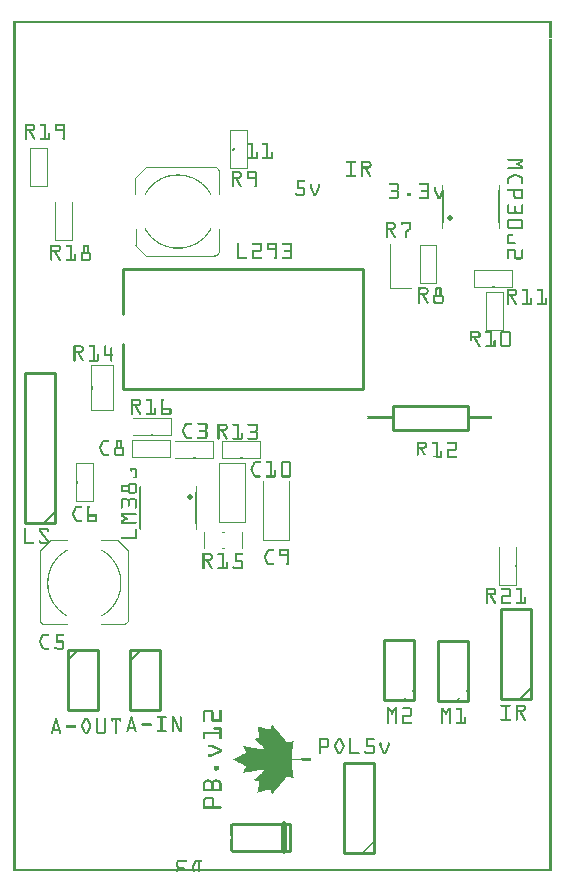
<source format=gto>
G04 MADE WITH FRITZING*
G04 WWW.FRITZING.ORG*
G04 DOUBLE SIDED*
G04 HOLES PLATED*
G04 CONTOUR ON CENTER OF CONTOUR VECTOR*
%ASAXBY*%
%FSLAX23Y23*%
%MOIN*%
%OFA0B0*%
%SFA1.0B1.0*%
%ADD10C,0.019307X0.00330708*%
%ADD11C,0.010000*%
%ADD12C,0.020000*%
%ADD13C,0.005000*%
%ADD14C,0.003937*%
%ADD15C,0.003953*%
%ADD16C,0.004004*%
%ADD17R,0.001000X0.001000*%
%LNSILK1*%
G90*
G70*
G54D10*
X1455Y2177D03*
X588Y1250D03*
G54D11*
X922Y68D02*
X727Y68D01*
D02*
X727Y158D02*
X922Y158D01*
D02*
X922Y158D02*
X922Y68D01*
G54D12*
D02*
X902Y158D02*
X902Y68D01*
G54D11*
D02*
X1200Y62D02*
X1200Y362D01*
D02*
X1200Y362D02*
X1100Y362D01*
D02*
X1100Y362D02*
X1100Y62D01*
D02*
X1100Y62D02*
X1200Y62D01*
D02*
X366Y1608D02*
X1166Y1608D01*
D02*
X1166Y1608D02*
X1166Y2008D01*
D02*
X1166Y2008D02*
X366Y2008D01*
D02*
X366Y1608D02*
X366Y1758D01*
D02*
X366Y1858D02*
X366Y2008D01*
D02*
X1336Y572D02*
X1336Y772D01*
D02*
X1336Y772D02*
X1236Y772D01*
D02*
X1236Y772D02*
X1236Y572D01*
D02*
X1236Y572D02*
X1336Y572D01*
D02*
X1514Y570D02*
X1514Y770D01*
D02*
X1514Y770D02*
X1414Y770D01*
D02*
X1414Y770D02*
X1414Y570D01*
D02*
X1414Y570D02*
X1514Y570D01*
D02*
X1263Y1553D02*
X1513Y1553D01*
D02*
X1513Y1553D02*
X1513Y1471D01*
D02*
X1513Y1471D02*
X1263Y1471D01*
D02*
X1263Y1471D02*
X1263Y1553D01*
D02*
X180Y739D02*
X180Y539D01*
D02*
X180Y539D02*
X280Y539D01*
D02*
X280Y539D02*
X280Y739D01*
D02*
X280Y739D02*
X180Y739D01*
G54D13*
D02*
X180Y704D02*
X215Y739D01*
G54D11*
D02*
X388Y737D02*
X388Y537D01*
D02*
X388Y537D02*
X488Y537D01*
D02*
X488Y537D02*
X488Y737D01*
D02*
X488Y737D02*
X388Y737D01*
G54D13*
D02*
X388Y702D02*
X423Y737D01*
G54D11*
D02*
X137Y1163D02*
X137Y1663D01*
D02*
X137Y1663D02*
X37Y1663D01*
D02*
X37Y1663D02*
X37Y1163D01*
D02*
X37Y1163D02*
X137Y1163D01*
G54D13*
D02*
X137Y1198D02*
X102Y1163D01*
G54D11*
D02*
X1724Y576D02*
X1724Y876D01*
D02*
X1724Y876D02*
X1624Y876D01*
D02*
X1624Y876D02*
X1624Y576D01*
D02*
X1624Y576D02*
X1724Y576D01*
G54D13*
D02*
X1724Y611D02*
X1689Y576D01*
G54D14*
X406Y2312D02*
X442Y2347D01*
D02*
G54D15*
X686Y2332D02*
X686Y2258D01*
D02*
G54D16*
X406Y2257D02*
X406Y2311D01*
D02*
G54D14*
X442Y2347D02*
X670Y2347D01*
D02*
X406Y2088D02*
X441Y2053D01*
D02*
G54D15*
X686Y2068D02*
X686Y2142D01*
D02*
G54D16*
X407Y2143D02*
X407Y2089D01*
D02*
G54D14*
X442Y2052D02*
X670Y2052D01*
D02*
G54D17*
X0Y2835D02*
X1793Y2835D01*
X0Y2834D02*
X1793Y2834D01*
X0Y2833D02*
X1793Y2833D01*
X0Y2832D02*
X1793Y2832D01*
X0Y2831D02*
X1793Y2831D01*
X0Y2830D02*
X1793Y2830D01*
X0Y2829D02*
X1793Y2829D01*
X0Y2828D02*
X1793Y2828D01*
X0Y2827D02*
X7Y2827D01*
X1786Y2827D02*
X1793Y2827D01*
X0Y2826D02*
X7Y2826D01*
X1786Y2826D02*
X1793Y2826D01*
X0Y2825D02*
X7Y2825D01*
X1786Y2825D02*
X1793Y2825D01*
X0Y2824D02*
X7Y2824D01*
X1786Y2824D02*
X1793Y2824D01*
X0Y2823D02*
X7Y2823D01*
X1786Y2823D02*
X1793Y2823D01*
X0Y2822D02*
X7Y2822D01*
X1786Y2822D02*
X1793Y2822D01*
X0Y2821D02*
X7Y2821D01*
X1786Y2821D02*
X1793Y2821D01*
X0Y2820D02*
X7Y2820D01*
X1786Y2820D02*
X1793Y2820D01*
X0Y2819D02*
X7Y2819D01*
X1786Y2819D02*
X1793Y2819D01*
X0Y2818D02*
X7Y2818D01*
X1786Y2818D02*
X1793Y2818D01*
X0Y2817D02*
X7Y2817D01*
X1786Y2817D02*
X1793Y2817D01*
X0Y2816D02*
X7Y2816D01*
X1786Y2816D02*
X1793Y2816D01*
X0Y2815D02*
X7Y2815D01*
X1786Y2815D02*
X1793Y2815D01*
X0Y2814D02*
X7Y2814D01*
X1786Y2814D02*
X1793Y2814D01*
X0Y2813D02*
X7Y2813D01*
X1786Y2813D02*
X1793Y2813D01*
X0Y2812D02*
X7Y2812D01*
X1786Y2812D02*
X1793Y2812D01*
X0Y2811D02*
X7Y2811D01*
X1786Y2811D02*
X1793Y2811D01*
X0Y2810D02*
X7Y2810D01*
X1786Y2810D02*
X1793Y2810D01*
X0Y2809D02*
X7Y2809D01*
X1786Y2809D02*
X1793Y2809D01*
X0Y2808D02*
X7Y2808D01*
X1786Y2808D02*
X1793Y2808D01*
X0Y2807D02*
X7Y2807D01*
X1786Y2807D02*
X1793Y2807D01*
X0Y2806D02*
X7Y2806D01*
X1786Y2806D02*
X1793Y2806D01*
X0Y2805D02*
X7Y2805D01*
X1786Y2805D02*
X1793Y2805D01*
X0Y2804D02*
X7Y2804D01*
X1786Y2804D02*
X1793Y2804D01*
X0Y2803D02*
X7Y2803D01*
X1786Y2803D02*
X1793Y2803D01*
X0Y2802D02*
X7Y2802D01*
X1786Y2802D02*
X1793Y2802D01*
X0Y2801D02*
X7Y2801D01*
X1786Y2801D02*
X1793Y2801D01*
X0Y2800D02*
X7Y2800D01*
X1786Y2800D02*
X1793Y2800D01*
X0Y2799D02*
X7Y2799D01*
X1786Y2799D02*
X1793Y2799D01*
X0Y2798D02*
X7Y2798D01*
X1786Y2798D02*
X1793Y2798D01*
X0Y2797D02*
X7Y2797D01*
X1786Y2797D02*
X1793Y2797D01*
X0Y2796D02*
X7Y2796D01*
X1786Y2796D02*
X1793Y2796D01*
X0Y2795D02*
X7Y2795D01*
X1786Y2795D02*
X1793Y2795D01*
X0Y2794D02*
X7Y2794D01*
X1786Y2794D02*
X1793Y2794D01*
X0Y2793D02*
X7Y2793D01*
X1786Y2793D02*
X1793Y2793D01*
X0Y2792D02*
X7Y2792D01*
X1786Y2792D02*
X1793Y2792D01*
X0Y2791D02*
X7Y2791D01*
X1786Y2791D02*
X1793Y2791D01*
X0Y2790D02*
X7Y2790D01*
X1786Y2790D02*
X1793Y2790D01*
X0Y2789D02*
X7Y2789D01*
X1786Y2789D02*
X1793Y2789D01*
X0Y2788D02*
X7Y2788D01*
X1786Y2788D02*
X1793Y2788D01*
X0Y2787D02*
X7Y2787D01*
X1786Y2787D02*
X1793Y2787D01*
X0Y2786D02*
X7Y2786D01*
X1786Y2786D02*
X1793Y2786D01*
X0Y2785D02*
X7Y2785D01*
X1786Y2785D02*
X1793Y2785D01*
X0Y2784D02*
X7Y2784D01*
X1786Y2784D02*
X1793Y2784D01*
X0Y2783D02*
X7Y2783D01*
X1786Y2783D02*
X1793Y2783D01*
X0Y2782D02*
X7Y2782D01*
X1786Y2782D02*
X1793Y2782D01*
X0Y2781D02*
X7Y2781D01*
X1786Y2781D02*
X1793Y2781D01*
X0Y2780D02*
X7Y2780D01*
X1786Y2780D02*
X1793Y2780D01*
X0Y2779D02*
X7Y2779D01*
X1786Y2779D02*
X1793Y2779D01*
X0Y2778D02*
X7Y2778D01*
X1786Y2778D02*
X1793Y2778D01*
X0Y2777D02*
X7Y2777D01*
X0Y2776D02*
X7Y2776D01*
X365Y2776D02*
X366Y2776D01*
X1786Y2776D02*
X1793Y2776D01*
X0Y2775D02*
X7Y2775D01*
X365Y2775D02*
X365Y2775D01*
X1786Y2775D02*
X1793Y2775D01*
X0Y2774D02*
X7Y2774D01*
X365Y2774D02*
X365Y2774D01*
X1786Y2774D02*
X1793Y2774D01*
X0Y2773D02*
X7Y2773D01*
X365Y2773D02*
X365Y2773D01*
X1786Y2773D02*
X1793Y2773D01*
X0Y2772D02*
X7Y2772D01*
X365Y2772D02*
X365Y2772D01*
X1786Y2772D02*
X1793Y2772D01*
X0Y2771D02*
X7Y2771D01*
X365Y2771D02*
X365Y2771D01*
X1786Y2771D02*
X1793Y2771D01*
X0Y2770D02*
X7Y2770D01*
X365Y2770D02*
X365Y2770D01*
X1786Y2770D02*
X1793Y2770D01*
X0Y2769D02*
X7Y2769D01*
X365Y2769D02*
X365Y2769D01*
X1786Y2769D02*
X1793Y2769D01*
X0Y2768D02*
X7Y2768D01*
X365Y2768D02*
X365Y2768D01*
X1786Y2768D02*
X1793Y2768D01*
X0Y2767D02*
X7Y2767D01*
X365Y2767D02*
X365Y2767D01*
X1786Y2767D02*
X1793Y2767D01*
X0Y2766D02*
X7Y2766D01*
X365Y2766D02*
X365Y2766D01*
X1786Y2766D02*
X1793Y2766D01*
X0Y2765D02*
X7Y2765D01*
X365Y2765D02*
X365Y2765D01*
X1786Y2765D02*
X1793Y2765D01*
X0Y2764D02*
X7Y2764D01*
X365Y2764D02*
X365Y2764D01*
X1786Y2764D02*
X1793Y2764D01*
X0Y2763D02*
X7Y2763D01*
X365Y2763D02*
X365Y2763D01*
X1786Y2763D02*
X1793Y2763D01*
X0Y2762D02*
X7Y2762D01*
X365Y2762D02*
X365Y2762D01*
X1786Y2762D02*
X1793Y2762D01*
X0Y2761D02*
X7Y2761D01*
X365Y2761D02*
X365Y2761D01*
X1786Y2761D02*
X1793Y2761D01*
X0Y2760D02*
X7Y2760D01*
X365Y2760D02*
X365Y2760D01*
X1786Y2760D02*
X1793Y2760D01*
X0Y2759D02*
X7Y2759D01*
X365Y2759D02*
X365Y2759D01*
X1786Y2759D02*
X1793Y2759D01*
X0Y2758D02*
X7Y2758D01*
X365Y2758D02*
X365Y2758D01*
X1786Y2758D02*
X1793Y2758D01*
X0Y2757D02*
X7Y2757D01*
X365Y2757D02*
X365Y2757D01*
X1786Y2757D02*
X1793Y2757D01*
X0Y2756D02*
X7Y2756D01*
X365Y2756D02*
X365Y2756D01*
X1786Y2756D02*
X1793Y2756D01*
X0Y2755D02*
X7Y2755D01*
X365Y2755D02*
X365Y2755D01*
X1786Y2755D02*
X1793Y2755D01*
X0Y2754D02*
X7Y2754D01*
X365Y2754D02*
X365Y2754D01*
X1786Y2754D02*
X1793Y2754D01*
X0Y2753D02*
X7Y2753D01*
X365Y2753D02*
X365Y2753D01*
X1786Y2753D02*
X1793Y2753D01*
X0Y2752D02*
X7Y2752D01*
X365Y2752D02*
X365Y2752D01*
X1786Y2752D02*
X1793Y2752D01*
X0Y2751D02*
X7Y2751D01*
X365Y2751D02*
X365Y2751D01*
X1786Y2751D02*
X1793Y2751D01*
X0Y2750D02*
X7Y2750D01*
X365Y2750D02*
X365Y2750D01*
X1786Y2750D02*
X1793Y2750D01*
X0Y2749D02*
X7Y2749D01*
X365Y2749D02*
X365Y2749D01*
X1786Y2749D02*
X1793Y2749D01*
X0Y2748D02*
X7Y2748D01*
X365Y2748D02*
X365Y2748D01*
X1786Y2748D02*
X1793Y2748D01*
X0Y2747D02*
X7Y2747D01*
X365Y2747D02*
X365Y2747D01*
X1786Y2747D02*
X1793Y2747D01*
X0Y2746D02*
X7Y2746D01*
X365Y2746D02*
X365Y2746D01*
X1786Y2746D02*
X1793Y2746D01*
X0Y2745D02*
X7Y2745D01*
X365Y2745D02*
X365Y2745D01*
X1786Y2745D02*
X1793Y2745D01*
X0Y2744D02*
X7Y2744D01*
X365Y2744D02*
X365Y2744D01*
X1786Y2744D02*
X1793Y2744D01*
X0Y2743D02*
X7Y2743D01*
X365Y2743D02*
X365Y2743D01*
X1786Y2743D02*
X1793Y2743D01*
X0Y2742D02*
X7Y2742D01*
X365Y2742D02*
X365Y2742D01*
X1786Y2742D02*
X1793Y2742D01*
X0Y2741D02*
X7Y2741D01*
X365Y2741D02*
X365Y2741D01*
X1786Y2741D02*
X1793Y2741D01*
X0Y2740D02*
X7Y2740D01*
X365Y2740D02*
X365Y2740D01*
X1786Y2740D02*
X1793Y2740D01*
X0Y2739D02*
X7Y2739D01*
X365Y2739D02*
X365Y2739D01*
X1786Y2739D02*
X1793Y2739D01*
X0Y2738D02*
X7Y2738D01*
X365Y2738D02*
X365Y2738D01*
X1786Y2738D02*
X1793Y2738D01*
X0Y2737D02*
X7Y2737D01*
X365Y2737D02*
X365Y2737D01*
X1786Y2737D02*
X1793Y2737D01*
X0Y2736D02*
X7Y2736D01*
X365Y2736D02*
X365Y2736D01*
X1786Y2736D02*
X1793Y2736D01*
X0Y2735D02*
X7Y2735D01*
X365Y2735D02*
X365Y2735D01*
X1786Y2735D02*
X1793Y2735D01*
X0Y2734D02*
X7Y2734D01*
X365Y2734D02*
X365Y2734D01*
X1786Y2734D02*
X1793Y2734D01*
X0Y2733D02*
X7Y2733D01*
X365Y2733D02*
X365Y2733D01*
X1786Y2733D02*
X1793Y2733D01*
X0Y2732D02*
X7Y2732D01*
X365Y2732D02*
X365Y2732D01*
X1786Y2732D02*
X1793Y2732D01*
X0Y2731D02*
X7Y2731D01*
X365Y2731D02*
X365Y2731D01*
X1786Y2731D02*
X1793Y2731D01*
X0Y2730D02*
X7Y2730D01*
X365Y2730D02*
X365Y2730D01*
X1786Y2730D02*
X1793Y2730D01*
X0Y2729D02*
X7Y2729D01*
X365Y2729D02*
X365Y2729D01*
X1786Y2729D02*
X1793Y2729D01*
X0Y2728D02*
X7Y2728D01*
X365Y2728D02*
X365Y2728D01*
X1786Y2728D02*
X1793Y2728D01*
X0Y2727D02*
X7Y2727D01*
X365Y2727D02*
X365Y2727D01*
X1786Y2727D02*
X1793Y2727D01*
X0Y2726D02*
X7Y2726D01*
X365Y2726D02*
X365Y2726D01*
X1786Y2726D02*
X1793Y2726D01*
X0Y2725D02*
X7Y2725D01*
X365Y2725D02*
X365Y2725D01*
X1786Y2725D02*
X1793Y2725D01*
X0Y2724D02*
X7Y2724D01*
X365Y2724D02*
X365Y2724D01*
X1786Y2724D02*
X1793Y2724D01*
X0Y2723D02*
X7Y2723D01*
X365Y2723D02*
X365Y2723D01*
X1786Y2723D02*
X1793Y2723D01*
X0Y2722D02*
X7Y2722D01*
X365Y2722D02*
X365Y2722D01*
X1786Y2722D02*
X1793Y2722D01*
X0Y2721D02*
X7Y2721D01*
X365Y2721D02*
X365Y2721D01*
X1786Y2721D02*
X1793Y2721D01*
X0Y2720D02*
X7Y2720D01*
X365Y2720D02*
X365Y2720D01*
X1786Y2720D02*
X1793Y2720D01*
X0Y2719D02*
X7Y2719D01*
X365Y2719D02*
X365Y2719D01*
X1786Y2719D02*
X1793Y2719D01*
X0Y2718D02*
X7Y2718D01*
X365Y2718D02*
X365Y2718D01*
X1786Y2718D02*
X1793Y2718D01*
X0Y2717D02*
X7Y2717D01*
X365Y2717D02*
X365Y2717D01*
X1786Y2717D02*
X1793Y2717D01*
X0Y2716D02*
X7Y2716D01*
X365Y2716D02*
X365Y2716D01*
X1786Y2716D02*
X1793Y2716D01*
X0Y2715D02*
X7Y2715D01*
X365Y2715D02*
X365Y2715D01*
X1786Y2715D02*
X1793Y2715D01*
X0Y2714D02*
X7Y2714D01*
X365Y2714D02*
X365Y2714D01*
X1786Y2714D02*
X1793Y2714D01*
X0Y2713D02*
X7Y2713D01*
X365Y2713D02*
X365Y2713D01*
X1786Y2713D02*
X1793Y2713D01*
X0Y2712D02*
X7Y2712D01*
X365Y2712D02*
X365Y2712D01*
X1786Y2712D02*
X1793Y2712D01*
X0Y2711D02*
X7Y2711D01*
X365Y2711D02*
X365Y2711D01*
X1786Y2711D02*
X1793Y2711D01*
X0Y2710D02*
X7Y2710D01*
X365Y2710D02*
X365Y2710D01*
X1786Y2710D02*
X1793Y2710D01*
X0Y2709D02*
X7Y2709D01*
X365Y2709D02*
X365Y2709D01*
X1786Y2709D02*
X1793Y2709D01*
X0Y2708D02*
X7Y2708D01*
X365Y2708D02*
X365Y2708D01*
X1786Y2708D02*
X1793Y2708D01*
X0Y2707D02*
X7Y2707D01*
X365Y2707D02*
X365Y2707D01*
X1786Y2707D02*
X1793Y2707D01*
X0Y2706D02*
X7Y2706D01*
X365Y2706D02*
X365Y2706D01*
X1786Y2706D02*
X1793Y2706D01*
X0Y2705D02*
X7Y2705D01*
X365Y2705D02*
X365Y2705D01*
X1786Y2705D02*
X1793Y2705D01*
X0Y2704D02*
X7Y2704D01*
X365Y2704D02*
X365Y2704D01*
X1786Y2704D02*
X1793Y2704D01*
X0Y2703D02*
X7Y2703D01*
X365Y2703D02*
X365Y2703D01*
X1786Y2703D02*
X1793Y2703D01*
X0Y2702D02*
X7Y2702D01*
X365Y2702D02*
X365Y2702D01*
X1786Y2702D02*
X1793Y2702D01*
X0Y2701D02*
X7Y2701D01*
X365Y2701D02*
X365Y2701D01*
X1786Y2701D02*
X1793Y2701D01*
X0Y2700D02*
X7Y2700D01*
X365Y2700D02*
X365Y2700D01*
X1786Y2700D02*
X1793Y2700D01*
X0Y2699D02*
X7Y2699D01*
X365Y2699D02*
X365Y2699D01*
X1786Y2699D02*
X1793Y2699D01*
X0Y2698D02*
X7Y2698D01*
X365Y2698D02*
X365Y2698D01*
X1786Y2698D02*
X1793Y2698D01*
X0Y2697D02*
X7Y2697D01*
X365Y2697D02*
X365Y2697D01*
X1786Y2697D02*
X1793Y2697D01*
X0Y2696D02*
X7Y2696D01*
X365Y2696D02*
X365Y2696D01*
X1786Y2696D02*
X1793Y2696D01*
X0Y2695D02*
X7Y2695D01*
X365Y2695D02*
X365Y2695D01*
X1786Y2695D02*
X1793Y2695D01*
X0Y2694D02*
X7Y2694D01*
X365Y2694D02*
X365Y2694D01*
X1786Y2694D02*
X1793Y2694D01*
X0Y2693D02*
X7Y2693D01*
X365Y2693D02*
X365Y2693D01*
X1786Y2693D02*
X1793Y2693D01*
X0Y2692D02*
X7Y2692D01*
X365Y2692D02*
X365Y2692D01*
X1786Y2692D02*
X1793Y2692D01*
X0Y2691D02*
X7Y2691D01*
X365Y2691D02*
X365Y2691D01*
X1786Y2691D02*
X1793Y2691D01*
X0Y2690D02*
X7Y2690D01*
X365Y2690D02*
X365Y2690D01*
X1786Y2690D02*
X1793Y2690D01*
X0Y2689D02*
X7Y2689D01*
X365Y2689D02*
X365Y2689D01*
X1786Y2689D02*
X1793Y2689D01*
X0Y2688D02*
X7Y2688D01*
X365Y2688D02*
X365Y2688D01*
X1786Y2688D02*
X1793Y2688D01*
X0Y2687D02*
X7Y2687D01*
X365Y2687D02*
X365Y2687D01*
X1786Y2687D02*
X1793Y2687D01*
X0Y2686D02*
X7Y2686D01*
X365Y2686D02*
X365Y2686D01*
X1786Y2686D02*
X1793Y2686D01*
X0Y2685D02*
X7Y2685D01*
X365Y2685D02*
X365Y2685D01*
X1786Y2685D02*
X1793Y2685D01*
X0Y2684D02*
X7Y2684D01*
X365Y2684D02*
X365Y2684D01*
X1786Y2684D02*
X1793Y2684D01*
X0Y2683D02*
X7Y2683D01*
X365Y2683D02*
X365Y2683D01*
X1786Y2683D02*
X1793Y2683D01*
X0Y2682D02*
X7Y2682D01*
X365Y2682D02*
X365Y2682D01*
X1786Y2682D02*
X1793Y2682D01*
X0Y2681D02*
X7Y2681D01*
X365Y2681D02*
X365Y2681D01*
X1786Y2681D02*
X1793Y2681D01*
X0Y2680D02*
X7Y2680D01*
X365Y2680D02*
X365Y2680D01*
X1786Y2680D02*
X1793Y2680D01*
X0Y2679D02*
X7Y2679D01*
X365Y2679D02*
X365Y2679D01*
X1786Y2679D02*
X1793Y2679D01*
X0Y2678D02*
X7Y2678D01*
X365Y2678D02*
X365Y2678D01*
X1786Y2678D02*
X1793Y2678D01*
X0Y2677D02*
X7Y2677D01*
X365Y2677D02*
X365Y2677D01*
X1786Y2677D02*
X1793Y2677D01*
X0Y2676D02*
X7Y2676D01*
X365Y2676D02*
X365Y2676D01*
X1786Y2676D02*
X1793Y2676D01*
X0Y2675D02*
X7Y2675D01*
X365Y2675D02*
X365Y2675D01*
X1786Y2675D02*
X1793Y2675D01*
X0Y2674D02*
X7Y2674D01*
X365Y2674D02*
X365Y2674D01*
X1786Y2674D02*
X1793Y2674D01*
X0Y2673D02*
X7Y2673D01*
X365Y2673D02*
X365Y2673D01*
X1786Y2673D02*
X1793Y2673D01*
X0Y2672D02*
X7Y2672D01*
X365Y2672D02*
X365Y2672D01*
X1786Y2672D02*
X1793Y2672D01*
X0Y2671D02*
X7Y2671D01*
X365Y2671D02*
X365Y2671D01*
X1786Y2671D02*
X1793Y2671D01*
X0Y2670D02*
X7Y2670D01*
X365Y2670D02*
X365Y2670D01*
X1786Y2670D02*
X1793Y2670D01*
X0Y2669D02*
X7Y2669D01*
X365Y2669D02*
X365Y2669D01*
X1786Y2669D02*
X1793Y2669D01*
X0Y2668D02*
X7Y2668D01*
X365Y2668D02*
X365Y2668D01*
X1786Y2668D02*
X1793Y2668D01*
X0Y2667D02*
X7Y2667D01*
X365Y2667D02*
X365Y2667D01*
X1786Y2667D02*
X1793Y2667D01*
X0Y2666D02*
X7Y2666D01*
X365Y2666D02*
X365Y2666D01*
X1786Y2666D02*
X1793Y2666D01*
X0Y2665D02*
X7Y2665D01*
X365Y2665D02*
X365Y2665D01*
X1786Y2665D02*
X1793Y2665D01*
X0Y2664D02*
X7Y2664D01*
X365Y2664D02*
X365Y2664D01*
X1786Y2664D02*
X1793Y2664D01*
X0Y2663D02*
X7Y2663D01*
X365Y2663D02*
X365Y2663D01*
X1786Y2663D02*
X1793Y2663D01*
X0Y2662D02*
X7Y2662D01*
X365Y2662D02*
X365Y2662D01*
X1786Y2662D02*
X1793Y2662D01*
X0Y2661D02*
X7Y2661D01*
X365Y2661D02*
X365Y2661D01*
X1786Y2661D02*
X1793Y2661D01*
X0Y2660D02*
X7Y2660D01*
X365Y2660D02*
X365Y2660D01*
X1786Y2660D02*
X1793Y2660D01*
X0Y2659D02*
X7Y2659D01*
X365Y2659D02*
X365Y2659D01*
X1786Y2659D02*
X1793Y2659D01*
X0Y2658D02*
X7Y2658D01*
X365Y2658D02*
X365Y2658D01*
X1786Y2658D02*
X1793Y2658D01*
X0Y2657D02*
X7Y2657D01*
X365Y2657D02*
X365Y2657D01*
X1786Y2657D02*
X1793Y2657D01*
X0Y2656D02*
X7Y2656D01*
X365Y2656D02*
X365Y2656D01*
X1786Y2656D02*
X1793Y2656D01*
X0Y2655D02*
X7Y2655D01*
X365Y2655D02*
X365Y2655D01*
X1786Y2655D02*
X1793Y2655D01*
X0Y2654D02*
X7Y2654D01*
X365Y2654D02*
X365Y2654D01*
X1786Y2654D02*
X1793Y2654D01*
X0Y2653D02*
X7Y2653D01*
X365Y2653D02*
X365Y2653D01*
X1786Y2653D02*
X1793Y2653D01*
X0Y2652D02*
X7Y2652D01*
X365Y2652D02*
X365Y2652D01*
X1786Y2652D02*
X1793Y2652D01*
X0Y2651D02*
X7Y2651D01*
X365Y2651D02*
X365Y2651D01*
X1786Y2651D02*
X1793Y2651D01*
X0Y2650D02*
X7Y2650D01*
X365Y2650D02*
X365Y2650D01*
X1786Y2650D02*
X1793Y2650D01*
X0Y2649D02*
X7Y2649D01*
X365Y2649D02*
X365Y2649D01*
X1786Y2649D02*
X1793Y2649D01*
X0Y2648D02*
X7Y2648D01*
X365Y2648D02*
X365Y2648D01*
X1786Y2648D02*
X1793Y2648D01*
X0Y2647D02*
X7Y2647D01*
X365Y2647D02*
X365Y2647D01*
X1786Y2647D02*
X1793Y2647D01*
X0Y2646D02*
X7Y2646D01*
X365Y2646D02*
X365Y2646D01*
X1786Y2646D02*
X1793Y2646D01*
X0Y2645D02*
X7Y2645D01*
X365Y2645D02*
X365Y2645D01*
X1786Y2645D02*
X1793Y2645D01*
X0Y2644D02*
X7Y2644D01*
X365Y2644D02*
X365Y2644D01*
X1786Y2644D02*
X1793Y2644D01*
X0Y2643D02*
X7Y2643D01*
X365Y2643D02*
X365Y2643D01*
X1786Y2643D02*
X1793Y2643D01*
X0Y2642D02*
X7Y2642D01*
X365Y2642D02*
X365Y2642D01*
X1786Y2642D02*
X1793Y2642D01*
X0Y2641D02*
X7Y2641D01*
X365Y2641D02*
X365Y2641D01*
X1786Y2641D02*
X1793Y2641D01*
X0Y2640D02*
X7Y2640D01*
X365Y2640D02*
X365Y2640D01*
X1786Y2640D02*
X1793Y2640D01*
X0Y2639D02*
X7Y2639D01*
X365Y2639D02*
X365Y2639D01*
X1786Y2639D02*
X1793Y2639D01*
X0Y2638D02*
X7Y2638D01*
X365Y2638D02*
X365Y2638D01*
X1786Y2638D02*
X1793Y2638D01*
X0Y2637D02*
X7Y2637D01*
X365Y2637D02*
X365Y2637D01*
X1786Y2637D02*
X1793Y2637D01*
X0Y2636D02*
X7Y2636D01*
X365Y2636D02*
X365Y2636D01*
X1786Y2636D02*
X1793Y2636D01*
X0Y2635D02*
X7Y2635D01*
X365Y2635D02*
X365Y2635D01*
X1786Y2635D02*
X1793Y2635D01*
X0Y2634D02*
X7Y2634D01*
X365Y2634D02*
X365Y2634D01*
X1786Y2634D02*
X1793Y2634D01*
X0Y2633D02*
X7Y2633D01*
X365Y2633D02*
X365Y2633D01*
X1786Y2633D02*
X1793Y2633D01*
X0Y2632D02*
X7Y2632D01*
X365Y2632D02*
X365Y2632D01*
X1786Y2632D02*
X1793Y2632D01*
X0Y2631D02*
X7Y2631D01*
X365Y2631D02*
X365Y2631D01*
X1786Y2631D02*
X1793Y2631D01*
X0Y2630D02*
X7Y2630D01*
X365Y2630D02*
X365Y2630D01*
X1786Y2630D02*
X1793Y2630D01*
X0Y2629D02*
X7Y2629D01*
X365Y2629D02*
X365Y2629D01*
X1786Y2629D02*
X1793Y2629D01*
X0Y2628D02*
X7Y2628D01*
X365Y2628D02*
X365Y2628D01*
X1786Y2628D02*
X1793Y2628D01*
X0Y2627D02*
X7Y2627D01*
X365Y2627D02*
X365Y2627D01*
X1786Y2627D02*
X1793Y2627D01*
X0Y2626D02*
X7Y2626D01*
X365Y2626D02*
X365Y2626D01*
X1786Y2626D02*
X1793Y2626D01*
X0Y2625D02*
X7Y2625D01*
X365Y2625D02*
X365Y2625D01*
X1786Y2625D02*
X1793Y2625D01*
X0Y2624D02*
X7Y2624D01*
X365Y2624D02*
X365Y2624D01*
X1786Y2624D02*
X1793Y2624D01*
X0Y2623D02*
X7Y2623D01*
X365Y2623D02*
X365Y2623D01*
X1786Y2623D02*
X1793Y2623D01*
X0Y2622D02*
X7Y2622D01*
X365Y2622D02*
X365Y2622D01*
X1786Y2622D02*
X1793Y2622D01*
X0Y2621D02*
X7Y2621D01*
X365Y2621D02*
X365Y2621D01*
X1786Y2621D02*
X1793Y2621D01*
X0Y2620D02*
X7Y2620D01*
X365Y2620D02*
X365Y2620D01*
X1786Y2620D02*
X1793Y2620D01*
X0Y2619D02*
X7Y2619D01*
X365Y2619D02*
X365Y2619D01*
X1786Y2619D02*
X1793Y2619D01*
X0Y2618D02*
X7Y2618D01*
X365Y2618D02*
X365Y2618D01*
X1786Y2618D02*
X1793Y2618D01*
X0Y2617D02*
X7Y2617D01*
X365Y2617D02*
X365Y2617D01*
X1786Y2617D02*
X1793Y2617D01*
X0Y2616D02*
X7Y2616D01*
X365Y2616D02*
X365Y2616D01*
X1786Y2616D02*
X1793Y2616D01*
X0Y2615D02*
X7Y2615D01*
X365Y2615D02*
X365Y2615D01*
X1786Y2615D02*
X1793Y2615D01*
X0Y2614D02*
X7Y2614D01*
X365Y2614D02*
X365Y2614D01*
X1786Y2614D02*
X1793Y2614D01*
X0Y2613D02*
X7Y2613D01*
X365Y2613D02*
X365Y2613D01*
X1786Y2613D02*
X1793Y2613D01*
X0Y2612D02*
X7Y2612D01*
X365Y2612D02*
X365Y2612D01*
X1786Y2612D02*
X1793Y2612D01*
X0Y2611D02*
X7Y2611D01*
X365Y2611D02*
X365Y2611D01*
X1786Y2611D02*
X1793Y2611D01*
X0Y2610D02*
X7Y2610D01*
X365Y2610D02*
X365Y2610D01*
X1786Y2610D02*
X1793Y2610D01*
X0Y2609D02*
X7Y2609D01*
X365Y2609D02*
X365Y2609D01*
X1786Y2609D02*
X1793Y2609D01*
X0Y2608D02*
X7Y2608D01*
X365Y2608D02*
X365Y2608D01*
X1786Y2608D02*
X1793Y2608D01*
X0Y2607D02*
X7Y2607D01*
X365Y2607D02*
X365Y2607D01*
X1786Y2607D02*
X1793Y2607D01*
X0Y2606D02*
X7Y2606D01*
X365Y2606D02*
X365Y2606D01*
X1786Y2606D02*
X1793Y2606D01*
X0Y2605D02*
X7Y2605D01*
X365Y2605D02*
X365Y2605D01*
X1786Y2605D02*
X1793Y2605D01*
X0Y2604D02*
X7Y2604D01*
X365Y2604D02*
X365Y2604D01*
X1786Y2604D02*
X1793Y2604D01*
X0Y2603D02*
X7Y2603D01*
X365Y2603D02*
X365Y2603D01*
X1786Y2603D02*
X1793Y2603D01*
X0Y2602D02*
X7Y2602D01*
X365Y2602D02*
X365Y2602D01*
X1786Y2602D02*
X1793Y2602D01*
X0Y2601D02*
X7Y2601D01*
X365Y2601D02*
X365Y2601D01*
X1786Y2601D02*
X1793Y2601D01*
X0Y2600D02*
X7Y2600D01*
X365Y2600D02*
X365Y2600D01*
X1786Y2600D02*
X1793Y2600D01*
X0Y2599D02*
X7Y2599D01*
X365Y2599D02*
X365Y2599D01*
X1786Y2599D02*
X1793Y2599D01*
X0Y2598D02*
X7Y2598D01*
X365Y2598D02*
X365Y2598D01*
X1786Y2598D02*
X1793Y2598D01*
X0Y2597D02*
X7Y2597D01*
X365Y2597D02*
X365Y2597D01*
X1786Y2597D02*
X1793Y2597D01*
X0Y2596D02*
X7Y2596D01*
X365Y2596D02*
X365Y2596D01*
X1786Y2596D02*
X1793Y2596D01*
X0Y2595D02*
X7Y2595D01*
X365Y2595D02*
X365Y2595D01*
X1786Y2595D02*
X1793Y2595D01*
X0Y2594D02*
X7Y2594D01*
X365Y2594D02*
X365Y2594D01*
X1786Y2594D02*
X1793Y2594D01*
X0Y2593D02*
X7Y2593D01*
X365Y2593D02*
X365Y2593D01*
X1786Y2593D02*
X1793Y2593D01*
X0Y2592D02*
X7Y2592D01*
X365Y2592D02*
X365Y2592D01*
X1786Y2592D02*
X1793Y2592D01*
X0Y2591D02*
X7Y2591D01*
X365Y2591D02*
X365Y2591D01*
X1786Y2591D02*
X1793Y2591D01*
X0Y2590D02*
X7Y2590D01*
X365Y2590D02*
X365Y2590D01*
X1786Y2590D02*
X1793Y2590D01*
X0Y2589D02*
X7Y2589D01*
X365Y2589D02*
X365Y2589D01*
X1786Y2589D02*
X1793Y2589D01*
X0Y2588D02*
X7Y2588D01*
X365Y2588D02*
X365Y2588D01*
X1786Y2588D02*
X1793Y2588D01*
X0Y2587D02*
X7Y2587D01*
X365Y2587D02*
X365Y2587D01*
X1786Y2587D02*
X1793Y2587D01*
X0Y2586D02*
X7Y2586D01*
X365Y2586D02*
X365Y2586D01*
X1786Y2586D02*
X1793Y2586D01*
X0Y2585D02*
X7Y2585D01*
X365Y2585D02*
X365Y2585D01*
X1786Y2585D02*
X1793Y2585D01*
X0Y2584D02*
X7Y2584D01*
X365Y2584D02*
X365Y2584D01*
X1786Y2584D02*
X1793Y2584D01*
X0Y2583D02*
X7Y2583D01*
X365Y2583D02*
X365Y2583D01*
X1786Y2583D02*
X1793Y2583D01*
X0Y2582D02*
X7Y2582D01*
X365Y2582D02*
X365Y2582D01*
X1786Y2582D02*
X1793Y2582D01*
X0Y2581D02*
X7Y2581D01*
X365Y2581D02*
X365Y2581D01*
X1786Y2581D02*
X1793Y2581D01*
X0Y2580D02*
X7Y2580D01*
X365Y2580D02*
X365Y2580D01*
X1786Y2580D02*
X1793Y2580D01*
X0Y2579D02*
X7Y2579D01*
X365Y2579D02*
X365Y2579D01*
X1786Y2579D02*
X1793Y2579D01*
X0Y2578D02*
X7Y2578D01*
X365Y2578D02*
X365Y2578D01*
X1786Y2578D02*
X1793Y2578D01*
X0Y2577D02*
X7Y2577D01*
X365Y2577D02*
X365Y2577D01*
X1786Y2577D02*
X1793Y2577D01*
X0Y2576D02*
X7Y2576D01*
X365Y2576D02*
X365Y2576D01*
X1786Y2576D02*
X1793Y2576D01*
X0Y2575D02*
X7Y2575D01*
X365Y2575D02*
X365Y2575D01*
X1786Y2575D02*
X1793Y2575D01*
X0Y2574D02*
X7Y2574D01*
X365Y2574D02*
X365Y2574D01*
X1786Y2574D02*
X1793Y2574D01*
X0Y2573D02*
X7Y2573D01*
X365Y2573D02*
X365Y2573D01*
X1786Y2573D02*
X1793Y2573D01*
X0Y2572D02*
X7Y2572D01*
X365Y2572D02*
X365Y2572D01*
X1786Y2572D02*
X1793Y2572D01*
X0Y2571D02*
X7Y2571D01*
X365Y2571D02*
X365Y2571D01*
X1786Y2571D02*
X1793Y2571D01*
X0Y2570D02*
X7Y2570D01*
X365Y2570D02*
X365Y2570D01*
X1786Y2570D02*
X1793Y2570D01*
X0Y2569D02*
X7Y2569D01*
X365Y2569D02*
X365Y2569D01*
X1786Y2569D02*
X1793Y2569D01*
X0Y2568D02*
X7Y2568D01*
X365Y2568D02*
X365Y2568D01*
X1786Y2568D02*
X1793Y2568D01*
X0Y2567D02*
X7Y2567D01*
X365Y2567D02*
X365Y2567D01*
X1786Y2567D02*
X1793Y2567D01*
X0Y2566D02*
X7Y2566D01*
X365Y2566D02*
X365Y2566D01*
X1786Y2566D02*
X1793Y2566D01*
X0Y2565D02*
X7Y2565D01*
X365Y2565D02*
X365Y2565D01*
X1786Y2565D02*
X1793Y2565D01*
X0Y2564D02*
X7Y2564D01*
X365Y2564D02*
X365Y2564D01*
X1786Y2564D02*
X1793Y2564D01*
X0Y2563D02*
X7Y2563D01*
X365Y2563D02*
X365Y2563D01*
X1786Y2563D02*
X1793Y2563D01*
X0Y2562D02*
X7Y2562D01*
X365Y2562D02*
X365Y2562D01*
X1786Y2562D02*
X1793Y2562D01*
X0Y2561D02*
X7Y2561D01*
X365Y2561D02*
X365Y2561D01*
X1786Y2561D02*
X1793Y2561D01*
X0Y2560D02*
X7Y2560D01*
X365Y2560D02*
X365Y2560D01*
X1786Y2560D02*
X1793Y2560D01*
X0Y2559D02*
X7Y2559D01*
X365Y2559D02*
X365Y2559D01*
X1786Y2559D02*
X1793Y2559D01*
X0Y2558D02*
X7Y2558D01*
X365Y2558D02*
X365Y2558D01*
X1786Y2558D02*
X1793Y2558D01*
X0Y2557D02*
X7Y2557D01*
X365Y2557D02*
X365Y2557D01*
X1786Y2557D02*
X1793Y2557D01*
X0Y2556D02*
X7Y2556D01*
X365Y2556D02*
X365Y2556D01*
X1786Y2556D02*
X1793Y2556D01*
X0Y2555D02*
X7Y2555D01*
X365Y2555D02*
X365Y2555D01*
X1786Y2555D02*
X1793Y2555D01*
X0Y2554D02*
X7Y2554D01*
X365Y2554D02*
X365Y2554D01*
X1786Y2554D02*
X1793Y2554D01*
X0Y2553D02*
X7Y2553D01*
X365Y2553D02*
X365Y2553D01*
X1786Y2553D02*
X1793Y2553D01*
X0Y2552D02*
X7Y2552D01*
X365Y2552D02*
X365Y2552D01*
X1786Y2552D02*
X1793Y2552D01*
X0Y2551D02*
X7Y2551D01*
X365Y2551D02*
X365Y2551D01*
X1786Y2551D02*
X1793Y2551D01*
X0Y2550D02*
X7Y2550D01*
X365Y2550D02*
X365Y2550D01*
X1786Y2550D02*
X1793Y2550D01*
X0Y2549D02*
X7Y2549D01*
X365Y2549D02*
X365Y2549D01*
X1786Y2549D02*
X1793Y2549D01*
X0Y2548D02*
X7Y2548D01*
X365Y2548D02*
X365Y2548D01*
X1786Y2548D02*
X1793Y2548D01*
X0Y2547D02*
X7Y2547D01*
X365Y2547D02*
X365Y2547D01*
X1786Y2547D02*
X1793Y2547D01*
X0Y2546D02*
X7Y2546D01*
X365Y2546D02*
X365Y2546D01*
X1786Y2546D02*
X1793Y2546D01*
X0Y2545D02*
X7Y2545D01*
X365Y2545D02*
X365Y2545D01*
X1786Y2545D02*
X1793Y2545D01*
X0Y2544D02*
X7Y2544D01*
X365Y2544D02*
X365Y2544D01*
X1786Y2544D02*
X1793Y2544D01*
X0Y2543D02*
X7Y2543D01*
X365Y2543D02*
X365Y2543D01*
X1786Y2543D02*
X1793Y2543D01*
X0Y2542D02*
X7Y2542D01*
X365Y2542D02*
X365Y2542D01*
X1786Y2542D02*
X1793Y2542D01*
X0Y2541D02*
X7Y2541D01*
X365Y2541D02*
X365Y2541D01*
X1786Y2541D02*
X1793Y2541D01*
X0Y2540D02*
X7Y2540D01*
X365Y2540D02*
X365Y2540D01*
X1786Y2540D02*
X1793Y2540D01*
X0Y2539D02*
X7Y2539D01*
X365Y2539D02*
X365Y2539D01*
X1786Y2539D02*
X1793Y2539D01*
X0Y2538D02*
X7Y2538D01*
X365Y2538D02*
X365Y2538D01*
X1786Y2538D02*
X1793Y2538D01*
X0Y2537D02*
X7Y2537D01*
X365Y2537D02*
X365Y2537D01*
X1786Y2537D02*
X1793Y2537D01*
X0Y2536D02*
X7Y2536D01*
X365Y2536D02*
X365Y2536D01*
X1786Y2536D02*
X1793Y2536D01*
X0Y2535D02*
X7Y2535D01*
X365Y2535D02*
X365Y2535D01*
X1786Y2535D02*
X1793Y2535D01*
X0Y2534D02*
X7Y2534D01*
X365Y2534D02*
X365Y2534D01*
X1786Y2534D02*
X1793Y2534D01*
X0Y2533D02*
X7Y2533D01*
X365Y2533D02*
X365Y2533D01*
X1786Y2533D02*
X1793Y2533D01*
X0Y2532D02*
X7Y2532D01*
X365Y2532D02*
X365Y2532D01*
X1786Y2532D02*
X1793Y2532D01*
X0Y2531D02*
X7Y2531D01*
X365Y2531D02*
X365Y2531D01*
X1786Y2531D02*
X1793Y2531D01*
X0Y2530D02*
X7Y2530D01*
X365Y2530D02*
X365Y2530D01*
X1786Y2530D02*
X1793Y2530D01*
X0Y2529D02*
X7Y2529D01*
X365Y2529D02*
X365Y2529D01*
X1786Y2529D02*
X1793Y2529D01*
X0Y2528D02*
X7Y2528D01*
X365Y2528D02*
X365Y2528D01*
X1786Y2528D02*
X1793Y2528D01*
X0Y2527D02*
X7Y2527D01*
X365Y2527D02*
X365Y2527D01*
X1786Y2527D02*
X1793Y2527D01*
X0Y2526D02*
X7Y2526D01*
X365Y2526D02*
X365Y2526D01*
X1786Y2526D02*
X1793Y2526D01*
X0Y2525D02*
X7Y2525D01*
X365Y2525D02*
X365Y2525D01*
X1786Y2525D02*
X1793Y2525D01*
X0Y2524D02*
X7Y2524D01*
X365Y2524D02*
X365Y2524D01*
X1786Y2524D02*
X1793Y2524D01*
X0Y2523D02*
X7Y2523D01*
X365Y2523D02*
X365Y2523D01*
X1786Y2523D02*
X1793Y2523D01*
X0Y2522D02*
X7Y2522D01*
X365Y2522D02*
X365Y2522D01*
X1786Y2522D02*
X1793Y2522D01*
X0Y2521D02*
X7Y2521D01*
X365Y2521D02*
X365Y2521D01*
X1786Y2521D02*
X1793Y2521D01*
X0Y2520D02*
X7Y2520D01*
X365Y2520D02*
X365Y2520D01*
X1786Y2520D02*
X1793Y2520D01*
X0Y2519D02*
X7Y2519D01*
X365Y2519D02*
X365Y2519D01*
X1786Y2519D02*
X1793Y2519D01*
X0Y2518D02*
X7Y2518D01*
X365Y2518D02*
X365Y2518D01*
X1786Y2518D02*
X1793Y2518D01*
X0Y2517D02*
X7Y2517D01*
X365Y2517D02*
X365Y2517D01*
X1786Y2517D02*
X1793Y2517D01*
X0Y2516D02*
X7Y2516D01*
X365Y2516D02*
X365Y2516D01*
X1786Y2516D02*
X1793Y2516D01*
X0Y2515D02*
X7Y2515D01*
X365Y2515D02*
X365Y2515D01*
X1786Y2515D02*
X1793Y2515D01*
X0Y2514D02*
X7Y2514D01*
X365Y2514D02*
X365Y2514D01*
X1786Y2514D02*
X1793Y2514D01*
X0Y2513D02*
X7Y2513D01*
X365Y2513D02*
X365Y2513D01*
X1786Y2513D02*
X1793Y2513D01*
X0Y2512D02*
X7Y2512D01*
X365Y2512D02*
X365Y2512D01*
X1786Y2512D02*
X1793Y2512D01*
X0Y2511D02*
X7Y2511D01*
X365Y2511D02*
X365Y2511D01*
X1786Y2511D02*
X1793Y2511D01*
X0Y2510D02*
X7Y2510D01*
X365Y2510D02*
X365Y2510D01*
X1786Y2510D02*
X1793Y2510D01*
X0Y2509D02*
X7Y2509D01*
X365Y2509D02*
X365Y2509D01*
X1786Y2509D02*
X1793Y2509D01*
X0Y2508D02*
X7Y2508D01*
X365Y2508D02*
X365Y2508D01*
X1786Y2508D02*
X1793Y2508D01*
X0Y2507D02*
X7Y2507D01*
X365Y2507D02*
X365Y2507D01*
X1786Y2507D02*
X1793Y2507D01*
X0Y2506D02*
X7Y2506D01*
X365Y2506D02*
X365Y2506D01*
X1786Y2506D02*
X1793Y2506D01*
X0Y2505D02*
X7Y2505D01*
X365Y2505D02*
X365Y2505D01*
X1786Y2505D02*
X1793Y2505D01*
X0Y2504D02*
X7Y2504D01*
X365Y2504D02*
X365Y2504D01*
X1786Y2504D02*
X1793Y2504D01*
X0Y2503D02*
X7Y2503D01*
X365Y2503D02*
X365Y2503D01*
X1786Y2503D02*
X1793Y2503D01*
X0Y2502D02*
X7Y2502D01*
X365Y2502D02*
X365Y2502D01*
X1786Y2502D02*
X1793Y2502D01*
X0Y2501D02*
X7Y2501D01*
X365Y2501D02*
X365Y2501D01*
X1786Y2501D02*
X1793Y2501D01*
X0Y2500D02*
X7Y2500D01*
X365Y2500D02*
X365Y2500D01*
X1786Y2500D02*
X1793Y2500D01*
X0Y2499D02*
X7Y2499D01*
X365Y2499D02*
X365Y2499D01*
X1786Y2499D02*
X1793Y2499D01*
X0Y2498D02*
X7Y2498D01*
X365Y2498D02*
X365Y2498D01*
X1786Y2498D02*
X1793Y2498D01*
X0Y2497D02*
X7Y2497D01*
X365Y2497D02*
X365Y2497D01*
X1786Y2497D02*
X1793Y2497D01*
X0Y2496D02*
X7Y2496D01*
X365Y2496D02*
X365Y2496D01*
X1786Y2496D02*
X1793Y2496D01*
X0Y2495D02*
X7Y2495D01*
X365Y2495D02*
X365Y2495D01*
X1786Y2495D02*
X1793Y2495D01*
X0Y2494D02*
X7Y2494D01*
X365Y2494D02*
X365Y2494D01*
X1786Y2494D02*
X1793Y2494D01*
X0Y2493D02*
X7Y2493D01*
X39Y2493D02*
X64Y2493D01*
X91Y2493D02*
X108Y2493D01*
X141Y2493D02*
X170Y2493D01*
X365Y2493D02*
X365Y2493D01*
X1786Y2493D02*
X1793Y2493D01*
X0Y2492D02*
X7Y2492D01*
X39Y2492D02*
X67Y2492D01*
X90Y2492D02*
X108Y2492D01*
X140Y2492D02*
X172Y2492D01*
X365Y2492D02*
X365Y2492D01*
X1786Y2492D02*
X1793Y2492D01*
X0Y2491D02*
X7Y2491D01*
X39Y2491D02*
X68Y2491D01*
X89Y2491D02*
X108Y2491D01*
X139Y2491D02*
X172Y2491D01*
X365Y2491D02*
X365Y2491D01*
X1786Y2491D02*
X1793Y2491D01*
X0Y2490D02*
X7Y2490D01*
X39Y2490D02*
X69Y2490D01*
X89Y2490D02*
X108Y2490D01*
X139Y2490D02*
X172Y2490D01*
X365Y2490D02*
X365Y2490D01*
X1786Y2490D02*
X1793Y2490D01*
X0Y2489D02*
X7Y2489D01*
X39Y2489D02*
X70Y2489D01*
X89Y2489D02*
X108Y2489D01*
X139Y2489D02*
X172Y2489D01*
X365Y2489D02*
X365Y2489D01*
X1786Y2489D02*
X1793Y2489D01*
X0Y2488D02*
X7Y2488D01*
X39Y2488D02*
X71Y2488D01*
X89Y2488D02*
X108Y2488D01*
X139Y2488D02*
X172Y2488D01*
X365Y2488D02*
X365Y2488D01*
X1786Y2488D02*
X1793Y2488D01*
X0Y2487D02*
X7Y2487D01*
X39Y2487D02*
X71Y2487D01*
X90Y2487D02*
X108Y2487D01*
X139Y2487D02*
X172Y2487D01*
X365Y2487D02*
X365Y2487D01*
X1786Y2487D02*
X1793Y2487D01*
X0Y2486D02*
X7Y2486D01*
X39Y2486D02*
X45Y2486D01*
X64Y2486D02*
X72Y2486D01*
X102Y2486D02*
X108Y2486D01*
X139Y2486D02*
X145Y2486D01*
X166Y2486D02*
X172Y2486D01*
X365Y2486D02*
X365Y2486D01*
X1786Y2486D02*
X1793Y2486D01*
X0Y2485D02*
X7Y2485D01*
X39Y2485D02*
X45Y2485D01*
X65Y2485D02*
X72Y2485D01*
X102Y2485D02*
X108Y2485D01*
X139Y2485D02*
X145Y2485D01*
X166Y2485D02*
X172Y2485D01*
X365Y2485D02*
X365Y2485D01*
X1786Y2485D02*
X1793Y2485D01*
X0Y2484D02*
X7Y2484D01*
X39Y2484D02*
X45Y2484D01*
X66Y2484D02*
X72Y2484D01*
X102Y2484D02*
X108Y2484D01*
X139Y2484D02*
X145Y2484D01*
X166Y2484D02*
X172Y2484D01*
X365Y2484D02*
X365Y2484D01*
X1786Y2484D02*
X1793Y2484D01*
X0Y2483D02*
X7Y2483D01*
X39Y2483D02*
X45Y2483D01*
X66Y2483D02*
X72Y2483D01*
X102Y2483D02*
X108Y2483D01*
X139Y2483D02*
X145Y2483D01*
X166Y2483D02*
X172Y2483D01*
X365Y2483D02*
X365Y2483D01*
X1786Y2483D02*
X1793Y2483D01*
X0Y2482D02*
X7Y2482D01*
X39Y2482D02*
X45Y2482D01*
X66Y2482D02*
X72Y2482D01*
X102Y2482D02*
X108Y2482D01*
X139Y2482D02*
X145Y2482D01*
X166Y2482D02*
X172Y2482D01*
X365Y2482D02*
X365Y2482D01*
X1786Y2482D02*
X1793Y2482D01*
X0Y2481D02*
X7Y2481D01*
X39Y2481D02*
X45Y2481D01*
X66Y2481D02*
X72Y2481D01*
X102Y2481D02*
X108Y2481D01*
X139Y2481D02*
X145Y2481D01*
X166Y2481D02*
X172Y2481D01*
X365Y2481D02*
X365Y2481D01*
X1786Y2481D02*
X1793Y2481D01*
X0Y2480D02*
X7Y2480D01*
X39Y2480D02*
X45Y2480D01*
X66Y2480D02*
X72Y2480D01*
X102Y2480D02*
X108Y2480D01*
X139Y2480D02*
X145Y2480D01*
X166Y2480D02*
X172Y2480D01*
X365Y2480D02*
X365Y2480D01*
X1786Y2480D02*
X1793Y2480D01*
X0Y2479D02*
X7Y2479D01*
X39Y2479D02*
X45Y2479D01*
X66Y2479D02*
X72Y2479D01*
X102Y2479D02*
X108Y2479D01*
X139Y2479D02*
X145Y2479D01*
X166Y2479D02*
X172Y2479D01*
X365Y2479D02*
X365Y2479D01*
X1786Y2479D02*
X1793Y2479D01*
X0Y2478D02*
X7Y2478D01*
X39Y2478D02*
X45Y2478D01*
X66Y2478D02*
X72Y2478D01*
X102Y2478D02*
X108Y2478D01*
X139Y2478D02*
X145Y2478D01*
X166Y2478D02*
X172Y2478D01*
X365Y2478D02*
X365Y2478D01*
X1786Y2478D02*
X1793Y2478D01*
X0Y2477D02*
X7Y2477D01*
X39Y2477D02*
X45Y2477D01*
X65Y2477D02*
X72Y2477D01*
X102Y2477D02*
X108Y2477D01*
X139Y2477D02*
X145Y2477D01*
X166Y2477D02*
X172Y2477D01*
X365Y2477D02*
X365Y2477D01*
X1786Y2477D02*
X1793Y2477D01*
X0Y2476D02*
X7Y2476D01*
X39Y2476D02*
X45Y2476D01*
X64Y2476D02*
X72Y2476D01*
X102Y2476D02*
X108Y2476D01*
X139Y2476D02*
X145Y2476D01*
X166Y2476D02*
X172Y2476D01*
X365Y2476D02*
X365Y2476D01*
X1786Y2476D02*
X1793Y2476D01*
X0Y2475D02*
X7Y2475D01*
X39Y2475D02*
X71Y2475D01*
X102Y2475D02*
X108Y2475D01*
X139Y2475D02*
X172Y2475D01*
X365Y2475D02*
X365Y2475D01*
X1786Y2475D02*
X1793Y2475D01*
X0Y2474D02*
X7Y2474D01*
X39Y2474D02*
X71Y2474D01*
X102Y2474D02*
X108Y2474D01*
X139Y2474D02*
X172Y2474D01*
X365Y2474D02*
X365Y2474D01*
X1786Y2474D02*
X1793Y2474D01*
X0Y2473D02*
X7Y2473D01*
X39Y2473D02*
X70Y2473D01*
X102Y2473D02*
X108Y2473D01*
X139Y2473D02*
X172Y2473D01*
X365Y2473D02*
X365Y2473D01*
X1786Y2473D02*
X1793Y2473D01*
X0Y2472D02*
X7Y2472D01*
X39Y2472D02*
X69Y2472D01*
X102Y2472D02*
X108Y2472D01*
X139Y2472D02*
X172Y2472D01*
X365Y2472D02*
X365Y2472D01*
X1786Y2472D02*
X1793Y2472D01*
X0Y2471D02*
X7Y2471D01*
X39Y2471D02*
X68Y2471D01*
X102Y2471D02*
X108Y2471D01*
X139Y2471D02*
X172Y2471D01*
X365Y2471D02*
X365Y2471D01*
X722Y2471D02*
X779Y2471D01*
X1786Y2471D02*
X1793Y2471D01*
X0Y2470D02*
X7Y2470D01*
X39Y2470D02*
X67Y2470D01*
X102Y2470D02*
X108Y2470D01*
X140Y2470D02*
X172Y2470D01*
X365Y2470D02*
X365Y2470D01*
X721Y2470D02*
X780Y2470D01*
X1786Y2470D02*
X1793Y2470D01*
X0Y2469D02*
X7Y2469D01*
X39Y2469D02*
X64Y2469D01*
X102Y2469D02*
X108Y2469D01*
X141Y2469D02*
X172Y2469D01*
X365Y2469D02*
X365Y2469D01*
X721Y2469D02*
X780Y2469D01*
X1786Y2469D02*
X1793Y2469D01*
X0Y2468D02*
X7Y2468D01*
X39Y2468D02*
X45Y2468D01*
X51Y2468D02*
X58Y2468D01*
X102Y2468D02*
X108Y2468D01*
X166Y2468D02*
X172Y2468D01*
X365Y2468D02*
X365Y2468D01*
X721Y2468D02*
X723Y2468D01*
X778Y2468D02*
X780Y2468D01*
X1786Y2468D02*
X1793Y2468D01*
X0Y2467D02*
X7Y2467D01*
X39Y2467D02*
X45Y2467D01*
X51Y2467D02*
X58Y2467D01*
X102Y2467D02*
X108Y2467D01*
X166Y2467D02*
X172Y2467D01*
X365Y2467D02*
X365Y2467D01*
X721Y2467D02*
X723Y2467D01*
X778Y2467D02*
X780Y2467D01*
X1786Y2467D02*
X1793Y2467D01*
X0Y2466D02*
X7Y2466D01*
X39Y2466D02*
X45Y2466D01*
X52Y2466D02*
X59Y2466D01*
X102Y2466D02*
X108Y2466D01*
X166Y2466D02*
X172Y2466D01*
X365Y2466D02*
X365Y2466D01*
X721Y2466D02*
X723Y2466D01*
X778Y2466D02*
X780Y2466D01*
X1786Y2466D02*
X1793Y2466D01*
X0Y2465D02*
X7Y2465D01*
X39Y2465D02*
X45Y2465D01*
X52Y2465D02*
X60Y2465D01*
X102Y2465D02*
X108Y2465D01*
X166Y2465D02*
X172Y2465D01*
X365Y2465D02*
X365Y2465D01*
X721Y2465D02*
X723Y2465D01*
X778Y2465D02*
X780Y2465D01*
X1786Y2465D02*
X1793Y2465D01*
X0Y2464D02*
X7Y2464D01*
X39Y2464D02*
X45Y2464D01*
X53Y2464D02*
X60Y2464D01*
X102Y2464D02*
X108Y2464D01*
X166Y2464D02*
X172Y2464D01*
X365Y2464D02*
X365Y2464D01*
X721Y2464D02*
X723Y2464D01*
X778Y2464D02*
X780Y2464D01*
X1786Y2464D02*
X1793Y2464D01*
X0Y2463D02*
X7Y2463D01*
X39Y2463D02*
X45Y2463D01*
X54Y2463D02*
X61Y2463D01*
X102Y2463D02*
X108Y2463D01*
X117Y2463D02*
X121Y2463D01*
X166Y2463D02*
X172Y2463D01*
X365Y2463D02*
X365Y2463D01*
X721Y2463D02*
X723Y2463D01*
X778Y2463D02*
X780Y2463D01*
X1786Y2463D02*
X1793Y2463D01*
X0Y2462D02*
X7Y2462D01*
X39Y2462D02*
X45Y2462D01*
X54Y2462D02*
X61Y2462D01*
X102Y2462D02*
X108Y2462D01*
X117Y2462D02*
X122Y2462D01*
X166Y2462D02*
X172Y2462D01*
X365Y2462D02*
X365Y2462D01*
X721Y2462D02*
X723Y2462D01*
X778Y2462D02*
X780Y2462D01*
X1786Y2462D02*
X1793Y2462D01*
X0Y2461D02*
X7Y2461D01*
X39Y2461D02*
X45Y2461D01*
X55Y2461D02*
X62Y2461D01*
X102Y2461D02*
X108Y2461D01*
X116Y2461D02*
X122Y2461D01*
X166Y2461D02*
X172Y2461D01*
X365Y2461D02*
X365Y2461D01*
X721Y2461D02*
X723Y2461D01*
X778Y2461D02*
X780Y2461D01*
X1786Y2461D02*
X1793Y2461D01*
X0Y2460D02*
X7Y2460D01*
X39Y2460D02*
X45Y2460D01*
X55Y2460D02*
X63Y2460D01*
X102Y2460D02*
X108Y2460D01*
X116Y2460D02*
X122Y2460D01*
X166Y2460D02*
X172Y2460D01*
X365Y2460D02*
X365Y2460D01*
X721Y2460D02*
X723Y2460D01*
X778Y2460D02*
X780Y2460D01*
X1786Y2460D02*
X1793Y2460D01*
X0Y2459D02*
X7Y2459D01*
X39Y2459D02*
X45Y2459D01*
X56Y2459D02*
X63Y2459D01*
X102Y2459D02*
X108Y2459D01*
X116Y2459D02*
X122Y2459D01*
X166Y2459D02*
X172Y2459D01*
X365Y2459D02*
X365Y2459D01*
X721Y2459D02*
X723Y2459D01*
X778Y2459D02*
X780Y2459D01*
X1786Y2459D02*
X1793Y2459D01*
X0Y2458D02*
X7Y2458D01*
X39Y2458D02*
X45Y2458D01*
X57Y2458D02*
X64Y2458D01*
X102Y2458D02*
X108Y2458D01*
X116Y2458D02*
X122Y2458D01*
X166Y2458D02*
X172Y2458D01*
X365Y2458D02*
X365Y2458D01*
X721Y2458D02*
X723Y2458D01*
X778Y2458D02*
X780Y2458D01*
X1786Y2458D02*
X1793Y2458D01*
X0Y2457D02*
X7Y2457D01*
X39Y2457D02*
X45Y2457D01*
X57Y2457D02*
X64Y2457D01*
X102Y2457D02*
X108Y2457D01*
X116Y2457D02*
X122Y2457D01*
X166Y2457D02*
X172Y2457D01*
X365Y2457D02*
X365Y2457D01*
X721Y2457D02*
X723Y2457D01*
X778Y2457D02*
X780Y2457D01*
X1786Y2457D02*
X1793Y2457D01*
X0Y2456D02*
X7Y2456D01*
X39Y2456D02*
X45Y2456D01*
X58Y2456D02*
X65Y2456D01*
X102Y2456D02*
X108Y2456D01*
X116Y2456D02*
X122Y2456D01*
X166Y2456D02*
X172Y2456D01*
X365Y2456D02*
X365Y2456D01*
X721Y2456D02*
X723Y2456D01*
X778Y2456D02*
X780Y2456D01*
X1786Y2456D02*
X1793Y2456D01*
X0Y2455D02*
X7Y2455D01*
X39Y2455D02*
X45Y2455D01*
X58Y2455D02*
X65Y2455D01*
X102Y2455D02*
X108Y2455D01*
X116Y2455D02*
X122Y2455D01*
X166Y2455D02*
X172Y2455D01*
X365Y2455D02*
X365Y2455D01*
X721Y2455D02*
X723Y2455D01*
X778Y2455D02*
X780Y2455D01*
X1786Y2455D02*
X1793Y2455D01*
X0Y2454D02*
X7Y2454D01*
X39Y2454D02*
X45Y2454D01*
X59Y2454D02*
X66Y2454D01*
X102Y2454D02*
X108Y2454D01*
X116Y2454D02*
X122Y2454D01*
X166Y2454D02*
X172Y2454D01*
X365Y2454D02*
X365Y2454D01*
X721Y2454D02*
X723Y2454D01*
X778Y2454D02*
X780Y2454D01*
X1786Y2454D02*
X1793Y2454D01*
X0Y2453D02*
X7Y2453D01*
X39Y2453D02*
X45Y2453D01*
X59Y2453D02*
X67Y2453D01*
X102Y2453D02*
X108Y2453D01*
X116Y2453D02*
X122Y2453D01*
X166Y2453D02*
X172Y2453D01*
X365Y2453D02*
X365Y2453D01*
X721Y2453D02*
X723Y2453D01*
X778Y2453D02*
X780Y2453D01*
X1786Y2453D02*
X1793Y2453D01*
X0Y2452D02*
X7Y2452D01*
X39Y2452D02*
X45Y2452D01*
X60Y2452D02*
X67Y2452D01*
X102Y2452D02*
X108Y2452D01*
X116Y2452D02*
X122Y2452D01*
X166Y2452D02*
X172Y2452D01*
X365Y2452D02*
X365Y2452D01*
X721Y2452D02*
X723Y2452D01*
X778Y2452D02*
X780Y2452D01*
X1786Y2452D02*
X1793Y2452D01*
X0Y2451D02*
X7Y2451D01*
X39Y2451D02*
X45Y2451D01*
X61Y2451D02*
X68Y2451D01*
X102Y2451D02*
X108Y2451D01*
X116Y2451D02*
X122Y2451D01*
X166Y2451D02*
X172Y2451D01*
X365Y2451D02*
X365Y2451D01*
X721Y2451D02*
X723Y2451D01*
X778Y2451D02*
X780Y2451D01*
X1786Y2451D02*
X1793Y2451D01*
X0Y2450D02*
X7Y2450D01*
X39Y2450D02*
X45Y2450D01*
X61Y2450D02*
X68Y2450D01*
X102Y2450D02*
X108Y2450D01*
X116Y2450D02*
X122Y2450D01*
X166Y2450D02*
X172Y2450D01*
X365Y2450D02*
X365Y2450D01*
X721Y2450D02*
X723Y2450D01*
X778Y2450D02*
X780Y2450D01*
X1786Y2450D02*
X1793Y2450D01*
X0Y2449D02*
X7Y2449D01*
X39Y2449D02*
X45Y2449D01*
X62Y2449D02*
X69Y2449D01*
X102Y2449D02*
X108Y2449D01*
X116Y2449D02*
X122Y2449D01*
X166Y2449D02*
X172Y2449D01*
X365Y2449D02*
X365Y2449D01*
X721Y2449D02*
X723Y2449D01*
X778Y2449D02*
X780Y2449D01*
X1786Y2449D02*
X1793Y2449D01*
X0Y2448D02*
X7Y2448D01*
X39Y2448D02*
X45Y2448D01*
X62Y2448D02*
X70Y2448D01*
X102Y2448D02*
X108Y2448D01*
X116Y2448D02*
X122Y2448D01*
X166Y2448D02*
X172Y2448D01*
X365Y2448D02*
X365Y2448D01*
X721Y2448D02*
X723Y2448D01*
X778Y2448D02*
X780Y2448D01*
X1786Y2448D02*
X1793Y2448D01*
X0Y2447D02*
X7Y2447D01*
X39Y2447D02*
X45Y2447D01*
X63Y2447D02*
X70Y2447D01*
X102Y2447D02*
X108Y2447D01*
X116Y2447D02*
X122Y2447D01*
X166Y2447D02*
X172Y2447D01*
X365Y2447D02*
X365Y2447D01*
X721Y2447D02*
X723Y2447D01*
X778Y2447D02*
X780Y2447D01*
X1786Y2447D02*
X1793Y2447D01*
X0Y2446D02*
X7Y2446D01*
X39Y2446D02*
X45Y2446D01*
X64Y2446D02*
X71Y2446D01*
X91Y2446D02*
X122Y2446D01*
X165Y2446D02*
X172Y2446D01*
X365Y2446D02*
X365Y2446D01*
X721Y2446D02*
X723Y2446D01*
X778Y2446D02*
X780Y2446D01*
X1786Y2446D02*
X1793Y2446D01*
X0Y2445D02*
X7Y2445D01*
X39Y2445D02*
X45Y2445D01*
X64Y2445D02*
X71Y2445D01*
X90Y2445D02*
X122Y2445D01*
X164Y2445D02*
X172Y2445D01*
X365Y2445D02*
X365Y2445D01*
X721Y2445D02*
X723Y2445D01*
X778Y2445D02*
X780Y2445D01*
X1786Y2445D02*
X1793Y2445D01*
X0Y2444D02*
X7Y2444D01*
X39Y2444D02*
X45Y2444D01*
X65Y2444D02*
X72Y2444D01*
X89Y2444D02*
X122Y2444D01*
X163Y2444D02*
X172Y2444D01*
X365Y2444D02*
X365Y2444D01*
X721Y2444D02*
X723Y2444D01*
X778Y2444D02*
X780Y2444D01*
X1786Y2444D02*
X1793Y2444D01*
X0Y2443D02*
X7Y2443D01*
X39Y2443D02*
X45Y2443D01*
X65Y2443D02*
X72Y2443D01*
X89Y2443D02*
X122Y2443D01*
X163Y2443D02*
X172Y2443D01*
X365Y2443D02*
X365Y2443D01*
X721Y2443D02*
X723Y2443D01*
X778Y2443D02*
X780Y2443D01*
X1786Y2443D02*
X1793Y2443D01*
X0Y2442D02*
X7Y2442D01*
X39Y2442D02*
X44Y2442D01*
X66Y2442D02*
X72Y2442D01*
X89Y2442D02*
X122Y2442D01*
X163Y2442D02*
X172Y2442D01*
X365Y2442D02*
X365Y2442D01*
X721Y2442D02*
X723Y2442D01*
X778Y2442D02*
X780Y2442D01*
X1786Y2442D02*
X1793Y2442D01*
X0Y2441D02*
X7Y2441D01*
X39Y2441D02*
X44Y2441D01*
X66Y2441D02*
X72Y2441D01*
X89Y2441D02*
X122Y2441D01*
X163Y2441D02*
X172Y2441D01*
X365Y2441D02*
X365Y2441D01*
X721Y2441D02*
X723Y2441D01*
X778Y2441D02*
X780Y2441D01*
X1786Y2441D02*
X1793Y2441D01*
X0Y2440D02*
X7Y2440D01*
X40Y2440D02*
X43Y2440D01*
X67Y2440D02*
X71Y2440D01*
X90Y2440D02*
X121Y2440D01*
X164Y2440D02*
X171Y2440D01*
X365Y2440D02*
X365Y2440D01*
X721Y2440D02*
X723Y2440D01*
X778Y2440D02*
X780Y2440D01*
X1786Y2440D02*
X1793Y2440D01*
X0Y2439D02*
X7Y2439D01*
X365Y2439D02*
X365Y2439D01*
X721Y2439D02*
X723Y2439D01*
X778Y2439D02*
X780Y2439D01*
X1786Y2439D02*
X1793Y2439D01*
X0Y2438D02*
X7Y2438D01*
X365Y2438D02*
X365Y2438D01*
X721Y2438D02*
X723Y2438D01*
X778Y2438D02*
X780Y2438D01*
X1786Y2438D02*
X1793Y2438D01*
X0Y2437D02*
X7Y2437D01*
X365Y2437D02*
X365Y2437D01*
X721Y2437D02*
X723Y2437D01*
X778Y2437D02*
X780Y2437D01*
X1786Y2437D02*
X1793Y2437D01*
X0Y2436D02*
X7Y2436D01*
X365Y2436D02*
X365Y2436D01*
X721Y2436D02*
X723Y2436D01*
X778Y2436D02*
X780Y2436D01*
X1786Y2436D02*
X1793Y2436D01*
X0Y2435D02*
X7Y2435D01*
X365Y2435D02*
X365Y2435D01*
X721Y2435D02*
X723Y2435D01*
X778Y2435D02*
X780Y2435D01*
X1786Y2435D02*
X1793Y2435D01*
X0Y2434D02*
X7Y2434D01*
X365Y2434D02*
X365Y2434D01*
X721Y2434D02*
X723Y2434D01*
X778Y2434D02*
X780Y2434D01*
X1786Y2434D02*
X1793Y2434D01*
X0Y2433D02*
X7Y2433D01*
X365Y2433D02*
X365Y2433D01*
X721Y2433D02*
X723Y2433D01*
X778Y2433D02*
X780Y2433D01*
X1786Y2433D02*
X1793Y2433D01*
X0Y2432D02*
X7Y2432D01*
X365Y2432D02*
X365Y2432D01*
X721Y2432D02*
X723Y2432D01*
X778Y2432D02*
X780Y2432D01*
X1786Y2432D02*
X1793Y2432D01*
X0Y2431D02*
X7Y2431D01*
X365Y2431D02*
X365Y2431D01*
X721Y2431D02*
X723Y2431D01*
X778Y2431D02*
X780Y2431D01*
X1786Y2431D02*
X1793Y2431D01*
X0Y2430D02*
X7Y2430D01*
X365Y2430D02*
X365Y2430D01*
X721Y2430D02*
X723Y2430D01*
X778Y2430D02*
X780Y2430D01*
X1786Y2430D02*
X1793Y2430D01*
X0Y2429D02*
X7Y2429D01*
X365Y2429D02*
X365Y2429D01*
X721Y2429D02*
X723Y2429D01*
X778Y2429D02*
X799Y2429D01*
X831Y2429D02*
X849Y2429D01*
X1786Y2429D02*
X1793Y2429D01*
X0Y2428D02*
X7Y2428D01*
X365Y2428D02*
X365Y2428D01*
X721Y2428D02*
X723Y2428D01*
X778Y2428D02*
X799Y2428D01*
X830Y2428D02*
X849Y2428D01*
X1786Y2428D02*
X1793Y2428D01*
X0Y2427D02*
X7Y2427D01*
X365Y2427D02*
X365Y2427D01*
X721Y2427D02*
X723Y2427D01*
X778Y2427D02*
X799Y2427D01*
X830Y2427D02*
X849Y2427D01*
X1786Y2427D02*
X1793Y2427D01*
X0Y2426D02*
X7Y2426D01*
X365Y2426D02*
X365Y2426D01*
X721Y2426D02*
X723Y2426D01*
X778Y2426D02*
X799Y2426D01*
X830Y2426D02*
X849Y2426D01*
X1786Y2426D02*
X1793Y2426D01*
X0Y2425D02*
X7Y2425D01*
X365Y2425D02*
X365Y2425D01*
X721Y2425D02*
X723Y2425D01*
X778Y2425D02*
X799Y2425D01*
X830Y2425D02*
X849Y2425D01*
X1786Y2425D02*
X1793Y2425D01*
X0Y2424D02*
X7Y2424D01*
X365Y2424D02*
X365Y2424D01*
X721Y2424D02*
X723Y2424D01*
X778Y2424D02*
X799Y2424D01*
X830Y2424D02*
X849Y2424D01*
X1786Y2424D02*
X1793Y2424D01*
X0Y2423D02*
X7Y2423D01*
X365Y2423D02*
X365Y2423D01*
X721Y2423D02*
X723Y2423D01*
X778Y2423D02*
X799Y2423D01*
X831Y2423D02*
X849Y2423D01*
X1786Y2423D02*
X1793Y2423D01*
X0Y2422D02*
X7Y2422D01*
X365Y2422D02*
X365Y2422D01*
X721Y2422D02*
X723Y2422D01*
X778Y2422D02*
X780Y2422D01*
X793Y2422D02*
X799Y2422D01*
X843Y2422D02*
X849Y2422D01*
X1786Y2422D02*
X1793Y2422D01*
X0Y2421D02*
X7Y2421D01*
X365Y2421D02*
X365Y2421D01*
X721Y2421D02*
X723Y2421D01*
X778Y2421D02*
X780Y2421D01*
X793Y2421D02*
X799Y2421D01*
X843Y2421D02*
X849Y2421D01*
X1786Y2421D02*
X1793Y2421D01*
X0Y2420D02*
X7Y2420D01*
X365Y2420D02*
X365Y2420D01*
X721Y2420D02*
X723Y2420D01*
X778Y2420D02*
X780Y2420D01*
X793Y2420D02*
X799Y2420D01*
X843Y2420D02*
X849Y2420D01*
X1786Y2420D02*
X1793Y2420D01*
X0Y2419D02*
X7Y2419D01*
X365Y2419D02*
X365Y2419D01*
X721Y2419D02*
X723Y2419D01*
X778Y2419D02*
X780Y2419D01*
X793Y2419D02*
X799Y2419D01*
X843Y2419D02*
X849Y2419D01*
X1786Y2419D02*
X1793Y2419D01*
X0Y2418D02*
X7Y2418D01*
X365Y2418D02*
X365Y2418D01*
X721Y2418D02*
X723Y2418D01*
X778Y2418D02*
X780Y2418D01*
X793Y2418D02*
X799Y2418D01*
X843Y2418D02*
X849Y2418D01*
X1786Y2418D02*
X1793Y2418D01*
X0Y2417D02*
X7Y2417D01*
X365Y2417D02*
X365Y2417D01*
X721Y2417D02*
X723Y2417D01*
X778Y2417D02*
X780Y2417D01*
X793Y2417D02*
X799Y2417D01*
X843Y2417D02*
X849Y2417D01*
X1786Y2417D02*
X1793Y2417D01*
X0Y2416D02*
X7Y2416D01*
X365Y2416D02*
X365Y2416D01*
X721Y2416D02*
X723Y2416D01*
X778Y2416D02*
X780Y2416D01*
X793Y2416D02*
X799Y2416D01*
X843Y2416D02*
X849Y2416D01*
X1786Y2416D02*
X1793Y2416D01*
X0Y2415D02*
X7Y2415D01*
X365Y2415D02*
X365Y2415D01*
X721Y2415D02*
X723Y2415D01*
X778Y2415D02*
X780Y2415D01*
X793Y2415D02*
X799Y2415D01*
X843Y2415D02*
X849Y2415D01*
X1786Y2415D02*
X1793Y2415D01*
X0Y2414D02*
X7Y2414D01*
X365Y2414D02*
X365Y2414D01*
X721Y2414D02*
X723Y2414D01*
X778Y2414D02*
X780Y2414D01*
X793Y2414D02*
X799Y2414D01*
X843Y2414D02*
X849Y2414D01*
X1786Y2414D02*
X1793Y2414D01*
X0Y2413D02*
X7Y2413D01*
X365Y2413D02*
X365Y2413D01*
X721Y2413D02*
X723Y2413D01*
X778Y2413D02*
X780Y2413D01*
X793Y2413D02*
X799Y2413D01*
X843Y2413D02*
X849Y2413D01*
X1786Y2413D02*
X1793Y2413D01*
X0Y2412D02*
X7Y2412D01*
X365Y2412D02*
X365Y2412D01*
X721Y2412D02*
X723Y2412D01*
X778Y2412D02*
X780Y2412D01*
X793Y2412D02*
X799Y2412D01*
X843Y2412D02*
X849Y2412D01*
X1786Y2412D02*
X1793Y2412D01*
X0Y2411D02*
X7Y2411D01*
X56Y2411D02*
X114Y2411D01*
X365Y2411D02*
X365Y2411D01*
X721Y2411D02*
X724Y2411D01*
X732Y2411D02*
X739Y2411D01*
X777Y2411D02*
X780Y2411D01*
X793Y2411D02*
X799Y2411D01*
X843Y2411D02*
X849Y2411D01*
X1786Y2411D02*
X1793Y2411D01*
X0Y2410D02*
X7Y2410D01*
X56Y2410D02*
X114Y2410D01*
X365Y2410D02*
X365Y2410D01*
X721Y2410D02*
X724Y2410D01*
X731Y2410D02*
X738Y2410D01*
X777Y2410D02*
X780Y2410D01*
X793Y2410D02*
X799Y2410D01*
X843Y2410D02*
X849Y2410D01*
X1786Y2410D02*
X1793Y2410D01*
X0Y2409D02*
X7Y2409D01*
X56Y2409D02*
X114Y2409D01*
X365Y2409D02*
X365Y2409D01*
X721Y2409D02*
X724Y2409D01*
X731Y2409D02*
X738Y2409D01*
X777Y2409D02*
X780Y2409D01*
X793Y2409D02*
X799Y2409D01*
X843Y2409D02*
X849Y2409D01*
X1786Y2409D02*
X1793Y2409D01*
X0Y2408D02*
X7Y2408D01*
X56Y2408D02*
X58Y2408D01*
X112Y2408D02*
X114Y2408D01*
X365Y2408D02*
X365Y2408D01*
X721Y2408D02*
X724Y2408D01*
X730Y2408D02*
X737Y2408D01*
X777Y2408D02*
X780Y2408D01*
X793Y2408D02*
X799Y2408D01*
X843Y2408D02*
X849Y2408D01*
X1786Y2408D02*
X1793Y2408D01*
X0Y2407D02*
X7Y2407D01*
X56Y2407D02*
X58Y2407D01*
X112Y2407D02*
X114Y2407D01*
X365Y2407D02*
X365Y2407D01*
X721Y2407D02*
X724Y2407D01*
X730Y2407D02*
X737Y2407D01*
X777Y2407D02*
X780Y2407D01*
X793Y2407D02*
X799Y2407D01*
X843Y2407D02*
X849Y2407D01*
X1786Y2407D02*
X1793Y2407D01*
X0Y2406D02*
X7Y2406D01*
X56Y2406D02*
X58Y2406D01*
X112Y2406D02*
X114Y2406D01*
X365Y2406D02*
X365Y2406D01*
X721Y2406D02*
X724Y2406D01*
X730Y2406D02*
X736Y2406D01*
X777Y2406D02*
X780Y2406D01*
X793Y2406D02*
X799Y2406D01*
X843Y2406D02*
X849Y2406D01*
X1786Y2406D02*
X1793Y2406D01*
X0Y2405D02*
X7Y2405D01*
X56Y2405D02*
X58Y2405D01*
X112Y2405D02*
X114Y2405D01*
X365Y2405D02*
X365Y2405D01*
X721Y2405D02*
X724Y2405D01*
X729Y2405D02*
X736Y2405D01*
X777Y2405D02*
X780Y2405D01*
X793Y2405D02*
X799Y2405D01*
X843Y2405D02*
X849Y2405D01*
X1786Y2405D02*
X1793Y2405D01*
X0Y2404D02*
X7Y2404D01*
X56Y2404D02*
X58Y2404D01*
X112Y2404D02*
X114Y2404D01*
X365Y2404D02*
X365Y2404D01*
X721Y2404D02*
X724Y2404D01*
X729Y2404D02*
X735Y2404D01*
X777Y2404D02*
X780Y2404D01*
X793Y2404D02*
X799Y2404D01*
X843Y2404D02*
X849Y2404D01*
X1786Y2404D02*
X1793Y2404D01*
X0Y2403D02*
X7Y2403D01*
X56Y2403D02*
X58Y2403D01*
X112Y2403D02*
X114Y2403D01*
X365Y2403D02*
X365Y2403D01*
X721Y2403D02*
X724Y2403D01*
X729Y2403D02*
X735Y2403D01*
X777Y2403D02*
X780Y2403D01*
X793Y2403D02*
X799Y2403D01*
X843Y2403D02*
X849Y2403D01*
X1786Y2403D02*
X1793Y2403D01*
X0Y2402D02*
X7Y2402D01*
X56Y2402D02*
X58Y2402D01*
X112Y2402D02*
X114Y2402D01*
X365Y2402D02*
X365Y2402D01*
X721Y2402D02*
X724Y2402D01*
X729Y2402D02*
X735Y2402D01*
X777Y2402D02*
X780Y2402D01*
X793Y2402D02*
X799Y2402D01*
X843Y2402D02*
X849Y2402D01*
X1786Y2402D02*
X1793Y2402D01*
X0Y2401D02*
X7Y2401D01*
X56Y2401D02*
X58Y2401D01*
X112Y2401D02*
X114Y2401D01*
X365Y2401D02*
X365Y2401D01*
X721Y2401D02*
X723Y2401D01*
X778Y2401D02*
X780Y2401D01*
X793Y2401D02*
X799Y2401D01*
X843Y2401D02*
X849Y2401D01*
X1786Y2401D02*
X1793Y2401D01*
X0Y2400D02*
X7Y2400D01*
X56Y2400D02*
X58Y2400D01*
X112Y2400D02*
X114Y2400D01*
X365Y2400D02*
X365Y2400D01*
X721Y2400D02*
X723Y2400D01*
X778Y2400D02*
X780Y2400D01*
X793Y2400D02*
X799Y2400D01*
X843Y2400D02*
X849Y2400D01*
X1786Y2400D02*
X1793Y2400D01*
X0Y2399D02*
X7Y2399D01*
X56Y2399D02*
X58Y2399D01*
X112Y2399D02*
X114Y2399D01*
X365Y2399D02*
X365Y2399D01*
X721Y2399D02*
X723Y2399D01*
X778Y2399D02*
X780Y2399D01*
X793Y2399D02*
X799Y2399D01*
X808Y2399D02*
X812Y2399D01*
X843Y2399D02*
X849Y2399D01*
X858Y2399D02*
X862Y2399D01*
X1786Y2399D02*
X1793Y2399D01*
X0Y2398D02*
X7Y2398D01*
X56Y2398D02*
X58Y2398D01*
X112Y2398D02*
X114Y2398D01*
X365Y2398D02*
X365Y2398D01*
X721Y2398D02*
X723Y2398D01*
X778Y2398D02*
X780Y2398D01*
X793Y2398D02*
X799Y2398D01*
X807Y2398D02*
X813Y2398D01*
X843Y2398D02*
X849Y2398D01*
X858Y2398D02*
X863Y2398D01*
X1786Y2398D02*
X1793Y2398D01*
X0Y2397D02*
X7Y2397D01*
X56Y2397D02*
X58Y2397D01*
X112Y2397D02*
X114Y2397D01*
X365Y2397D02*
X365Y2397D01*
X721Y2397D02*
X723Y2397D01*
X778Y2397D02*
X780Y2397D01*
X793Y2397D02*
X799Y2397D01*
X807Y2397D02*
X813Y2397D01*
X843Y2397D02*
X849Y2397D01*
X857Y2397D02*
X863Y2397D01*
X1786Y2397D02*
X1793Y2397D01*
X0Y2396D02*
X7Y2396D01*
X56Y2396D02*
X58Y2396D01*
X112Y2396D02*
X114Y2396D01*
X365Y2396D02*
X365Y2396D01*
X721Y2396D02*
X723Y2396D01*
X778Y2396D02*
X780Y2396D01*
X793Y2396D02*
X799Y2396D01*
X807Y2396D02*
X813Y2396D01*
X843Y2396D02*
X849Y2396D01*
X857Y2396D02*
X863Y2396D01*
X1786Y2396D02*
X1793Y2396D01*
X0Y2395D02*
X7Y2395D01*
X56Y2395D02*
X58Y2395D01*
X112Y2395D02*
X114Y2395D01*
X365Y2395D02*
X365Y2395D01*
X721Y2395D02*
X723Y2395D01*
X778Y2395D02*
X780Y2395D01*
X793Y2395D02*
X799Y2395D01*
X807Y2395D02*
X813Y2395D01*
X843Y2395D02*
X849Y2395D01*
X857Y2395D02*
X863Y2395D01*
X1786Y2395D02*
X1793Y2395D01*
X0Y2394D02*
X7Y2394D01*
X56Y2394D02*
X58Y2394D01*
X112Y2394D02*
X114Y2394D01*
X365Y2394D02*
X365Y2394D01*
X721Y2394D02*
X723Y2394D01*
X778Y2394D02*
X780Y2394D01*
X793Y2394D02*
X799Y2394D01*
X807Y2394D02*
X813Y2394D01*
X843Y2394D02*
X849Y2394D01*
X857Y2394D02*
X863Y2394D01*
X1786Y2394D02*
X1793Y2394D01*
X0Y2393D02*
X7Y2393D01*
X56Y2393D02*
X58Y2393D01*
X112Y2393D02*
X114Y2393D01*
X365Y2393D02*
X365Y2393D01*
X721Y2393D02*
X723Y2393D01*
X778Y2393D02*
X780Y2393D01*
X793Y2393D02*
X799Y2393D01*
X807Y2393D02*
X813Y2393D01*
X843Y2393D02*
X849Y2393D01*
X857Y2393D02*
X863Y2393D01*
X1786Y2393D02*
X1793Y2393D01*
X0Y2392D02*
X7Y2392D01*
X56Y2392D02*
X58Y2392D01*
X112Y2392D02*
X114Y2392D01*
X365Y2392D02*
X365Y2392D01*
X721Y2392D02*
X723Y2392D01*
X778Y2392D02*
X780Y2392D01*
X793Y2392D02*
X799Y2392D01*
X807Y2392D02*
X813Y2392D01*
X843Y2392D02*
X849Y2392D01*
X857Y2392D02*
X863Y2392D01*
X1786Y2392D02*
X1793Y2392D01*
X0Y2391D02*
X7Y2391D01*
X56Y2391D02*
X58Y2391D01*
X112Y2391D02*
X114Y2391D01*
X365Y2391D02*
X365Y2391D01*
X721Y2391D02*
X723Y2391D01*
X778Y2391D02*
X780Y2391D01*
X793Y2391D02*
X799Y2391D01*
X807Y2391D02*
X813Y2391D01*
X843Y2391D02*
X849Y2391D01*
X857Y2391D02*
X863Y2391D01*
X1786Y2391D02*
X1793Y2391D01*
X0Y2390D02*
X7Y2390D01*
X56Y2390D02*
X58Y2390D01*
X112Y2390D02*
X114Y2390D01*
X365Y2390D02*
X365Y2390D01*
X721Y2390D02*
X723Y2390D01*
X778Y2390D02*
X780Y2390D01*
X793Y2390D02*
X799Y2390D01*
X807Y2390D02*
X813Y2390D01*
X843Y2390D02*
X849Y2390D01*
X857Y2390D02*
X863Y2390D01*
X1786Y2390D02*
X1793Y2390D01*
X0Y2389D02*
X7Y2389D01*
X56Y2389D02*
X58Y2389D01*
X112Y2389D02*
X114Y2389D01*
X365Y2389D02*
X365Y2389D01*
X721Y2389D02*
X723Y2389D01*
X778Y2389D02*
X780Y2389D01*
X793Y2389D02*
X799Y2389D01*
X807Y2389D02*
X813Y2389D01*
X843Y2389D02*
X849Y2389D01*
X857Y2389D02*
X863Y2389D01*
X1786Y2389D02*
X1793Y2389D01*
X0Y2388D02*
X7Y2388D01*
X56Y2388D02*
X58Y2388D01*
X112Y2388D02*
X114Y2388D01*
X365Y2388D02*
X365Y2388D01*
X721Y2388D02*
X723Y2388D01*
X778Y2388D02*
X780Y2388D01*
X793Y2388D02*
X799Y2388D01*
X807Y2388D02*
X813Y2388D01*
X843Y2388D02*
X849Y2388D01*
X857Y2388D02*
X863Y2388D01*
X1786Y2388D02*
X1793Y2388D01*
X0Y2387D02*
X7Y2387D01*
X56Y2387D02*
X58Y2387D01*
X112Y2387D02*
X114Y2387D01*
X365Y2387D02*
X365Y2387D01*
X721Y2387D02*
X723Y2387D01*
X778Y2387D02*
X780Y2387D01*
X793Y2387D02*
X799Y2387D01*
X807Y2387D02*
X813Y2387D01*
X843Y2387D02*
X849Y2387D01*
X857Y2387D02*
X863Y2387D01*
X1786Y2387D02*
X1793Y2387D01*
X0Y2386D02*
X7Y2386D01*
X56Y2386D02*
X58Y2386D01*
X112Y2386D02*
X114Y2386D01*
X365Y2386D02*
X365Y2386D01*
X721Y2386D02*
X723Y2386D01*
X778Y2386D02*
X780Y2386D01*
X793Y2386D02*
X799Y2386D01*
X807Y2386D02*
X813Y2386D01*
X843Y2386D02*
X849Y2386D01*
X857Y2386D02*
X863Y2386D01*
X1786Y2386D02*
X1793Y2386D01*
X0Y2385D02*
X7Y2385D01*
X56Y2385D02*
X58Y2385D01*
X112Y2385D02*
X114Y2385D01*
X365Y2385D02*
X365Y2385D01*
X721Y2385D02*
X723Y2385D01*
X778Y2385D02*
X780Y2385D01*
X793Y2385D02*
X799Y2385D01*
X807Y2385D02*
X813Y2385D01*
X843Y2385D02*
X849Y2385D01*
X857Y2385D02*
X863Y2385D01*
X1786Y2385D02*
X1793Y2385D01*
X0Y2384D02*
X7Y2384D01*
X56Y2384D02*
X58Y2384D01*
X112Y2384D02*
X114Y2384D01*
X365Y2384D02*
X365Y2384D01*
X721Y2384D02*
X723Y2384D01*
X778Y2384D02*
X780Y2384D01*
X793Y2384D02*
X799Y2384D01*
X807Y2384D02*
X813Y2384D01*
X843Y2384D02*
X849Y2384D01*
X857Y2384D02*
X863Y2384D01*
X1786Y2384D02*
X1793Y2384D01*
X0Y2383D02*
X7Y2383D01*
X56Y2383D02*
X58Y2383D01*
X112Y2383D02*
X114Y2383D01*
X365Y2383D02*
X365Y2383D01*
X721Y2383D02*
X723Y2383D01*
X778Y2383D02*
X780Y2383D01*
X793Y2383D02*
X799Y2383D01*
X807Y2383D02*
X813Y2383D01*
X843Y2383D02*
X849Y2383D01*
X857Y2383D02*
X863Y2383D01*
X1786Y2383D02*
X1793Y2383D01*
X0Y2382D02*
X7Y2382D01*
X56Y2382D02*
X58Y2382D01*
X112Y2382D02*
X114Y2382D01*
X365Y2382D02*
X365Y2382D01*
X721Y2382D02*
X723Y2382D01*
X778Y2382D02*
X780Y2382D01*
X782Y2382D02*
X813Y2382D01*
X832Y2382D02*
X863Y2382D01*
X1786Y2382D02*
X1793Y2382D01*
X0Y2381D02*
X7Y2381D01*
X56Y2381D02*
X58Y2381D01*
X112Y2381D02*
X114Y2381D01*
X365Y2381D02*
X365Y2381D01*
X721Y2381D02*
X723Y2381D01*
X778Y2381D02*
X813Y2381D01*
X830Y2381D02*
X863Y2381D01*
X1786Y2381D02*
X1793Y2381D01*
X0Y2380D02*
X7Y2380D01*
X56Y2380D02*
X58Y2380D01*
X112Y2380D02*
X114Y2380D01*
X365Y2380D02*
X365Y2380D01*
X721Y2380D02*
X723Y2380D01*
X778Y2380D02*
X813Y2380D01*
X830Y2380D02*
X863Y2380D01*
X1786Y2380D02*
X1793Y2380D01*
X0Y2379D02*
X7Y2379D01*
X56Y2379D02*
X58Y2379D01*
X112Y2379D02*
X114Y2379D01*
X365Y2379D02*
X365Y2379D01*
X721Y2379D02*
X723Y2379D01*
X778Y2379D02*
X813Y2379D01*
X830Y2379D02*
X863Y2379D01*
X1786Y2379D02*
X1793Y2379D01*
X0Y2378D02*
X7Y2378D01*
X56Y2378D02*
X58Y2378D01*
X112Y2378D02*
X114Y2378D01*
X365Y2378D02*
X365Y2378D01*
X721Y2378D02*
X723Y2378D01*
X778Y2378D02*
X813Y2378D01*
X830Y2378D02*
X863Y2378D01*
X1786Y2378D02*
X1793Y2378D01*
X0Y2377D02*
X7Y2377D01*
X56Y2377D02*
X58Y2377D01*
X112Y2377D02*
X114Y2377D01*
X365Y2377D02*
X365Y2377D01*
X721Y2377D02*
X723Y2377D01*
X778Y2377D02*
X813Y2377D01*
X830Y2377D02*
X863Y2377D01*
X1786Y2377D02*
X1793Y2377D01*
X0Y2376D02*
X7Y2376D01*
X56Y2376D02*
X58Y2376D01*
X112Y2376D02*
X114Y2376D01*
X365Y2376D02*
X365Y2376D01*
X721Y2376D02*
X723Y2376D01*
X778Y2376D02*
X812Y2376D01*
X831Y2376D02*
X862Y2376D01*
X1786Y2376D02*
X1793Y2376D01*
X0Y2375D02*
X7Y2375D01*
X56Y2375D02*
X58Y2375D01*
X112Y2375D02*
X114Y2375D01*
X365Y2375D02*
X365Y2375D01*
X721Y2375D02*
X723Y2375D01*
X778Y2375D02*
X780Y2375D01*
X1647Y2375D02*
X1699Y2375D01*
X1786Y2375D02*
X1793Y2375D01*
X0Y2374D02*
X7Y2374D01*
X56Y2374D02*
X58Y2374D01*
X112Y2374D02*
X114Y2374D01*
X365Y2374D02*
X365Y2374D01*
X721Y2374D02*
X723Y2374D01*
X778Y2374D02*
X780Y2374D01*
X1646Y2374D02*
X1699Y2374D01*
X1786Y2374D02*
X1793Y2374D01*
X0Y2373D02*
X7Y2373D01*
X56Y2373D02*
X58Y2373D01*
X112Y2373D02*
X114Y2373D01*
X365Y2373D02*
X365Y2373D01*
X721Y2373D02*
X723Y2373D01*
X778Y2373D02*
X780Y2373D01*
X1646Y2373D02*
X1699Y2373D01*
X1786Y2373D02*
X1793Y2373D01*
X0Y2372D02*
X7Y2372D01*
X56Y2372D02*
X58Y2372D01*
X112Y2372D02*
X114Y2372D01*
X365Y2372D02*
X365Y2372D01*
X721Y2372D02*
X723Y2372D01*
X778Y2372D02*
X780Y2372D01*
X1646Y2372D02*
X1699Y2372D01*
X1786Y2372D02*
X1793Y2372D01*
X0Y2371D02*
X7Y2371D01*
X56Y2371D02*
X58Y2371D01*
X112Y2371D02*
X114Y2371D01*
X365Y2371D02*
X365Y2371D01*
X721Y2371D02*
X723Y2371D01*
X778Y2371D02*
X780Y2371D01*
X1646Y2371D02*
X1699Y2371D01*
X1786Y2371D02*
X1793Y2371D01*
X0Y2370D02*
X7Y2370D01*
X56Y2370D02*
X58Y2370D01*
X112Y2370D02*
X114Y2370D01*
X365Y2370D02*
X365Y2370D01*
X721Y2370D02*
X723Y2370D01*
X778Y2370D02*
X780Y2370D01*
X1647Y2370D02*
X1699Y2370D01*
X1786Y2370D02*
X1793Y2370D01*
X0Y2369D02*
X7Y2369D01*
X56Y2369D02*
X58Y2369D01*
X112Y2369D02*
X114Y2369D01*
X365Y2369D02*
X365Y2369D01*
X721Y2369D02*
X723Y2369D01*
X778Y2369D02*
X780Y2369D01*
X1648Y2369D02*
X1699Y2369D01*
X1786Y2369D02*
X1793Y2369D01*
X0Y2368D02*
X7Y2368D01*
X56Y2368D02*
X58Y2368D01*
X112Y2368D02*
X114Y2368D01*
X365Y2368D02*
X365Y2368D01*
X721Y2368D02*
X723Y2368D01*
X778Y2368D02*
X780Y2368D01*
X1111Y2368D02*
X1140Y2368D01*
X1159Y2368D02*
X1185Y2368D01*
X1689Y2368D02*
X1699Y2368D01*
X1786Y2368D02*
X1793Y2368D01*
X0Y2367D02*
X7Y2367D01*
X56Y2367D02*
X58Y2367D01*
X112Y2367D02*
X114Y2367D01*
X365Y2367D02*
X365Y2367D01*
X721Y2367D02*
X723Y2367D01*
X778Y2367D02*
X780Y2367D01*
X1110Y2367D02*
X1142Y2367D01*
X1159Y2367D02*
X1187Y2367D01*
X1688Y2367D02*
X1699Y2367D01*
X1786Y2367D02*
X1793Y2367D01*
X0Y2366D02*
X7Y2366D01*
X56Y2366D02*
X58Y2366D01*
X112Y2366D02*
X114Y2366D01*
X365Y2366D02*
X365Y2366D01*
X721Y2366D02*
X723Y2366D01*
X778Y2366D02*
X780Y2366D01*
X1109Y2366D02*
X1142Y2366D01*
X1159Y2366D02*
X1189Y2366D01*
X1686Y2366D02*
X1697Y2366D01*
X1786Y2366D02*
X1793Y2366D01*
X0Y2365D02*
X7Y2365D01*
X56Y2365D02*
X58Y2365D01*
X112Y2365D02*
X114Y2365D01*
X365Y2365D02*
X365Y2365D01*
X721Y2365D02*
X723Y2365D01*
X778Y2365D02*
X780Y2365D01*
X1109Y2365D02*
X1142Y2365D01*
X1159Y2365D02*
X1190Y2365D01*
X1685Y2365D02*
X1696Y2365D01*
X1786Y2365D02*
X1793Y2365D01*
X0Y2364D02*
X7Y2364D01*
X56Y2364D02*
X58Y2364D01*
X112Y2364D02*
X114Y2364D01*
X365Y2364D02*
X365Y2364D01*
X721Y2364D02*
X723Y2364D01*
X778Y2364D02*
X780Y2364D01*
X1109Y2364D02*
X1142Y2364D01*
X1159Y2364D02*
X1190Y2364D01*
X1683Y2364D02*
X1695Y2364D01*
X1786Y2364D02*
X1793Y2364D01*
X0Y2363D02*
X7Y2363D01*
X56Y2363D02*
X58Y2363D01*
X112Y2363D02*
X114Y2363D01*
X365Y2363D02*
X365Y2363D01*
X721Y2363D02*
X723Y2363D01*
X778Y2363D02*
X780Y2363D01*
X1109Y2363D02*
X1142Y2363D01*
X1159Y2363D02*
X1191Y2363D01*
X1682Y2363D02*
X1693Y2363D01*
X1786Y2363D02*
X1793Y2363D01*
X0Y2362D02*
X7Y2362D01*
X56Y2362D02*
X58Y2362D01*
X112Y2362D02*
X114Y2362D01*
X365Y2362D02*
X365Y2362D01*
X721Y2362D02*
X723Y2362D01*
X778Y2362D02*
X780Y2362D01*
X1110Y2362D02*
X1141Y2362D01*
X1159Y2362D02*
X1192Y2362D01*
X1680Y2362D02*
X1692Y2362D01*
X1786Y2362D02*
X1793Y2362D01*
X0Y2361D02*
X7Y2361D01*
X56Y2361D02*
X58Y2361D01*
X112Y2361D02*
X114Y2361D01*
X365Y2361D02*
X365Y2361D01*
X721Y2361D02*
X723Y2361D01*
X778Y2361D02*
X780Y2361D01*
X1122Y2361D02*
X1129Y2361D01*
X1159Y2361D02*
X1165Y2361D01*
X1184Y2361D02*
X1192Y2361D01*
X1676Y2361D02*
X1690Y2361D01*
X1786Y2361D02*
X1793Y2361D01*
X0Y2360D02*
X7Y2360D01*
X56Y2360D02*
X58Y2360D01*
X112Y2360D02*
X114Y2360D01*
X365Y2360D02*
X365Y2360D01*
X721Y2360D02*
X723Y2360D01*
X778Y2360D02*
X780Y2360D01*
X1123Y2360D02*
X1129Y2360D01*
X1159Y2360D02*
X1165Y2360D01*
X1186Y2360D02*
X1192Y2360D01*
X1675Y2360D02*
X1689Y2360D01*
X1786Y2360D02*
X1793Y2360D01*
X0Y2359D02*
X7Y2359D01*
X56Y2359D02*
X58Y2359D01*
X112Y2359D02*
X114Y2359D01*
X365Y2359D02*
X365Y2359D01*
X721Y2359D02*
X723Y2359D01*
X778Y2359D02*
X780Y2359D01*
X1123Y2359D02*
X1129Y2359D01*
X1159Y2359D02*
X1165Y2359D01*
X1186Y2359D02*
X1192Y2359D01*
X1675Y2359D02*
X1687Y2359D01*
X1786Y2359D02*
X1793Y2359D01*
X0Y2358D02*
X7Y2358D01*
X56Y2358D02*
X58Y2358D01*
X112Y2358D02*
X114Y2358D01*
X365Y2358D02*
X365Y2358D01*
X721Y2358D02*
X723Y2358D01*
X778Y2358D02*
X780Y2358D01*
X1123Y2358D02*
X1129Y2358D01*
X1159Y2358D02*
X1165Y2358D01*
X1186Y2358D02*
X1193Y2358D01*
X1675Y2358D02*
X1687Y2358D01*
X1786Y2358D02*
X1793Y2358D01*
X0Y2357D02*
X7Y2357D01*
X56Y2357D02*
X58Y2357D01*
X112Y2357D02*
X114Y2357D01*
X365Y2357D02*
X365Y2357D01*
X721Y2357D02*
X723Y2357D01*
X778Y2357D02*
X780Y2357D01*
X1123Y2357D02*
X1129Y2357D01*
X1159Y2357D02*
X1165Y2357D01*
X1187Y2357D02*
X1193Y2357D01*
X1675Y2357D02*
X1689Y2357D01*
X1786Y2357D02*
X1793Y2357D01*
X0Y2356D02*
X7Y2356D01*
X56Y2356D02*
X58Y2356D01*
X112Y2356D02*
X114Y2356D01*
X365Y2356D02*
X365Y2356D01*
X721Y2356D02*
X723Y2356D01*
X778Y2356D02*
X780Y2356D01*
X1123Y2356D02*
X1129Y2356D01*
X1159Y2356D02*
X1165Y2356D01*
X1187Y2356D02*
X1193Y2356D01*
X1676Y2356D02*
X1690Y2356D01*
X1786Y2356D02*
X1793Y2356D01*
X0Y2355D02*
X7Y2355D01*
X56Y2355D02*
X58Y2355D01*
X112Y2355D02*
X114Y2355D01*
X365Y2355D02*
X365Y2355D01*
X721Y2355D02*
X723Y2355D01*
X778Y2355D02*
X780Y2355D01*
X1123Y2355D02*
X1129Y2355D01*
X1159Y2355D02*
X1165Y2355D01*
X1187Y2355D02*
X1193Y2355D01*
X1678Y2355D02*
X1692Y2355D01*
X1786Y2355D02*
X1793Y2355D01*
X0Y2354D02*
X7Y2354D01*
X56Y2354D02*
X58Y2354D01*
X112Y2354D02*
X114Y2354D01*
X365Y2354D02*
X365Y2354D01*
X721Y2354D02*
X723Y2354D01*
X778Y2354D02*
X780Y2354D01*
X1123Y2354D02*
X1129Y2354D01*
X1159Y2354D02*
X1165Y2354D01*
X1186Y2354D02*
X1193Y2354D01*
X1682Y2354D02*
X1693Y2354D01*
X1786Y2354D02*
X1793Y2354D01*
X0Y2353D02*
X7Y2353D01*
X56Y2353D02*
X58Y2353D01*
X112Y2353D02*
X114Y2353D01*
X365Y2353D02*
X365Y2353D01*
X721Y2353D02*
X723Y2353D01*
X778Y2353D02*
X780Y2353D01*
X1123Y2353D02*
X1129Y2353D01*
X1159Y2353D02*
X1165Y2353D01*
X1186Y2353D02*
X1192Y2353D01*
X1683Y2353D02*
X1694Y2353D01*
X1786Y2353D02*
X1793Y2353D01*
X0Y2352D02*
X7Y2352D01*
X56Y2352D02*
X58Y2352D01*
X112Y2352D02*
X114Y2352D01*
X365Y2352D02*
X365Y2352D01*
X721Y2352D02*
X723Y2352D01*
X778Y2352D02*
X780Y2352D01*
X1123Y2352D02*
X1129Y2352D01*
X1159Y2352D02*
X1165Y2352D01*
X1186Y2352D02*
X1192Y2352D01*
X1685Y2352D02*
X1696Y2352D01*
X1786Y2352D02*
X1793Y2352D01*
X0Y2351D02*
X7Y2351D01*
X56Y2351D02*
X59Y2351D01*
X111Y2351D02*
X114Y2351D01*
X365Y2351D02*
X365Y2351D01*
X721Y2351D02*
X723Y2351D01*
X778Y2351D02*
X780Y2351D01*
X1123Y2351D02*
X1129Y2351D01*
X1159Y2351D02*
X1165Y2351D01*
X1184Y2351D02*
X1192Y2351D01*
X1686Y2351D02*
X1697Y2351D01*
X1786Y2351D02*
X1793Y2351D01*
X0Y2350D02*
X7Y2350D01*
X56Y2350D02*
X59Y2350D01*
X111Y2350D02*
X114Y2350D01*
X365Y2350D02*
X365Y2350D01*
X721Y2350D02*
X723Y2350D01*
X778Y2350D02*
X780Y2350D01*
X1123Y2350D02*
X1129Y2350D01*
X1159Y2350D02*
X1192Y2350D01*
X1688Y2350D02*
X1699Y2350D01*
X1786Y2350D02*
X1793Y2350D01*
X0Y2349D02*
X7Y2349D01*
X56Y2349D02*
X59Y2349D01*
X111Y2349D02*
X114Y2349D01*
X365Y2349D02*
X365Y2349D01*
X669Y2349D02*
X673Y2349D01*
X721Y2349D02*
X723Y2349D01*
X778Y2349D02*
X780Y2349D01*
X1123Y2349D02*
X1129Y2349D01*
X1159Y2349D02*
X1191Y2349D01*
X1689Y2349D02*
X1699Y2349D01*
X1786Y2349D02*
X1793Y2349D01*
X0Y2348D02*
X7Y2348D01*
X56Y2348D02*
X59Y2348D01*
X111Y2348D02*
X114Y2348D01*
X365Y2348D02*
X365Y2348D01*
X668Y2348D02*
X676Y2348D01*
X721Y2348D02*
X723Y2348D01*
X778Y2348D02*
X780Y2348D01*
X1123Y2348D02*
X1129Y2348D01*
X1159Y2348D02*
X1190Y2348D01*
X1648Y2348D02*
X1699Y2348D01*
X1786Y2348D02*
X1793Y2348D01*
X0Y2347D02*
X7Y2347D01*
X56Y2347D02*
X59Y2347D01*
X111Y2347D02*
X114Y2347D01*
X365Y2347D02*
X365Y2347D01*
X668Y2347D02*
X678Y2347D01*
X721Y2347D02*
X723Y2347D01*
X778Y2347D02*
X780Y2347D01*
X1123Y2347D02*
X1129Y2347D01*
X1159Y2347D02*
X1190Y2347D01*
X1647Y2347D02*
X1699Y2347D01*
X1786Y2347D02*
X1793Y2347D01*
X0Y2346D02*
X7Y2346D01*
X56Y2346D02*
X59Y2346D01*
X111Y2346D02*
X114Y2346D01*
X365Y2346D02*
X365Y2346D01*
X669Y2346D02*
X680Y2346D01*
X721Y2346D02*
X723Y2346D01*
X778Y2346D02*
X780Y2346D01*
X1123Y2346D02*
X1129Y2346D01*
X1159Y2346D02*
X1188Y2346D01*
X1646Y2346D02*
X1699Y2346D01*
X1786Y2346D02*
X1793Y2346D01*
X0Y2345D02*
X7Y2345D01*
X56Y2345D02*
X59Y2345D01*
X111Y2345D02*
X114Y2345D01*
X365Y2345D02*
X365Y2345D01*
X675Y2345D02*
X681Y2345D01*
X721Y2345D02*
X723Y2345D01*
X778Y2345D02*
X780Y2345D01*
X1123Y2345D02*
X1129Y2345D01*
X1159Y2345D02*
X1187Y2345D01*
X1646Y2345D02*
X1699Y2345D01*
X1786Y2345D02*
X1793Y2345D01*
X0Y2344D02*
X7Y2344D01*
X56Y2344D02*
X59Y2344D01*
X111Y2344D02*
X114Y2344D01*
X365Y2344D02*
X365Y2344D01*
X677Y2344D02*
X682Y2344D01*
X721Y2344D02*
X780Y2344D01*
X1123Y2344D02*
X1129Y2344D01*
X1159Y2344D02*
X1185Y2344D01*
X1646Y2344D02*
X1699Y2344D01*
X1786Y2344D02*
X1793Y2344D01*
X0Y2343D02*
X7Y2343D01*
X56Y2343D02*
X59Y2343D01*
X111Y2343D02*
X114Y2343D01*
X365Y2343D02*
X365Y2343D01*
X679Y2343D02*
X683Y2343D01*
X721Y2343D02*
X780Y2343D01*
X1123Y2343D02*
X1129Y2343D01*
X1159Y2343D02*
X1165Y2343D01*
X1171Y2343D02*
X1178Y2343D01*
X1646Y2343D02*
X1699Y2343D01*
X1786Y2343D02*
X1793Y2343D01*
X0Y2342D02*
X7Y2342D01*
X56Y2342D02*
X59Y2342D01*
X111Y2342D02*
X114Y2342D01*
X365Y2342D02*
X365Y2342D01*
X680Y2342D02*
X684Y2342D01*
X721Y2342D02*
X780Y2342D01*
X1123Y2342D02*
X1129Y2342D01*
X1159Y2342D02*
X1165Y2342D01*
X1172Y2342D02*
X1179Y2342D01*
X1647Y2342D02*
X1699Y2342D01*
X1786Y2342D02*
X1793Y2342D01*
X0Y2341D02*
X7Y2341D01*
X56Y2341D02*
X58Y2341D01*
X112Y2341D02*
X114Y2341D01*
X365Y2341D02*
X365Y2341D01*
X681Y2341D02*
X684Y2341D01*
X1123Y2341D02*
X1129Y2341D01*
X1159Y2341D02*
X1165Y2341D01*
X1172Y2341D02*
X1180Y2341D01*
X1786Y2341D02*
X1793Y2341D01*
X0Y2340D02*
X7Y2340D01*
X56Y2340D02*
X58Y2340D01*
X112Y2340D02*
X114Y2340D01*
X365Y2340D02*
X365Y2340D01*
X682Y2340D02*
X685Y2340D01*
X1123Y2340D02*
X1129Y2340D01*
X1159Y2340D02*
X1165Y2340D01*
X1173Y2340D02*
X1180Y2340D01*
X1786Y2340D02*
X1793Y2340D01*
X0Y2339D02*
X7Y2339D01*
X56Y2339D02*
X58Y2339D01*
X112Y2339D02*
X114Y2339D01*
X365Y2339D02*
X365Y2339D01*
X682Y2339D02*
X685Y2339D01*
X1123Y2339D02*
X1129Y2339D01*
X1159Y2339D02*
X1165Y2339D01*
X1173Y2339D02*
X1181Y2339D01*
X1786Y2339D02*
X1793Y2339D01*
X0Y2338D02*
X7Y2338D01*
X56Y2338D02*
X58Y2338D01*
X112Y2338D02*
X114Y2338D01*
X365Y2338D02*
X365Y2338D01*
X683Y2338D02*
X686Y2338D01*
X1123Y2338D02*
X1129Y2338D01*
X1159Y2338D02*
X1165Y2338D01*
X1174Y2338D02*
X1181Y2338D01*
X1786Y2338D02*
X1793Y2338D01*
X0Y2337D02*
X7Y2337D01*
X56Y2337D02*
X58Y2337D01*
X112Y2337D02*
X114Y2337D01*
X365Y2337D02*
X365Y2337D01*
X683Y2337D02*
X686Y2337D01*
X1123Y2337D02*
X1129Y2337D01*
X1159Y2337D02*
X1165Y2337D01*
X1175Y2337D02*
X1182Y2337D01*
X1786Y2337D02*
X1793Y2337D01*
X0Y2336D02*
X7Y2336D01*
X56Y2336D02*
X58Y2336D01*
X112Y2336D02*
X114Y2336D01*
X365Y2336D02*
X365Y2336D01*
X683Y2336D02*
X686Y2336D01*
X1123Y2336D02*
X1129Y2336D01*
X1159Y2336D02*
X1165Y2336D01*
X1175Y2336D02*
X1182Y2336D01*
X1786Y2336D02*
X1793Y2336D01*
X0Y2335D02*
X7Y2335D01*
X56Y2335D02*
X58Y2335D01*
X112Y2335D02*
X114Y2335D01*
X365Y2335D02*
X365Y2335D01*
X684Y2335D02*
X687Y2335D01*
X1123Y2335D02*
X1129Y2335D01*
X1159Y2335D02*
X1165Y2335D01*
X1176Y2335D02*
X1183Y2335D01*
X1786Y2335D02*
X1793Y2335D01*
X0Y2334D02*
X7Y2334D01*
X56Y2334D02*
X58Y2334D01*
X112Y2334D02*
X114Y2334D01*
X365Y2334D02*
X365Y2334D01*
X684Y2334D02*
X687Y2334D01*
X727Y2334D02*
X753Y2334D01*
X779Y2334D02*
X809Y2334D01*
X1123Y2334D02*
X1129Y2334D01*
X1159Y2334D02*
X1165Y2334D01*
X1176Y2334D02*
X1184Y2334D01*
X1786Y2334D02*
X1793Y2334D01*
X0Y2333D02*
X7Y2333D01*
X56Y2333D02*
X58Y2333D01*
X112Y2333D02*
X114Y2333D01*
X365Y2333D02*
X365Y2333D01*
X684Y2333D02*
X687Y2333D01*
X727Y2333D02*
X755Y2333D01*
X778Y2333D02*
X810Y2333D01*
X1123Y2333D02*
X1129Y2333D01*
X1159Y2333D02*
X1165Y2333D01*
X1177Y2333D02*
X1184Y2333D01*
X1786Y2333D02*
X1793Y2333D01*
X0Y2332D02*
X7Y2332D01*
X56Y2332D02*
X58Y2332D01*
X112Y2332D02*
X114Y2332D01*
X365Y2332D02*
X365Y2332D01*
X684Y2332D02*
X687Y2332D01*
X727Y2332D02*
X757Y2332D01*
X778Y2332D02*
X811Y2332D01*
X1123Y2332D02*
X1129Y2332D01*
X1159Y2332D02*
X1165Y2332D01*
X1178Y2332D02*
X1185Y2332D01*
X1786Y2332D02*
X1793Y2332D01*
X0Y2331D02*
X7Y2331D01*
X56Y2331D02*
X58Y2331D01*
X112Y2331D02*
X114Y2331D01*
X365Y2331D02*
X365Y2331D01*
X684Y2331D02*
X687Y2331D01*
X727Y2331D02*
X758Y2331D01*
X777Y2331D02*
X811Y2331D01*
X1123Y2331D02*
X1129Y2331D01*
X1159Y2331D02*
X1165Y2331D01*
X1178Y2331D02*
X1185Y2331D01*
X1786Y2331D02*
X1793Y2331D01*
X0Y2330D02*
X7Y2330D01*
X56Y2330D02*
X58Y2330D01*
X112Y2330D02*
X114Y2330D01*
X365Y2330D02*
X365Y2330D01*
X686Y2330D02*
X686Y2330D01*
X727Y2330D02*
X759Y2330D01*
X777Y2330D02*
X811Y2330D01*
X1123Y2330D02*
X1129Y2330D01*
X1159Y2330D02*
X1165Y2330D01*
X1179Y2330D02*
X1186Y2330D01*
X1786Y2330D02*
X1793Y2330D01*
X0Y2329D02*
X7Y2329D01*
X56Y2329D02*
X58Y2329D01*
X112Y2329D02*
X114Y2329D01*
X365Y2329D02*
X365Y2329D01*
X727Y2329D02*
X759Y2329D01*
X777Y2329D02*
X811Y2329D01*
X1123Y2329D02*
X1129Y2329D01*
X1159Y2329D02*
X1165Y2329D01*
X1179Y2329D02*
X1186Y2329D01*
X1786Y2329D02*
X1793Y2329D01*
X0Y2328D02*
X7Y2328D01*
X56Y2328D02*
X58Y2328D01*
X112Y2328D02*
X114Y2328D01*
X365Y2328D02*
X365Y2328D01*
X727Y2328D02*
X760Y2328D01*
X777Y2328D02*
X811Y2328D01*
X1123Y2328D02*
X1129Y2328D01*
X1159Y2328D02*
X1165Y2328D01*
X1180Y2328D02*
X1187Y2328D01*
X1786Y2328D02*
X1793Y2328D01*
X0Y2327D02*
X7Y2327D01*
X56Y2327D02*
X58Y2327D01*
X112Y2327D02*
X114Y2327D01*
X365Y2327D02*
X365Y2327D01*
X727Y2327D02*
X733Y2327D01*
X753Y2327D02*
X760Y2327D01*
X777Y2327D02*
X783Y2327D01*
X805Y2327D02*
X811Y2327D01*
X1123Y2327D02*
X1129Y2327D01*
X1159Y2327D02*
X1165Y2327D01*
X1180Y2327D02*
X1188Y2327D01*
X1786Y2327D02*
X1793Y2327D01*
X0Y2326D02*
X7Y2326D01*
X56Y2326D02*
X58Y2326D01*
X112Y2326D02*
X114Y2326D01*
X365Y2326D02*
X365Y2326D01*
X727Y2326D02*
X733Y2326D01*
X754Y2326D02*
X761Y2326D01*
X777Y2326D02*
X783Y2326D01*
X805Y2326D02*
X811Y2326D01*
X1123Y2326D02*
X1129Y2326D01*
X1159Y2326D02*
X1165Y2326D01*
X1181Y2326D02*
X1188Y2326D01*
X1786Y2326D02*
X1793Y2326D01*
X0Y2325D02*
X7Y2325D01*
X56Y2325D02*
X58Y2325D01*
X112Y2325D02*
X114Y2325D01*
X365Y2325D02*
X365Y2325D01*
X727Y2325D02*
X733Y2325D01*
X755Y2325D02*
X761Y2325D01*
X777Y2325D02*
X783Y2325D01*
X805Y2325D02*
X811Y2325D01*
X1123Y2325D02*
X1129Y2325D01*
X1159Y2325D02*
X1165Y2325D01*
X1182Y2325D02*
X1189Y2325D01*
X1669Y2325D02*
X1676Y2325D01*
X1786Y2325D02*
X1793Y2325D01*
X0Y2324D02*
X7Y2324D01*
X56Y2324D02*
X58Y2324D01*
X112Y2324D02*
X114Y2324D01*
X365Y2324D02*
X365Y2324D01*
X543Y2324D02*
X553Y2324D01*
X727Y2324D02*
X733Y2324D01*
X755Y2324D02*
X761Y2324D01*
X777Y2324D02*
X783Y2324D01*
X805Y2324D02*
X811Y2324D01*
X1123Y2324D02*
X1129Y2324D01*
X1159Y2324D02*
X1165Y2324D01*
X1182Y2324D02*
X1189Y2324D01*
X1666Y2324D02*
X1679Y2324D01*
X1786Y2324D02*
X1793Y2324D01*
X0Y2323D02*
X7Y2323D01*
X56Y2323D02*
X58Y2323D01*
X112Y2323D02*
X114Y2323D01*
X365Y2323D02*
X365Y2323D01*
X531Y2323D02*
X564Y2323D01*
X727Y2323D02*
X733Y2323D01*
X755Y2323D02*
X761Y2323D01*
X777Y2323D02*
X783Y2323D01*
X805Y2323D02*
X811Y2323D01*
X1123Y2323D02*
X1129Y2323D01*
X1159Y2323D02*
X1165Y2323D01*
X1183Y2323D02*
X1190Y2323D01*
X1664Y2323D02*
X1681Y2323D01*
X1786Y2323D02*
X1793Y2323D01*
X0Y2322D02*
X7Y2322D01*
X56Y2322D02*
X58Y2322D01*
X112Y2322D02*
X114Y2322D01*
X365Y2322D02*
X365Y2322D01*
X525Y2322D02*
X570Y2322D01*
X727Y2322D02*
X733Y2322D01*
X755Y2322D02*
X761Y2322D01*
X777Y2322D02*
X783Y2322D01*
X805Y2322D02*
X811Y2322D01*
X1123Y2322D02*
X1129Y2322D01*
X1159Y2322D02*
X1165Y2322D01*
X1183Y2322D02*
X1191Y2322D01*
X1662Y2322D02*
X1683Y2322D01*
X1786Y2322D02*
X1793Y2322D01*
X0Y2321D02*
X7Y2321D01*
X56Y2321D02*
X58Y2321D01*
X112Y2321D02*
X114Y2321D01*
X365Y2321D02*
X365Y2321D01*
X520Y2321D02*
X575Y2321D01*
X727Y2321D02*
X733Y2321D01*
X755Y2321D02*
X761Y2321D01*
X777Y2321D02*
X783Y2321D01*
X805Y2321D02*
X811Y2321D01*
X1111Y2321D02*
X1140Y2321D01*
X1159Y2321D02*
X1165Y2321D01*
X1184Y2321D02*
X1191Y2321D01*
X1660Y2321D02*
X1685Y2321D01*
X1786Y2321D02*
X1793Y2321D01*
X0Y2320D02*
X7Y2320D01*
X56Y2320D02*
X58Y2320D01*
X112Y2320D02*
X114Y2320D01*
X365Y2320D02*
X365Y2320D01*
X516Y2320D02*
X579Y2320D01*
X727Y2320D02*
X733Y2320D01*
X755Y2320D02*
X761Y2320D01*
X777Y2320D02*
X783Y2320D01*
X805Y2320D02*
X811Y2320D01*
X1110Y2320D02*
X1141Y2320D01*
X1159Y2320D02*
X1165Y2320D01*
X1185Y2320D02*
X1192Y2320D01*
X1658Y2320D02*
X1687Y2320D01*
X1786Y2320D02*
X1793Y2320D01*
X0Y2319D02*
X7Y2319D01*
X56Y2319D02*
X58Y2319D01*
X112Y2319D02*
X114Y2319D01*
X365Y2319D02*
X365Y2319D01*
X513Y2319D02*
X532Y2319D01*
X563Y2319D02*
X583Y2319D01*
X727Y2319D02*
X733Y2319D01*
X755Y2319D02*
X761Y2319D01*
X777Y2319D02*
X783Y2319D01*
X805Y2319D02*
X811Y2319D01*
X1109Y2319D02*
X1142Y2319D01*
X1159Y2319D02*
X1165Y2319D01*
X1185Y2319D02*
X1192Y2319D01*
X1656Y2319D02*
X1689Y2319D01*
X1786Y2319D02*
X1793Y2319D01*
X0Y2318D02*
X7Y2318D01*
X56Y2318D02*
X58Y2318D01*
X112Y2318D02*
X114Y2318D01*
X365Y2318D02*
X365Y2318D01*
X509Y2318D02*
X525Y2318D01*
X570Y2318D02*
X586Y2318D01*
X727Y2318D02*
X733Y2318D01*
X754Y2318D02*
X761Y2318D01*
X777Y2318D02*
X783Y2318D01*
X805Y2318D02*
X811Y2318D01*
X1109Y2318D02*
X1142Y2318D01*
X1159Y2318D02*
X1165Y2318D01*
X1186Y2318D02*
X1192Y2318D01*
X1654Y2318D02*
X1669Y2318D01*
X1676Y2318D02*
X1691Y2318D01*
X1786Y2318D02*
X1793Y2318D01*
X0Y2317D02*
X7Y2317D01*
X56Y2317D02*
X58Y2317D01*
X112Y2317D02*
X114Y2317D01*
X365Y2317D02*
X365Y2317D01*
X506Y2317D02*
X520Y2317D01*
X575Y2317D02*
X589Y2317D01*
X727Y2317D02*
X733Y2317D01*
X753Y2317D02*
X760Y2317D01*
X777Y2317D02*
X783Y2317D01*
X805Y2317D02*
X811Y2317D01*
X1109Y2317D02*
X1142Y2317D01*
X1159Y2317D02*
X1165Y2317D01*
X1186Y2317D02*
X1192Y2317D01*
X1652Y2317D02*
X1667Y2317D01*
X1678Y2317D02*
X1693Y2317D01*
X1786Y2317D02*
X1793Y2317D01*
X0Y2316D02*
X7Y2316D01*
X56Y2316D02*
X58Y2316D01*
X112Y2316D02*
X114Y2316D01*
X365Y2316D02*
X365Y2316D01*
X504Y2316D02*
X516Y2316D01*
X579Y2316D02*
X592Y2316D01*
X727Y2316D02*
X760Y2316D01*
X777Y2316D02*
X811Y2316D01*
X1109Y2316D02*
X1142Y2316D01*
X1159Y2316D02*
X1164Y2316D01*
X1187Y2316D02*
X1192Y2316D01*
X1650Y2316D02*
X1665Y2316D01*
X1680Y2316D02*
X1695Y2316D01*
X1786Y2316D02*
X1793Y2316D01*
X0Y2315D02*
X7Y2315D01*
X56Y2315D02*
X58Y2315D01*
X112Y2315D02*
X114Y2315D01*
X365Y2315D02*
X365Y2315D01*
X501Y2315D02*
X513Y2315D01*
X583Y2315D02*
X594Y2315D01*
X727Y2315D02*
X759Y2315D01*
X777Y2315D02*
X811Y2315D01*
X1110Y2315D02*
X1141Y2315D01*
X1160Y2315D02*
X1164Y2315D01*
X1188Y2315D02*
X1191Y2315D01*
X1649Y2315D02*
X1663Y2315D01*
X1682Y2315D02*
X1696Y2315D01*
X1786Y2315D02*
X1793Y2315D01*
X0Y2314D02*
X7Y2314D01*
X56Y2314D02*
X58Y2314D01*
X112Y2314D02*
X114Y2314D01*
X365Y2314D02*
X365Y2314D01*
X499Y2314D02*
X509Y2314D01*
X586Y2314D02*
X597Y2314D01*
X727Y2314D02*
X759Y2314D01*
X777Y2314D02*
X811Y2314D01*
X1648Y2314D02*
X1661Y2314D01*
X1684Y2314D02*
X1697Y2314D01*
X1786Y2314D02*
X1793Y2314D01*
X0Y2313D02*
X7Y2313D01*
X56Y2313D02*
X58Y2313D01*
X112Y2313D02*
X114Y2313D01*
X365Y2313D02*
X365Y2313D01*
X496Y2313D02*
X506Y2313D01*
X589Y2313D02*
X599Y2313D01*
X727Y2313D02*
X758Y2313D01*
X777Y2313D02*
X811Y2313D01*
X1647Y2313D02*
X1659Y2313D01*
X1686Y2313D02*
X1697Y2313D01*
X1786Y2313D02*
X1793Y2313D01*
X0Y2312D02*
X7Y2312D01*
X56Y2312D02*
X58Y2312D01*
X112Y2312D02*
X114Y2312D01*
X365Y2312D02*
X365Y2312D01*
X494Y2312D02*
X504Y2312D01*
X592Y2312D02*
X601Y2312D01*
X727Y2312D02*
X757Y2312D01*
X778Y2312D02*
X811Y2312D01*
X1647Y2312D02*
X1657Y2312D01*
X1688Y2312D02*
X1698Y2312D01*
X1786Y2312D02*
X1793Y2312D01*
X0Y2311D02*
X7Y2311D01*
X56Y2311D02*
X58Y2311D01*
X112Y2311D02*
X114Y2311D01*
X365Y2311D02*
X365Y2311D01*
X492Y2311D02*
X501Y2311D01*
X595Y2311D02*
X603Y2311D01*
X727Y2311D02*
X755Y2311D01*
X778Y2311D02*
X811Y2311D01*
X1646Y2311D02*
X1655Y2311D01*
X1690Y2311D02*
X1698Y2311D01*
X1786Y2311D02*
X1793Y2311D01*
X0Y2310D02*
X7Y2310D01*
X56Y2310D02*
X58Y2310D01*
X112Y2310D02*
X114Y2310D01*
X365Y2310D02*
X365Y2310D01*
X490Y2310D02*
X499Y2310D01*
X597Y2310D02*
X605Y2310D01*
X727Y2310D02*
X753Y2310D01*
X779Y2310D02*
X811Y2310D01*
X1646Y2310D02*
X1653Y2310D01*
X1692Y2310D02*
X1699Y2310D01*
X1786Y2310D02*
X1793Y2310D01*
X0Y2309D02*
X7Y2309D01*
X56Y2309D02*
X58Y2309D01*
X112Y2309D02*
X114Y2309D01*
X365Y2309D02*
X365Y2309D01*
X488Y2309D02*
X496Y2309D01*
X599Y2309D02*
X607Y2309D01*
X727Y2309D02*
X733Y2309D01*
X739Y2309D02*
X747Y2309D01*
X805Y2309D02*
X811Y2309D01*
X1646Y2309D02*
X1652Y2309D01*
X1692Y2309D02*
X1699Y2309D01*
X1786Y2309D02*
X1793Y2309D01*
X0Y2308D02*
X7Y2308D01*
X56Y2308D02*
X58Y2308D01*
X112Y2308D02*
X114Y2308D01*
X365Y2308D02*
X365Y2308D01*
X486Y2308D02*
X494Y2308D01*
X601Y2308D02*
X609Y2308D01*
X727Y2308D02*
X733Y2308D01*
X740Y2308D02*
X747Y2308D01*
X805Y2308D02*
X811Y2308D01*
X1646Y2308D02*
X1652Y2308D01*
X1693Y2308D02*
X1699Y2308D01*
X1786Y2308D02*
X1793Y2308D01*
X0Y2307D02*
X7Y2307D01*
X56Y2307D02*
X58Y2307D01*
X112Y2307D02*
X114Y2307D01*
X365Y2307D02*
X365Y2307D01*
X485Y2307D02*
X492Y2307D01*
X604Y2307D02*
X611Y2307D01*
X727Y2307D02*
X733Y2307D01*
X741Y2307D02*
X748Y2307D01*
X805Y2307D02*
X811Y2307D01*
X1646Y2307D02*
X1652Y2307D01*
X1693Y2307D02*
X1699Y2307D01*
X1786Y2307D02*
X1793Y2307D01*
X0Y2306D02*
X7Y2306D01*
X56Y2306D02*
X58Y2306D01*
X112Y2306D02*
X114Y2306D01*
X365Y2306D02*
X365Y2306D01*
X483Y2306D02*
X490Y2306D01*
X605Y2306D02*
X613Y2306D01*
X727Y2306D02*
X733Y2306D01*
X741Y2306D02*
X748Y2306D01*
X805Y2306D02*
X811Y2306D01*
X945Y2306D02*
X968Y2306D01*
X1646Y2306D02*
X1652Y2306D01*
X1693Y2306D02*
X1699Y2306D01*
X1786Y2306D02*
X1793Y2306D01*
X0Y2305D02*
X7Y2305D01*
X56Y2305D02*
X58Y2305D01*
X112Y2305D02*
X114Y2305D01*
X365Y2305D02*
X365Y2305D01*
X481Y2305D02*
X488Y2305D01*
X607Y2305D02*
X614Y2305D01*
X727Y2305D02*
X733Y2305D01*
X742Y2305D02*
X749Y2305D01*
X805Y2305D02*
X811Y2305D01*
X944Y2305D02*
X970Y2305D01*
X1646Y2305D02*
X1652Y2305D01*
X1693Y2305D02*
X1699Y2305D01*
X1786Y2305D02*
X1793Y2305D01*
X0Y2304D02*
X7Y2304D01*
X56Y2304D02*
X58Y2304D01*
X112Y2304D02*
X114Y2304D01*
X365Y2304D02*
X365Y2304D01*
X480Y2304D02*
X486Y2304D01*
X609Y2304D02*
X616Y2304D01*
X727Y2304D02*
X733Y2304D01*
X742Y2304D02*
X750Y2304D01*
X805Y2304D02*
X811Y2304D01*
X944Y2304D02*
X971Y2304D01*
X1646Y2304D02*
X1652Y2304D01*
X1693Y2304D02*
X1699Y2304D01*
X1786Y2304D02*
X1793Y2304D01*
X0Y2303D02*
X7Y2303D01*
X56Y2303D02*
X58Y2303D01*
X112Y2303D02*
X114Y2303D01*
X365Y2303D02*
X365Y2303D01*
X478Y2303D02*
X485Y2303D01*
X611Y2303D02*
X617Y2303D01*
X727Y2303D02*
X733Y2303D01*
X743Y2303D02*
X750Y2303D01*
X805Y2303D02*
X811Y2303D01*
X944Y2303D02*
X971Y2303D01*
X1646Y2303D02*
X1652Y2303D01*
X1693Y2303D02*
X1699Y2303D01*
X1786Y2303D02*
X1793Y2303D01*
X0Y2302D02*
X7Y2302D01*
X56Y2302D02*
X58Y2302D01*
X112Y2302D02*
X114Y2302D01*
X365Y2302D02*
X365Y2302D01*
X477Y2302D02*
X483Y2302D01*
X613Y2302D02*
X619Y2302D01*
X727Y2302D02*
X733Y2302D01*
X743Y2302D02*
X751Y2302D01*
X805Y2302D02*
X811Y2302D01*
X944Y2302D02*
X971Y2302D01*
X1646Y2302D02*
X1652Y2302D01*
X1693Y2302D02*
X1699Y2302D01*
X1786Y2302D02*
X1793Y2302D01*
X0Y2301D02*
X7Y2301D01*
X56Y2301D02*
X58Y2301D01*
X112Y2301D02*
X114Y2301D01*
X365Y2301D02*
X365Y2301D01*
X475Y2301D02*
X481Y2301D01*
X614Y2301D02*
X620Y2301D01*
X727Y2301D02*
X733Y2301D01*
X744Y2301D02*
X751Y2301D01*
X805Y2301D02*
X811Y2301D01*
X944Y2301D02*
X970Y2301D01*
X1646Y2301D02*
X1652Y2301D01*
X1693Y2301D02*
X1699Y2301D01*
X1786Y2301D02*
X1793Y2301D01*
X0Y2300D02*
X7Y2300D01*
X56Y2300D02*
X58Y2300D01*
X112Y2300D02*
X114Y2300D01*
X365Y2300D02*
X365Y2300D01*
X474Y2300D02*
X480Y2300D01*
X616Y2300D02*
X622Y2300D01*
X727Y2300D02*
X733Y2300D01*
X745Y2300D02*
X752Y2300D01*
X805Y2300D02*
X811Y2300D01*
X944Y2300D02*
X970Y2300D01*
X1646Y2300D02*
X1652Y2300D01*
X1693Y2300D02*
X1699Y2300D01*
X1786Y2300D02*
X1793Y2300D01*
X0Y2299D02*
X7Y2299D01*
X56Y2299D02*
X58Y2299D01*
X112Y2299D02*
X114Y2299D01*
X365Y2299D02*
X365Y2299D01*
X473Y2299D02*
X478Y2299D01*
X617Y2299D02*
X623Y2299D01*
X727Y2299D02*
X733Y2299D01*
X745Y2299D02*
X752Y2299D01*
X805Y2299D02*
X811Y2299D01*
X944Y2299D02*
X951Y2299D01*
X1646Y2299D02*
X1652Y2299D01*
X1693Y2299D02*
X1699Y2299D01*
X1786Y2299D02*
X1793Y2299D01*
X0Y2298D02*
X7Y2298D01*
X56Y2298D02*
X58Y2298D01*
X112Y2298D02*
X114Y2298D01*
X365Y2298D02*
X365Y2298D01*
X471Y2298D02*
X477Y2298D01*
X619Y2298D02*
X624Y2298D01*
X727Y2298D02*
X733Y2298D01*
X746Y2298D02*
X753Y2298D01*
X805Y2298D02*
X811Y2298D01*
X944Y2298D02*
X950Y2298D01*
X1646Y2298D02*
X1652Y2298D01*
X1693Y2298D02*
X1699Y2298D01*
X1786Y2298D02*
X1793Y2298D01*
X0Y2297D02*
X7Y2297D01*
X56Y2297D02*
X58Y2297D01*
X112Y2297D02*
X114Y2297D01*
X365Y2297D02*
X365Y2297D01*
X470Y2297D02*
X475Y2297D01*
X620Y2297D02*
X626Y2297D01*
X727Y2297D02*
X733Y2297D01*
X746Y2297D02*
X754Y2297D01*
X805Y2297D02*
X811Y2297D01*
X944Y2297D02*
X950Y2297D01*
X1646Y2297D02*
X1652Y2297D01*
X1693Y2297D02*
X1699Y2297D01*
X1786Y2297D02*
X1793Y2297D01*
X0Y2296D02*
X7Y2296D01*
X56Y2296D02*
X58Y2296D01*
X112Y2296D02*
X114Y2296D01*
X365Y2296D02*
X365Y2296D01*
X469Y2296D02*
X474Y2296D01*
X622Y2296D02*
X627Y2296D01*
X727Y2296D02*
X733Y2296D01*
X747Y2296D02*
X754Y2296D01*
X805Y2296D02*
X811Y2296D01*
X944Y2296D02*
X950Y2296D01*
X1253Y2296D02*
X1279Y2296D01*
X1354Y2296D02*
X1379Y2296D01*
X1646Y2296D02*
X1652Y2296D01*
X1693Y2296D02*
X1699Y2296D01*
X1786Y2296D02*
X1793Y2296D01*
X0Y2295D02*
X7Y2295D01*
X56Y2295D02*
X58Y2295D01*
X112Y2295D02*
X114Y2295D01*
X365Y2295D02*
X365Y2295D01*
X467Y2295D02*
X473Y2295D01*
X623Y2295D02*
X628Y2295D01*
X727Y2295D02*
X733Y2295D01*
X748Y2295D02*
X755Y2295D01*
X805Y2295D02*
X811Y2295D01*
X944Y2295D02*
X950Y2295D01*
X1252Y2295D02*
X1281Y2295D01*
X1352Y2295D02*
X1382Y2295D01*
X1646Y2295D02*
X1652Y2295D01*
X1693Y2295D02*
X1699Y2295D01*
X1786Y2295D02*
X1793Y2295D01*
X0Y2294D02*
X7Y2294D01*
X56Y2294D02*
X58Y2294D01*
X112Y2294D02*
X114Y2294D01*
X365Y2294D02*
X365Y2294D01*
X466Y2294D02*
X471Y2294D01*
X624Y2294D02*
X629Y2294D01*
X727Y2294D02*
X733Y2294D01*
X748Y2294D02*
X755Y2294D01*
X805Y2294D02*
X811Y2294D01*
X944Y2294D02*
X950Y2294D01*
X1251Y2294D02*
X1282Y2294D01*
X1351Y2294D02*
X1383Y2294D01*
X1646Y2294D02*
X1652Y2294D01*
X1693Y2294D02*
X1699Y2294D01*
X1786Y2294D02*
X1793Y2294D01*
X0Y2293D02*
X7Y2293D01*
X56Y2293D02*
X58Y2293D01*
X112Y2293D02*
X114Y2293D01*
X365Y2293D02*
X365Y2293D01*
X465Y2293D02*
X470Y2293D01*
X625Y2293D02*
X630Y2293D01*
X727Y2293D02*
X733Y2293D01*
X749Y2293D02*
X756Y2293D01*
X805Y2293D02*
X811Y2293D01*
X944Y2293D02*
X950Y2293D01*
X1251Y2293D02*
X1283Y2293D01*
X1351Y2293D02*
X1384Y2293D01*
X1646Y2293D02*
X1651Y2293D01*
X1693Y2293D02*
X1698Y2293D01*
X1786Y2293D02*
X1793Y2293D01*
X0Y2292D02*
X7Y2292D01*
X56Y2292D02*
X58Y2292D01*
X112Y2292D02*
X114Y2292D01*
X365Y2292D02*
X365Y2292D01*
X464Y2292D02*
X469Y2292D01*
X627Y2292D02*
X632Y2292D01*
X727Y2292D02*
X733Y2292D01*
X749Y2292D02*
X757Y2292D01*
X805Y2292D02*
X811Y2292D01*
X944Y2292D02*
X950Y2292D01*
X1251Y2292D02*
X1284Y2292D01*
X1351Y2292D02*
X1384Y2292D01*
X1647Y2292D02*
X1651Y2292D01*
X1694Y2292D02*
X1698Y2292D01*
X1786Y2292D02*
X1793Y2292D01*
X0Y2291D02*
X7Y2291D01*
X56Y2291D02*
X58Y2291D01*
X112Y2291D02*
X114Y2291D01*
X365Y2291D02*
X365Y2291D01*
X463Y2291D02*
X468Y2291D01*
X628Y2291D02*
X633Y2291D01*
X727Y2291D02*
X733Y2291D01*
X750Y2291D02*
X757Y2291D01*
X805Y2291D02*
X811Y2291D01*
X944Y2291D02*
X950Y2291D01*
X989Y2291D02*
X992Y2291D01*
X1017Y2291D02*
X1019Y2291D01*
X1251Y2291D02*
X1284Y2291D01*
X1352Y2291D02*
X1384Y2291D01*
X1649Y2291D02*
X1649Y2291D01*
X1696Y2291D02*
X1696Y2291D01*
X1786Y2291D02*
X1793Y2291D01*
X0Y2290D02*
X7Y2290D01*
X56Y2290D02*
X58Y2290D01*
X112Y2290D02*
X114Y2290D01*
X365Y2290D02*
X365Y2290D01*
X462Y2290D02*
X467Y2290D01*
X629Y2290D02*
X634Y2290D01*
X727Y2290D02*
X733Y2290D01*
X750Y2290D02*
X758Y2290D01*
X805Y2290D02*
X811Y2290D01*
X944Y2290D02*
X950Y2290D01*
X988Y2290D02*
X993Y2290D01*
X1016Y2290D02*
X1020Y2290D01*
X1252Y2290D02*
X1284Y2290D01*
X1352Y2290D02*
X1385Y2290D01*
X1431Y2290D02*
X1432Y2290D01*
X1617Y2290D02*
X1619Y2290D01*
X1786Y2290D02*
X1793Y2290D01*
X0Y2289D02*
X7Y2289D01*
X56Y2289D02*
X58Y2289D01*
X112Y2289D02*
X114Y2289D01*
X365Y2289D02*
X365Y2289D01*
X461Y2289D02*
X465Y2289D01*
X630Y2289D02*
X635Y2289D01*
X727Y2289D02*
X733Y2289D01*
X751Y2289D02*
X758Y2289D01*
X805Y2289D02*
X811Y2289D01*
X944Y2289D02*
X950Y2289D01*
X988Y2289D02*
X993Y2289D01*
X1015Y2289D02*
X1021Y2289D01*
X1278Y2289D02*
X1284Y2289D01*
X1378Y2289D02*
X1385Y2289D01*
X1430Y2289D02*
X1432Y2289D01*
X1617Y2289D02*
X1620Y2289D01*
X1786Y2289D02*
X1793Y2289D01*
X0Y2288D02*
X7Y2288D01*
X56Y2288D02*
X58Y2288D01*
X112Y2288D02*
X114Y2288D01*
X365Y2288D02*
X365Y2288D01*
X460Y2288D02*
X464Y2288D01*
X631Y2288D02*
X636Y2288D01*
X727Y2288D02*
X733Y2288D01*
X752Y2288D02*
X759Y2288D01*
X805Y2288D02*
X811Y2288D01*
X944Y2288D02*
X950Y2288D01*
X988Y2288D02*
X993Y2288D01*
X1015Y2288D02*
X1021Y2288D01*
X1278Y2288D02*
X1284Y2288D01*
X1379Y2288D02*
X1385Y2288D01*
X1429Y2288D02*
X1432Y2288D01*
X1617Y2288D02*
X1620Y2288D01*
X1786Y2288D02*
X1793Y2288D01*
X0Y2287D02*
X7Y2287D01*
X56Y2287D02*
X58Y2287D01*
X112Y2287D02*
X114Y2287D01*
X365Y2287D02*
X365Y2287D01*
X459Y2287D02*
X463Y2287D01*
X632Y2287D02*
X637Y2287D01*
X727Y2287D02*
X733Y2287D01*
X752Y2287D02*
X759Y2287D01*
X804Y2287D02*
X811Y2287D01*
X944Y2287D02*
X950Y2287D01*
X987Y2287D02*
X994Y2287D01*
X1015Y2287D02*
X1021Y2287D01*
X1278Y2287D02*
X1284Y2287D01*
X1379Y2287D02*
X1385Y2287D01*
X1429Y2287D02*
X1432Y2287D01*
X1617Y2287D02*
X1620Y2287D01*
X1786Y2287D02*
X1793Y2287D01*
X0Y2286D02*
X7Y2286D01*
X56Y2286D02*
X58Y2286D01*
X112Y2286D02*
X114Y2286D01*
X365Y2286D02*
X365Y2286D01*
X458Y2286D02*
X462Y2286D01*
X633Y2286D02*
X638Y2286D01*
X727Y2286D02*
X733Y2286D01*
X753Y2286D02*
X760Y2286D01*
X802Y2286D02*
X811Y2286D01*
X944Y2286D02*
X950Y2286D01*
X987Y2286D02*
X994Y2286D01*
X1015Y2286D02*
X1021Y2286D01*
X1278Y2286D02*
X1284Y2286D01*
X1379Y2286D02*
X1385Y2286D01*
X1429Y2286D02*
X1432Y2286D01*
X1617Y2286D02*
X1620Y2286D01*
X1786Y2286D02*
X1793Y2286D01*
X0Y2285D02*
X7Y2285D01*
X56Y2285D02*
X58Y2285D01*
X112Y2285D02*
X114Y2285D01*
X365Y2285D02*
X365Y2285D01*
X457Y2285D02*
X461Y2285D01*
X634Y2285D02*
X639Y2285D01*
X727Y2285D02*
X733Y2285D01*
X753Y2285D02*
X761Y2285D01*
X802Y2285D02*
X811Y2285D01*
X944Y2285D02*
X950Y2285D01*
X987Y2285D02*
X994Y2285D01*
X1015Y2285D02*
X1021Y2285D01*
X1278Y2285D02*
X1284Y2285D01*
X1379Y2285D02*
X1385Y2285D01*
X1429Y2285D02*
X1432Y2285D01*
X1617Y2285D02*
X1620Y2285D01*
X1786Y2285D02*
X1793Y2285D01*
X0Y2284D02*
X7Y2284D01*
X56Y2284D02*
X114Y2284D01*
X365Y2284D02*
X365Y2284D01*
X456Y2284D02*
X460Y2284D01*
X635Y2284D02*
X640Y2284D01*
X727Y2284D02*
X733Y2284D01*
X754Y2284D02*
X761Y2284D01*
X802Y2284D02*
X811Y2284D01*
X944Y2284D02*
X950Y2284D01*
X987Y2284D02*
X994Y2284D01*
X1015Y2284D02*
X1021Y2284D01*
X1278Y2284D02*
X1284Y2284D01*
X1379Y2284D02*
X1385Y2284D01*
X1429Y2284D02*
X1432Y2284D01*
X1617Y2284D02*
X1620Y2284D01*
X1786Y2284D02*
X1793Y2284D01*
X0Y2283D02*
X7Y2283D01*
X56Y2283D02*
X114Y2283D01*
X365Y2283D02*
X365Y2283D01*
X455Y2283D02*
X459Y2283D01*
X636Y2283D02*
X641Y2283D01*
X727Y2283D02*
X733Y2283D01*
X755Y2283D02*
X761Y2283D01*
X802Y2283D02*
X811Y2283D01*
X944Y2283D02*
X950Y2283D01*
X987Y2283D02*
X994Y2283D01*
X1015Y2283D02*
X1021Y2283D01*
X1278Y2283D02*
X1284Y2283D01*
X1379Y2283D02*
X1385Y2283D01*
X1429Y2283D02*
X1432Y2283D01*
X1617Y2283D02*
X1620Y2283D01*
X1786Y2283D02*
X1793Y2283D01*
X0Y2282D02*
X7Y2282D01*
X56Y2282D02*
X114Y2282D01*
X365Y2282D02*
X365Y2282D01*
X454Y2282D02*
X458Y2282D01*
X637Y2282D02*
X642Y2282D01*
X728Y2282D02*
X733Y2282D01*
X755Y2282D02*
X760Y2282D01*
X802Y2282D02*
X810Y2282D01*
X944Y2282D02*
X967Y2282D01*
X987Y2282D02*
X994Y2282D01*
X1015Y2282D02*
X1021Y2282D01*
X1278Y2282D02*
X1284Y2282D01*
X1379Y2282D02*
X1385Y2282D01*
X1429Y2282D02*
X1432Y2282D01*
X1617Y2282D02*
X1620Y2282D01*
X1786Y2282D02*
X1793Y2282D01*
X0Y2281D02*
X7Y2281D01*
X365Y2281D02*
X365Y2281D01*
X453Y2281D02*
X457Y2281D01*
X638Y2281D02*
X643Y2281D01*
X729Y2281D02*
X732Y2281D01*
X756Y2281D02*
X759Y2281D01*
X803Y2281D02*
X810Y2281D01*
X944Y2281D02*
X968Y2281D01*
X988Y2281D02*
X994Y2281D01*
X1014Y2281D02*
X1021Y2281D01*
X1278Y2281D02*
X1284Y2281D01*
X1379Y2281D02*
X1385Y2281D01*
X1403Y2281D02*
X1406Y2281D01*
X1429Y2281D02*
X1432Y2281D01*
X1617Y2281D02*
X1620Y2281D01*
X1786Y2281D02*
X1793Y2281D01*
X0Y2280D02*
X7Y2280D01*
X365Y2280D02*
X365Y2280D01*
X452Y2280D02*
X456Y2280D01*
X639Y2280D02*
X643Y2280D01*
X944Y2280D02*
X969Y2280D01*
X988Y2280D02*
X995Y2280D01*
X1014Y2280D02*
X1020Y2280D01*
X1278Y2280D02*
X1284Y2280D01*
X1379Y2280D02*
X1385Y2280D01*
X1402Y2280D02*
X1407Y2280D01*
X1429Y2280D02*
X1432Y2280D01*
X1617Y2280D02*
X1620Y2280D01*
X1786Y2280D02*
X1793Y2280D01*
X0Y2279D02*
X7Y2279D01*
X365Y2279D02*
X365Y2279D01*
X451Y2279D02*
X455Y2279D01*
X640Y2279D02*
X644Y2279D01*
X944Y2279D02*
X970Y2279D01*
X988Y2279D02*
X995Y2279D01*
X1013Y2279D02*
X1020Y2279D01*
X1278Y2279D02*
X1284Y2279D01*
X1379Y2279D02*
X1385Y2279D01*
X1402Y2279D02*
X1407Y2279D01*
X1429Y2279D02*
X1432Y2279D01*
X1617Y2279D02*
X1620Y2279D01*
X1786Y2279D02*
X1793Y2279D01*
X0Y2278D02*
X7Y2278D01*
X365Y2278D02*
X365Y2278D01*
X451Y2278D02*
X455Y2278D01*
X641Y2278D02*
X645Y2278D01*
X944Y2278D02*
X970Y2278D01*
X989Y2278D02*
X996Y2278D01*
X1013Y2278D02*
X1020Y2278D01*
X1278Y2278D02*
X1284Y2278D01*
X1379Y2278D02*
X1385Y2278D01*
X1401Y2278D02*
X1407Y2278D01*
X1429Y2278D02*
X1432Y2278D01*
X1617Y2278D02*
X1620Y2278D01*
X1786Y2278D02*
X1793Y2278D01*
X0Y2277D02*
X7Y2277D01*
X365Y2277D02*
X365Y2277D01*
X450Y2277D02*
X454Y2277D01*
X642Y2277D02*
X646Y2277D01*
X944Y2277D02*
X971Y2277D01*
X989Y2277D02*
X996Y2277D01*
X1013Y2277D02*
X1019Y2277D01*
X1278Y2277D02*
X1284Y2277D01*
X1379Y2277D02*
X1385Y2277D01*
X1401Y2277D02*
X1407Y2277D01*
X1429Y2277D02*
X1432Y2277D01*
X1617Y2277D02*
X1620Y2277D01*
X1786Y2277D02*
X1793Y2277D01*
X0Y2276D02*
X7Y2276D01*
X365Y2276D02*
X365Y2276D01*
X449Y2276D02*
X453Y2276D01*
X643Y2276D02*
X647Y2276D01*
X944Y2276D02*
X971Y2276D01*
X990Y2276D02*
X996Y2276D01*
X1012Y2276D02*
X1019Y2276D01*
X1278Y2276D02*
X1284Y2276D01*
X1379Y2276D02*
X1385Y2276D01*
X1401Y2276D02*
X1407Y2276D01*
X1429Y2276D02*
X1432Y2276D01*
X1617Y2276D02*
X1620Y2276D01*
X1786Y2276D02*
X1793Y2276D01*
X0Y2275D02*
X7Y2275D01*
X365Y2275D02*
X365Y2275D01*
X448Y2275D02*
X452Y2275D01*
X644Y2275D02*
X647Y2275D01*
X965Y2275D02*
X971Y2275D01*
X990Y2275D02*
X997Y2275D01*
X1012Y2275D02*
X1018Y2275D01*
X1278Y2275D02*
X1284Y2275D01*
X1379Y2275D02*
X1385Y2275D01*
X1401Y2275D02*
X1407Y2275D01*
X1429Y2275D02*
X1432Y2275D01*
X1617Y2275D02*
X1620Y2275D01*
X1648Y2275D02*
X1699Y2275D01*
X1786Y2275D02*
X1793Y2275D01*
X0Y2274D02*
X7Y2274D01*
X365Y2274D02*
X365Y2274D01*
X447Y2274D02*
X451Y2274D01*
X644Y2274D02*
X648Y2274D01*
X965Y2274D02*
X971Y2274D01*
X991Y2274D02*
X997Y2274D01*
X1011Y2274D02*
X1018Y2274D01*
X1278Y2274D02*
X1284Y2274D01*
X1378Y2274D02*
X1385Y2274D01*
X1401Y2274D02*
X1407Y2274D01*
X1429Y2274D02*
X1432Y2274D01*
X1617Y2274D02*
X1620Y2274D01*
X1646Y2274D02*
X1699Y2274D01*
X1786Y2274D02*
X1793Y2274D01*
X0Y2273D02*
X7Y2273D01*
X365Y2273D02*
X365Y2273D01*
X447Y2273D02*
X450Y2273D01*
X645Y2273D02*
X649Y2273D01*
X965Y2273D02*
X971Y2273D01*
X991Y2273D02*
X998Y2273D01*
X1011Y2273D02*
X1017Y2273D01*
X1276Y2273D02*
X1284Y2273D01*
X1377Y2273D02*
X1384Y2273D01*
X1401Y2273D02*
X1407Y2273D01*
X1429Y2273D02*
X1432Y2273D01*
X1617Y2273D02*
X1620Y2273D01*
X1646Y2273D02*
X1699Y2273D01*
X1786Y2273D02*
X1793Y2273D01*
X0Y2272D02*
X7Y2272D01*
X365Y2272D02*
X365Y2272D01*
X446Y2272D02*
X450Y2272D01*
X646Y2272D02*
X650Y2272D01*
X965Y2272D02*
X971Y2272D01*
X992Y2272D02*
X998Y2272D01*
X1010Y2272D02*
X1017Y2272D01*
X1259Y2272D02*
X1284Y2272D01*
X1360Y2272D02*
X1384Y2272D01*
X1401Y2272D02*
X1408Y2272D01*
X1429Y2272D02*
X1432Y2272D01*
X1617Y2272D02*
X1620Y2272D01*
X1646Y2272D02*
X1699Y2272D01*
X1786Y2272D02*
X1793Y2272D01*
X0Y2271D02*
X7Y2271D01*
X365Y2271D02*
X365Y2271D01*
X445Y2271D02*
X449Y2271D01*
X647Y2271D02*
X650Y2271D01*
X965Y2271D02*
X971Y2271D01*
X992Y2271D02*
X999Y2271D01*
X1010Y2271D02*
X1017Y2271D01*
X1258Y2271D02*
X1283Y2271D01*
X1359Y2271D02*
X1383Y2271D01*
X1402Y2271D02*
X1408Y2271D01*
X1428Y2271D02*
X1435Y2271D01*
X1615Y2271D02*
X1620Y2271D01*
X1646Y2271D02*
X1699Y2271D01*
X1786Y2271D02*
X1793Y2271D01*
X0Y2270D02*
X7Y2270D01*
X365Y2270D02*
X365Y2270D01*
X444Y2270D02*
X448Y2270D01*
X647Y2270D02*
X651Y2270D01*
X965Y2270D02*
X971Y2270D01*
X992Y2270D02*
X999Y2270D01*
X1009Y2270D02*
X1016Y2270D01*
X1258Y2270D02*
X1282Y2270D01*
X1358Y2270D02*
X1383Y2270D01*
X1402Y2270D02*
X1409Y2270D01*
X1428Y2270D02*
X1434Y2270D01*
X1615Y2270D02*
X1620Y2270D01*
X1646Y2270D02*
X1699Y2270D01*
X1786Y2270D02*
X1793Y2270D01*
X0Y2269D02*
X7Y2269D01*
X365Y2269D02*
X365Y2269D01*
X444Y2269D02*
X447Y2269D01*
X648Y2269D02*
X652Y2269D01*
X965Y2269D02*
X971Y2269D01*
X993Y2269D02*
X999Y2269D01*
X1009Y2269D02*
X1016Y2269D01*
X1258Y2269D02*
X1282Y2269D01*
X1358Y2269D02*
X1382Y2269D01*
X1402Y2269D02*
X1409Y2269D01*
X1427Y2269D02*
X1434Y2269D01*
X1615Y2269D02*
X1620Y2269D01*
X1647Y2269D02*
X1699Y2269D01*
X1786Y2269D02*
X1793Y2269D01*
X0Y2268D02*
X7Y2268D01*
X365Y2268D02*
X365Y2268D01*
X443Y2268D02*
X447Y2268D01*
X649Y2268D02*
X652Y2268D01*
X965Y2268D02*
X971Y2268D01*
X993Y2268D02*
X1000Y2268D01*
X1009Y2268D02*
X1015Y2268D01*
X1258Y2268D02*
X1282Y2268D01*
X1358Y2268D02*
X1383Y2268D01*
X1403Y2268D02*
X1409Y2268D01*
X1427Y2268D02*
X1434Y2268D01*
X1615Y2268D02*
X1620Y2268D01*
X1666Y2268D02*
X1672Y2268D01*
X1693Y2268D02*
X1699Y2268D01*
X1786Y2268D02*
X1793Y2268D01*
X0Y2267D02*
X7Y2267D01*
X365Y2267D02*
X365Y2267D01*
X442Y2267D02*
X446Y2267D01*
X650Y2267D02*
X653Y2267D01*
X965Y2267D02*
X971Y2267D01*
X994Y2267D02*
X1000Y2267D01*
X1008Y2267D02*
X1015Y2267D01*
X1258Y2267D02*
X1283Y2267D01*
X1359Y2267D02*
X1384Y2267D01*
X1403Y2267D02*
X1410Y2267D01*
X1426Y2267D02*
X1434Y2267D01*
X1615Y2267D02*
X1620Y2267D01*
X1666Y2267D02*
X1672Y2267D01*
X1693Y2267D02*
X1699Y2267D01*
X1786Y2267D02*
X1793Y2267D01*
X0Y2266D02*
X7Y2266D01*
X365Y2266D02*
X365Y2266D01*
X442Y2266D02*
X445Y2266D01*
X650Y2266D02*
X654Y2266D01*
X965Y2266D02*
X971Y2266D01*
X994Y2266D02*
X1001Y2266D01*
X1008Y2266D02*
X1014Y2266D01*
X1260Y2266D02*
X1284Y2266D01*
X1360Y2266D02*
X1384Y2266D01*
X1404Y2266D02*
X1410Y2266D01*
X1426Y2266D02*
X1434Y2266D01*
X1615Y2266D02*
X1620Y2266D01*
X1666Y2266D02*
X1672Y2266D01*
X1693Y2266D02*
X1699Y2266D01*
X1786Y2266D02*
X1793Y2266D01*
X0Y2265D02*
X7Y2265D01*
X365Y2265D02*
X365Y2265D01*
X441Y2265D02*
X445Y2265D01*
X651Y2265D02*
X654Y2265D01*
X965Y2265D02*
X971Y2265D01*
X995Y2265D02*
X1001Y2265D01*
X1007Y2265D02*
X1014Y2265D01*
X1277Y2265D02*
X1284Y2265D01*
X1377Y2265D02*
X1384Y2265D01*
X1404Y2265D02*
X1411Y2265D01*
X1426Y2265D02*
X1434Y2265D01*
X1615Y2265D02*
X1620Y2265D01*
X1666Y2265D02*
X1672Y2265D01*
X1693Y2265D02*
X1699Y2265D01*
X1786Y2265D02*
X1793Y2265D01*
X0Y2264D02*
X7Y2264D01*
X365Y2264D02*
X365Y2264D01*
X441Y2264D02*
X444Y2264D01*
X651Y2264D02*
X655Y2264D01*
X965Y2264D02*
X971Y2264D01*
X995Y2264D02*
X1002Y2264D01*
X1007Y2264D02*
X1013Y2264D01*
X1278Y2264D02*
X1284Y2264D01*
X1378Y2264D02*
X1385Y2264D01*
X1405Y2264D02*
X1411Y2264D01*
X1425Y2264D02*
X1434Y2264D01*
X1615Y2264D02*
X1620Y2264D01*
X1666Y2264D02*
X1672Y2264D01*
X1693Y2264D02*
X1699Y2264D01*
X1786Y2264D02*
X1793Y2264D01*
X0Y2263D02*
X7Y2263D01*
X365Y2263D02*
X365Y2263D01*
X440Y2263D02*
X443Y2263D01*
X652Y2263D02*
X656Y2263D01*
X965Y2263D02*
X971Y2263D01*
X995Y2263D02*
X1002Y2263D01*
X1006Y2263D02*
X1013Y2263D01*
X1278Y2263D02*
X1284Y2263D01*
X1313Y2263D02*
X1323Y2263D01*
X1379Y2263D02*
X1385Y2263D01*
X1405Y2263D02*
X1412Y2263D01*
X1425Y2263D02*
X1434Y2263D01*
X1615Y2263D02*
X1620Y2263D01*
X1666Y2263D02*
X1672Y2263D01*
X1693Y2263D02*
X1699Y2263D01*
X1786Y2263D02*
X1793Y2263D01*
X0Y2262D02*
X7Y2262D01*
X365Y2262D02*
X365Y2262D01*
X439Y2262D02*
X443Y2262D01*
X653Y2262D02*
X656Y2262D01*
X965Y2262D02*
X971Y2262D01*
X996Y2262D02*
X1002Y2262D01*
X1006Y2262D02*
X1013Y2262D01*
X1278Y2262D02*
X1284Y2262D01*
X1312Y2262D02*
X1324Y2262D01*
X1379Y2262D02*
X1385Y2262D01*
X1405Y2262D02*
X1412Y2262D01*
X1424Y2262D02*
X1434Y2262D01*
X1615Y2262D02*
X1620Y2262D01*
X1666Y2262D02*
X1672Y2262D01*
X1693Y2262D02*
X1699Y2262D01*
X1786Y2262D02*
X1793Y2262D01*
X0Y2261D02*
X7Y2261D01*
X365Y2261D02*
X365Y2261D01*
X439Y2261D02*
X442Y2261D01*
X653Y2261D02*
X657Y2261D01*
X938Y2261D02*
X943Y2261D01*
X965Y2261D02*
X971Y2261D01*
X996Y2261D02*
X1003Y2261D01*
X1006Y2261D02*
X1012Y2261D01*
X1278Y2261D02*
X1284Y2261D01*
X1311Y2261D02*
X1324Y2261D01*
X1379Y2261D02*
X1385Y2261D01*
X1406Y2261D02*
X1412Y2261D01*
X1424Y2261D02*
X1434Y2261D01*
X1615Y2261D02*
X1620Y2261D01*
X1666Y2261D02*
X1672Y2261D01*
X1693Y2261D02*
X1699Y2261D01*
X1786Y2261D02*
X1793Y2261D01*
X0Y2260D02*
X7Y2260D01*
X365Y2260D02*
X365Y2260D01*
X438Y2260D02*
X442Y2260D01*
X654Y2260D02*
X657Y2260D01*
X938Y2260D02*
X945Y2260D01*
X965Y2260D02*
X971Y2260D01*
X997Y2260D02*
X1003Y2260D01*
X1005Y2260D02*
X1012Y2260D01*
X1278Y2260D02*
X1284Y2260D01*
X1311Y2260D02*
X1324Y2260D01*
X1379Y2260D02*
X1385Y2260D01*
X1406Y2260D02*
X1413Y2260D01*
X1423Y2260D02*
X1434Y2260D01*
X1615Y2260D02*
X1620Y2260D01*
X1666Y2260D02*
X1672Y2260D01*
X1693Y2260D02*
X1699Y2260D01*
X1786Y2260D02*
X1793Y2260D01*
X0Y2259D02*
X7Y2259D01*
X365Y2259D02*
X365Y2259D01*
X438Y2259D02*
X441Y2259D01*
X655Y2259D02*
X658Y2259D01*
X937Y2259D02*
X948Y2259D01*
X964Y2259D02*
X971Y2259D01*
X997Y2259D02*
X1011Y2259D01*
X1278Y2259D02*
X1284Y2259D01*
X1311Y2259D02*
X1324Y2259D01*
X1379Y2259D02*
X1385Y2259D01*
X1407Y2259D02*
X1413Y2259D01*
X1423Y2259D02*
X1434Y2259D01*
X1615Y2259D02*
X1620Y2259D01*
X1666Y2259D02*
X1672Y2259D01*
X1693Y2259D02*
X1699Y2259D01*
X1786Y2259D02*
X1793Y2259D01*
X0Y2258D02*
X7Y2258D01*
X365Y2258D02*
X365Y2258D01*
X437Y2258D02*
X440Y2258D01*
X655Y2258D02*
X658Y2258D01*
X937Y2258D02*
X971Y2258D01*
X998Y2258D02*
X1011Y2258D01*
X1278Y2258D02*
X1284Y2258D01*
X1311Y2258D02*
X1324Y2258D01*
X1379Y2258D02*
X1385Y2258D01*
X1407Y2258D02*
X1414Y2258D01*
X1422Y2258D02*
X1434Y2258D01*
X1615Y2258D02*
X1620Y2258D01*
X1666Y2258D02*
X1672Y2258D01*
X1693Y2258D02*
X1699Y2258D01*
X1786Y2258D02*
X1793Y2258D01*
X0Y2257D02*
X7Y2257D01*
X365Y2257D02*
X365Y2257D01*
X437Y2257D02*
X440Y2257D01*
X656Y2257D02*
X658Y2257D01*
X938Y2257D02*
X971Y2257D01*
X998Y2257D02*
X1010Y2257D01*
X1278Y2257D02*
X1284Y2257D01*
X1311Y2257D02*
X1324Y2257D01*
X1379Y2257D02*
X1385Y2257D01*
X1408Y2257D02*
X1414Y2257D01*
X1422Y2257D02*
X1434Y2257D01*
X1615Y2257D02*
X1620Y2257D01*
X1666Y2257D02*
X1672Y2257D01*
X1693Y2257D02*
X1699Y2257D01*
X1786Y2257D02*
X1793Y2257D01*
X0Y2256D02*
X7Y2256D01*
X365Y2256D02*
X365Y2256D01*
X437Y2256D02*
X439Y2256D01*
X656Y2256D02*
X658Y2256D01*
X938Y2256D02*
X970Y2256D01*
X998Y2256D02*
X1010Y2256D01*
X1278Y2256D02*
X1284Y2256D01*
X1311Y2256D02*
X1324Y2256D01*
X1379Y2256D02*
X1385Y2256D01*
X1408Y2256D02*
X1415Y2256D01*
X1422Y2256D02*
X1434Y2256D01*
X1615Y2256D02*
X1620Y2256D01*
X1666Y2256D02*
X1672Y2256D01*
X1693Y2256D02*
X1699Y2256D01*
X1786Y2256D02*
X1793Y2256D01*
X0Y2255D02*
X7Y2255D01*
X365Y2255D02*
X365Y2255D01*
X438Y2255D02*
X438Y2255D01*
X940Y2255D02*
X970Y2255D01*
X999Y2255D02*
X1010Y2255D01*
X1278Y2255D02*
X1284Y2255D01*
X1311Y2255D02*
X1324Y2255D01*
X1379Y2255D02*
X1385Y2255D01*
X1408Y2255D02*
X1415Y2255D01*
X1421Y2255D02*
X1434Y2255D01*
X1615Y2255D02*
X1620Y2255D01*
X1666Y2255D02*
X1672Y2255D01*
X1693Y2255D02*
X1699Y2255D01*
X1786Y2255D02*
X1793Y2255D01*
X0Y2254D02*
X7Y2254D01*
X365Y2254D02*
X365Y2254D01*
X942Y2254D02*
X969Y2254D01*
X999Y2254D02*
X1009Y2254D01*
X1278Y2254D02*
X1284Y2254D01*
X1311Y2254D02*
X1324Y2254D01*
X1379Y2254D02*
X1385Y2254D01*
X1409Y2254D02*
X1416Y2254D01*
X1421Y2254D02*
X1427Y2254D01*
X1429Y2254D02*
X1434Y2254D01*
X1615Y2254D02*
X1620Y2254D01*
X1666Y2254D02*
X1672Y2254D01*
X1693Y2254D02*
X1699Y2254D01*
X1786Y2254D02*
X1793Y2254D01*
X0Y2253D02*
X7Y2253D01*
X365Y2253D02*
X365Y2253D01*
X944Y2253D02*
X967Y2253D01*
X1000Y2253D02*
X1008Y2253D01*
X1278Y2253D02*
X1284Y2253D01*
X1312Y2253D02*
X1324Y2253D01*
X1379Y2253D02*
X1385Y2253D01*
X1409Y2253D02*
X1416Y2253D01*
X1420Y2253D02*
X1427Y2253D01*
X1429Y2253D02*
X1434Y2253D01*
X1615Y2253D02*
X1620Y2253D01*
X1666Y2253D02*
X1672Y2253D01*
X1693Y2253D02*
X1699Y2253D01*
X1786Y2253D02*
X1793Y2253D01*
X0Y2252D02*
X7Y2252D01*
X365Y2252D02*
X365Y2252D01*
X948Y2252D02*
X965Y2252D01*
X1002Y2252D02*
X1006Y2252D01*
X1278Y2252D02*
X1284Y2252D01*
X1312Y2252D02*
X1323Y2252D01*
X1379Y2252D02*
X1385Y2252D01*
X1410Y2252D02*
X1416Y2252D01*
X1420Y2252D02*
X1426Y2252D01*
X1429Y2252D02*
X1434Y2252D01*
X1615Y2252D02*
X1620Y2252D01*
X1666Y2252D02*
X1672Y2252D01*
X1693Y2252D02*
X1699Y2252D01*
X1786Y2252D02*
X1793Y2252D01*
X0Y2251D02*
X7Y2251D01*
X365Y2251D02*
X365Y2251D01*
X1278Y2251D02*
X1284Y2251D01*
X1314Y2251D02*
X1322Y2251D01*
X1379Y2251D02*
X1385Y2251D01*
X1410Y2251D02*
X1417Y2251D01*
X1419Y2251D02*
X1426Y2251D01*
X1429Y2251D02*
X1434Y2251D01*
X1615Y2251D02*
X1620Y2251D01*
X1666Y2251D02*
X1672Y2251D01*
X1693Y2251D02*
X1699Y2251D01*
X1786Y2251D02*
X1793Y2251D01*
X0Y2250D02*
X7Y2250D01*
X365Y2250D02*
X365Y2250D01*
X1278Y2250D02*
X1284Y2250D01*
X1379Y2250D02*
X1385Y2250D01*
X1411Y2250D02*
X1417Y2250D01*
X1419Y2250D02*
X1426Y2250D01*
X1429Y2250D02*
X1434Y2250D01*
X1615Y2250D02*
X1620Y2250D01*
X1666Y2250D02*
X1673Y2250D01*
X1693Y2250D02*
X1699Y2250D01*
X1786Y2250D02*
X1793Y2250D01*
X0Y2249D02*
X7Y2249D01*
X365Y2249D02*
X365Y2249D01*
X1254Y2249D02*
X1284Y2249D01*
X1354Y2249D02*
X1385Y2249D01*
X1411Y2249D02*
X1425Y2249D01*
X1429Y2249D02*
X1434Y2249D01*
X1615Y2249D02*
X1620Y2249D01*
X1667Y2249D02*
X1673Y2249D01*
X1692Y2249D02*
X1699Y2249D01*
X1786Y2249D02*
X1793Y2249D01*
X0Y2248D02*
X7Y2248D01*
X365Y2248D02*
X365Y2248D01*
X1252Y2248D02*
X1284Y2248D01*
X1352Y2248D02*
X1385Y2248D01*
X1412Y2248D02*
X1425Y2248D01*
X1429Y2248D02*
X1434Y2248D01*
X1615Y2248D02*
X1620Y2248D01*
X1667Y2248D02*
X1675Y2248D01*
X1690Y2248D02*
X1698Y2248D01*
X1786Y2248D02*
X1793Y2248D01*
X0Y2247D02*
X7Y2247D01*
X365Y2247D02*
X365Y2247D01*
X1251Y2247D02*
X1284Y2247D01*
X1352Y2247D02*
X1384Y2247D01*
X1412Y2247D02*
X1424Y2247D01*
X1429Y2247D02*
X1434Y2247D01*
X1615Y2247D02*
X1620Y2247D01*
X1667Y2247D02*
X1698Y2247D01*
X1786Y2247D02*
X1793Y2247D01*
X0Y2246D02*
X7Y2246D01*
X365Y2246D02*
X365Y2246D01*
X1251Y2246D02*
X1284Y2246D01*
X1351Y2246D02*
X1384Y2246D01*
X1412Y2246D02*
X1424Y2246D01*
X1429Y2246D02*
X1434Y2246D01*
X1615Y2246D02*
X1620Y2246D01*
X1668Y2246D02*
X1697Y2246D01*
X1786Y2246D02*
X1793Y2246D01*
X0Y2245D02*
X7Y2245D01*
X365Y2245D02*
X365Y2245D01*
X1251Y2245D02*
X1283Y2245D01*
X1351Y2245D02*
X1383Y2245D01*
X1413Y2245D02*
X1423Y2245D01*
X1429Y2245D02*
X1434Y2245D01*
X1615Y2245D02*
X1620Y2245D01*
X1668Y2245D02*
X1697Y2245D01*
X1786Y2245D02*
X1793Y2245D01*
X0Y2244D02*
X7Y2244D01*
X365Y2244D02*
X365Y2244D01*
X1251Y2244D02*
X1282Y2244D01*
X1352Y2244D02*
X1383Y2244D01*
X1413Y2244D02*
X1423Y2244D01*
X1429Y2244D02*
X1434Y2244D01*
X1615Y2244D02*
X1620Y2244D01*
X1669Y2244D02*
X1696Y2244D01*
X1786Y2244D02*
X1793Y2244D01*
X0Y2243D02*
X7Y2243D01*
X365Y2243D02*
X365Y2243D01*
X1252Y2243D02*
X1281Y2243D01*
X1352Y2243D02*
X1381Y2243D01*
X1414Y2243D02*
X1422Y2243D01*
X1429Y2243D02*
X1434Y2243D01*
X1615Y2243D02*
X1620Y2243D01*
X1670Y2243D02*
X1695Y2243D01*
X1786Y2243D02*
X1793Y2243D01*
X0Y2242D02*
X7Y2242D01*
X365Y2242D02*
X365Y2242D01*
X1429Y2242D02*
X1434Y2242D01*
X1615Y2242D02*
X1620Y2242D01*
X1672Y2242D02*
X1693Y2242D01*
X1786Y2242D02*
X1793Y2242D01*
X0Y2241D02*
X7Y2241D01*
X365Y2241D02*
X365Y2241D01*
X1429Y2241D02*
X1434Y2241D01*
X1615Y2241D02*
X1620Y2241D01*
X1675Y2241D02*
X1691Y2241D01*
X1786Y2241D02*
X1793Y2241D01*
X0Y2240D02*
X7Y2240D01*
X365Y2240D02*
X365Y2240D01*
X1429Y2240D02*
X1434Y2240D01*
X1615Y2240D02*
X1620Y2240D01*
X1786Y2240D02*
X1793Y2240D01*
X0Y2239D02*
X7Y2239D01*
X365Y2239D02*
X365Y2239D01*
X1429Y2239D02*
X1434Y2239D01*
X1615Y2239D02*
X1620Y2239D01*
X1786Y2239D02*
X1793Y2239D01*
X0Y2238D02*
X7Y2238D01*
X365Y2238D02*
X365Y2238D01*
X1429Y2238D02*
X1434Y2238D01*
X1615Y2238D02*
X1620Y2238D01*
X1786Y2238D02*
X1793Y2238D01*
X0Y2237D02*
X7Y2237D01*
X365Y2237D02*
X365Y2237D01*
X1429Y2237D02*
X1434Y2237D01*
X1615Y2237D02*
X1620Y2237D01*
X1786Y2237D02*
X1793Y2237D01*
X0Y2236D02*
X7Y2236D01*
X365Y2236D02*
X365Y2236D01*
X1429Y2236D02*
X1434Y2236D01*
X1615Y2236D02*
X1620Y2236D01*
X1786Y2236D02*
X1793Y2236D01*
X0Y2235D02*
X7Y2235D01*
X365Y2235D02*
X365Y2235D01*
X1429Y2235D02*
X1434Y2235D01*
X1615Y2235D02*
X1620Y2235D01*
X1786Y2235D02*
X1793Y2235D01*
X0Y2234D02*
X7Y2234D01*
X365Y2234D02*
X365Y2234D01*
X1429Y2234D02*
X1434Y2234D01*
X1615Y2234D02*
X1620Y2234D01*
X1786Y2234D02*
X1793Y2234D01*
X0Y2233D02*
X7Y2233D01*
X365Y2233D02*
X365Y2233D01*
X1429Y2233D02*
X1434Y2233D01*
X1615Y2233D02*
X1620Y2233D01*
X1786Y2233D02*
X1793Y2233D01*
X0Y2232D02*
X7Y2232D01*
X139Y2232D02*
X197Y2232D01*
X365Y2232D02*
X365Y2232D01*
X1429Y2232D02*
X1434Y2232D01*
X1615Y2232D02*
X1620Y2232D01*
X1786Y2232D02*
X1793Y2232D01*
X0Y2231D02*
X7Y2231D01*
X139Y2231D02*
X197Y2231D01*
X365Y2231D02*
X365Y2231D01*
X1429Y2231D02*
X1434Y2231D01*
X1615Y2231D02*
X1620Y2231D01*
X1786Y2231D02*
X1793Y2231D01*
X0Y2230D02*
X7Y2230D01*
X139Y2230D02*
X141Y2230D01*
X194Y2230D02*
X197Y2230D01*
X365Y2230D02*
X365Y2230D01*
X1429Y2230D02*
X1434Y2230D01*
X1615Y2230D02*
X1620Y2230D01*
X1786Y2230D02*
X1793Y2230D01*
X0Y2229D02*
X7Y2229D01*
X139Y2229D02*
X141Y2229D01*
X195Y2229D02*
X197Y2229D01*
X365Y2229D02*
X365Y2229D01*
X1429Y2229D02*
X1434Y2229D01*
X1615Y2229D02*
X1620Y2229D01*
X1786Y2229D02*
X1793Y2229D01*
X0Y2228D02*
X7Y2228D01*
X139Y2228D02*
X141Y2228D01*
X195Y2228D02*
X197Y2228D01*
X365Y2228D02*
X365Y2228D01*
X1429Y2228D02*
X1434Y2228D01*
X1615Y2228D02*
X1620Y2228D01*
X1786Y2228D02*
X1793Y2228D01*
X0Y2227D02*
X7Y2227D01*
X139Y2227D02*
X141Y2227D01*
X195Y2227D02*
X197Y2227D01*
X365Y2227D02*
X365Y2227D01*
X1429Y2227D02*
X1434Y2227D01*
X1615Y2227D02*
X1620Y2227D01*
X1786Y2227D02*
X1793Y2227D01*
X0Y2226D02*
X7Y2226D01*
X139Y2226D02*
X141Y2226D01*
X195Y2226D02*
X197Y2226D01*
X365Y2226D02*
X365Y2226D01*
X1429Y2226D02*
X1434Y2226D01*
X1615Y2226D02*
X1620Y2226D01*
X1786Y2226D02*
X1793Y2226D01*
X0Y2225D02*
X7Y2225D01*
X139Y2225D02*
X141Y2225D01*
X195Y2225D02*
X197Y2225D01*
X365Y2225D02*
X365Y2225D01*
X1429Y2225D02*
X1434Y2225D01*
X1615Y2225D02*
X1620Y2225D01*
X1648Y2225D02*
X1649Y2225D01*
X1695Y2225D02*
X1696Y2225D01*
X1786Y2225D02*
X1793Y2225D01*
X0Y2224D02*
X7Y2224D01*
X139Y2224D02*
X141Y2224D01*
X195Y2224D02*
X197Y2224D01*
X365Y2224D02*
X365Y2224D01*
X1429Y2224D02*
X1434Y2224D01*
X1615Y2224D02*
X1620Y2224D01*
X1647Y2224D02*
X1651Y2224D01*
X1694Y2224D02*
X1698Y2224D01*
X1786Y2224D02*
X1793Y2224D01*
X0Y2223D02*
X7Y2223D01*
X139Y2223D02*
X141Y2223D01*
X195Y2223D02*
X197Y2223D01*
X365Y2223D02*
X365Y2223D01*
X1429Y2223D02*
X1434Y2223D01*
X1615Y2223D02*
X1620Y2223D01*
X1646Y2223D02*
X1651Y2223D01*
X1693Y2223D02*
X1699Y2223D01*
X1786Y2223D02*
X1793Y2223D01*
X0Y2222D02*
X7Y2222D01*
X139Y2222D02*
X141Y2222D01*
X195Y2222D02*
X197Y2222D01*
X365Y2222D02*
X365Y2222D01*
X1429Y2222D02*
X1434Y2222D01*
X1615Y2222D02*
X1620Y2222D01*
X1646Y2222D02*
X1652Y2222D01*
X1693Y2222D02*
X1699Y2222D01*
X1786Y2222D02*
X1793Y2222D01*
X0Y2221D02*
X7Y2221D01*
X139Y2221D02*
X141Y2221D01*
X195Y2221D02*
X197Y2221D01*
X365Y2221D02*
X365Y2221D01*
X1429Y2221D02*
X1434Y2221D01*
X1615Y2221D02*
X1620Y2221D01*
X1646Y2221D02*
X1652Y2221D01*
X1693Y2221D02*
X1699Y2221D01*
X1786Y2221D02*
X1793Y2221D01*
X0Y2220D02*
X7Y2220D01*
X139Y2220D02*
X141Y2220D01*
X195Y2220D02*
X197Y2220D01*
X365Y2220D02*
X365Y2220D01*
X1429Y2220D02*
X1434Y2220D01*
X1615Y2220D02*
X1620Y2220D01*
X1646Y2220D02*
X1652Y2220D01*
X1693Y2220D02*
X1699Y2220D01*
X1786Y2220D02*
X1793Y2220D01*
X0Y2219D02*
X7Y2219D01*
X139Y2219D02*
X141Y2219D01*
X195Y2219D02*
X197Y2219D01*
X365Y2219D02*
X365Y2219D01*
X1429Y2219D02*
X1434Y2219D01*
X1615Y2219D02*
X1620Y2219D01*
X1646Y2219D02*
X1652Y2219D01*
X1693Y2219D02*
X1699Y2219D01*
X1786Y2219D02*
X1793Y2219D01*
X0Y2218D02*
X7Y2218D01*
X139Y2218D02*
X141Y2218D01*
X195Y2218D02*
X197Y2218D01*
X365Y2218D02*
X365Y2218D01*
X1429Y2218D02*
X1434Y2218D01*
X1615Y2218D02*
X1620Y2218D01*
X1646Y2218D02*
X1652Y2218D01*
X1671Y2218D02*
X1673Y2218D01*
X1693Y2218D02*
X1699Y2218D01*
X1786Y2218D02*
X1793Y2218D01*
X0Y2217D02*
X7Y2217D01*
X139Y2217D02*
X141Y2217D01*
X195Y2217D02*
X197Y2217D01*
X365Y2217D02*
X365Y2217D01*
X1429Y2217D02*
X1434Y2217D01*
X1615Y2217D02*
X1620Y2217D01*
X1646Y2217D02*
X1652Y2217D01*
X1670Y2217D02*
X1674Y2217D01*
X1693Y2217D02*
X1699Y2217D01*
X1786Y2217D02*
X1793Y2217D01*
X0Y2216D02*
X7Y2216D01*
X139Y2216D02*
X141Y2216D01*
X195Y2216D02*
X197Y2216D01*
X365Y2216D02*
X365Y2216D01*
X1429Y2216D02*
X1434Y2216D01*
X1615Y2216D02*
X1620Y2216D01*
X1646Y2216D02*
X1652Y2216D01*
X1669Y2216D02*
X1675Y2216D01*
X1693Y2216D02*
X1699Y2216D01*
X1786Y2216D02*
X1793Y2216D01*
X0Y2215D02*
X7Y2215D01*
X139Y2215D02*
X141Y2215D01*
X195Y2215D02*
X197Y2215D01*
X365Y2215D02*
X365Y2215D01*
X1429Y2215D02*
X1434Y2215D01*
X1615Y2215D02*
X1620Y2215D01*
X1646Y2215D02*
X1652Y2215D01*
X1669Y2215D02*
X1675Y2215D01*
X1693Y2215D02*
X1699Y2215D01*
X1786Y2215D02*
X1793Y2215D01*
X0Y2214D02*
X7Y2214D01*
X139Y2214D02*
X141Y2214D01*
X195Y2214D02*
X197Y2214D01*
X365Y2214D02*
X365Y2214D01*
X1429Y2214D02*
X1434Y2214D01*
X1615Y2214D02*
X1620Y2214D01*
X1646Y2214D02*
X1652Y2214D01*
X1669Y2214D02*
X1675Y2214D01*
X1693Y2214D02*
X1699Y2214D01*
X1786Y2214D02*
X1793Y2214D01*
X0Y2213D02*
X7Y2213D01*
X139Y2213D02*
X141Y2213D01*
X195Y2213D02*
X197Y2213D01*
X365Y2213D02*
X365Y2213D01*
X1429Y2213D02*
X1434Y2213D01*
X1615Y2213D02*
X1620Y2213D01*
X1646Y2213D02*
X1652Y2213D01*
X1669Y2213D02*
X1675Y2213D01*
X1693Y2213D02*
X1699Y2213D01*
X1786Y2213D02*
X1793Y2213D01*
X0Y2212D02*
X7Y2212D01*
X139Y2212D02*
X141Y2212D01*
X195Y2212D02*
X197Y2212D01*
X365Y2212D02*
X365Y2212D01*
X1429Y2212D02*
X1434Y2212D01*
X1615Y2212D02*
X1620Y2212D01*
X1646Y2212D02*
X1652Y2212D01*
X1669Y2212D02*
X1675Y2212D01*
X1693Y2212D02*
X1699Y2212D01*
X1786Y2212D02*
X1793Y2212D01*
X0Y2211D02*
X7Y2211D01*
X139Y2211D02*
X141Y2211D01*
X195Y2211D02*
X197Y2211D01*
X365Y2211D02*
X365Y2211D01*
X1429Y2211D02*
X1434Y2211D01*
X1615Y2211D02*
X1620Y2211D01*
X1646Y2211D02*
X1652Y2211D01*
X1669Y2211D02*
X1675Y2211D01*
X1693Y2211D02*
X1699Y2211D01*
X1786Y2211D02*
X1793Y2211D01*
X0Y2210D02*
X7Y2210D01*
X139Y2210D02*
X141Y2210D01*
X195Y2210D02*
X197Y2210D01*
X365Y2210D02*
X365Y2210D01*
X1429Y2210D02*
X1434Y2210D01*
X1615Y2210D02*
X1620Y2210D01*
X1646Y2210D02*
X1652Y2210D01*
X1669Y2210D02*
X1675Y2210D01*
X1693Y2210D02*
X1699Y2210D01*
X1786Y2210D02*
X1793Y2210D01*
X0Y2209D02*
X7Y2209D01*
X139Y2209D02*
X141Y2209D01*
X195Y2209D02*
X197Y2209D01*
X365Y2209D02*
X365Y2209D01*
X1429Y2209D02*
X1434Y2209D01*
X1615Y2209D02*
X1620Y2209D01*
X1646Y2209D02*
X1652Y2209D01*
X1669Y2209D02*
X1675Y2209D01*
X1693Y2209D02*
X1699Y2209D01*
X1786Y2209D02*
X1793Y2209D01*
X0Y2208D02*
X7Y2208D01*
X139Y2208D02*
X141Y2208D01*
X195Y2208D02*
X197Y2208D01*
X365Y2208D02*
X365Y2208D01*
X1429Y2208D02*
X1434Y2208D01*
X1615Y2208D02*
X1620Y2208D01*
X1646Y2208D02*
X1652Y2208D01*
X1669Y2208D02*
X1675Y2208D01*
X1693Y2208D02*
X1699Y2208D01*
X1786Y2208D02*
X1793Y2208D01*
X0Y2207D02*
X7Y2207D01*
X139Y2207D02*
X141Y2207D01*
X195Y2207D02*
X197Y2207D01*
X365Y2207D02*
X365Y2207D01*
X1429Y2207D02*
X1434Y2207D01*
X1615Y2207D02*
X1620Y2207D01*
X1646Y2207D02*
X1652Y2207D01*
X1669Y2207D02*
X1675Y2207D01*
X1693Y2207D02*
X1699Y2207D01*
X1786Y2207D02*
X1793Y2207D01*
X0Y2206D02*
X7Y2206D01*
X139Y2206D02*
X141Y2206D01*
X195Y2206D02*
X197Y2206D01*
X365Y2206D02*
X365Y2206D01*
X1429Y2206D02*
X1434Y2206D01*
X1615Y2206D02*
X1620Y2206D01*
X1646Y2206D02*
X1652Y2206D01*
X1669Y2206D02*
X1675Y2206D01*
X1693Y2206D02*
X1699Y2206D01*
X1786Y2206D02*
X1793Y2206D01*
X0Y2205D02*
X7Y2205D01*
X139Y2205D02*
X141Y2205D01*
X195Y2205D02*
X197Y2205D01*
X365Y2205D02*
X365Y2205D01*
X1429Y2205D02*
X1434Y2205D01*
X1615Y2205D02*
X1620Y2205D01*
X1646Y2205D02*
X1652Y2205D01*
X1669Y2205D02*
X1675Y2205D01*
X1693Y2205D02*
X1699Y2205D01*
X1786Y2205D02*
X1793Y2205D01*
X0Y2204D02*
X7Y2204D01*
X139Y2204D02*
X141Y2204D01*
X195Y2204D02*
X197Y2204D01*
X365Y2204D02*
X365Y2204D01*
X1429Y2204D02*
X1434Y2204D01*
X1615Y2204D02*
X1620Y2204D01*
X1646Y2204D02*
X1652Y2204D01*
X1669Y2204D02*
X1675Y2204D01*
X1693Y2204D02*
X1699Y2204D01*
X1786Y2204D02*
X1793Y2204D01*
X0Y2203D02*
X7Y2203D01*
X139Y2203D02*
X141Y2203D01*
X195Y2203D02*
X197Y2203D01*
X365Y2203D02*
X365Y2203D01*
X1429Y2203D02*
X1434Y2203D01*
X1615Y2203D02*
X1620Y2203D01*
X1646Y2203D02*
X1652Y2203D01*
X1669Y2203D02*
X1675Y2203D01*
X1693Y2203D02*
X1699Y2203D01*
X1786Y2203D02*
X1793Y2203D01*
X0Y2202D02*
X7Y2202D01*
X139Y2202D02*
X141Y2202D01*
X195Y2202D02*
X197Y2202D01*
X365Y2202D02*
X365Y2202D01*
X1429Y2202D02*
X1434Y2202D01*
X1615Y2202D02*
X1620Y2202D01*
X1646Y2202D02*
X1652Y2202D01*
X1669Y2202D02*
X1675Y2202D01*
X1693Y2202D02*
X1699Y2202D01*
X1786Y2202D02*
X1793Y2202D01*
X0Y2201D02*
X7Y2201D01*
X139Y2201D02*
X141Y2201D01*
X195Y2201D02*
X197Y2201D01*
X365Y2201D02*
X365Y2201D01*
X1429Y2201D02*
X1434Y2201D01*
X1615Y2201D02*
X1620Y2201D01*
X1646Y2201D02*
X1652Y2201D01*
X1669Y2201D02*
X1675Y2201D01*
X1693Y2201D02*
X1699Y2201D01*
X1786Y2201D02*
X1793Y2201D01*
X0Y2200D02*
X7Y2200D01*
X139Y2200D02*
X141Y2200D01*
X195Y2200D02*
X197Y2200D01*
X365Y2200D02*
X365Y2200D01*
X1429Y2200D02*
X1434Y2200D01*
X1615Y2200D02*
X1620Y2200D01*
X1646Y2200D02*
X1652Y2200D01*
X1669Y2200D02*
X1676Y2200D01*
X1693Y2200D02*
X1699Y2200D01*
X1786Y2200D02*
X1793Y2200D01*
X0Y2199D02*
X7Y2199D01*
X139Y2199D02*
X141Y2199D01*
X195Y2199D02*
X197Y2199D01*
X365Y2199D02*
X365Y2199D01*
X1429Y2199D02*
X1434Y2199D01*
X1615Y2199D02*
X1620Y2199D01*
X1646Y2199D02*
X1652Y2199D01*
X1668Y2199D02*
X1676Y2199D01*
X1693Y2199D02*
X1699Y2199D01*
X1786Y2199D02*
X1793Y2199D01*
X0Y2198D02*
X7Y2198D01*
X139Y2198D02*
X141Y2198D01*
X195Y2198D02*
X197Y2198D01*
X365Y2198D02*
X365Y2198D01*
X1429Y2198D02*
X1434Y2198D01*
X1615Y2198D02*
X1620Y2198D01*
X1646Y2198D02*
X1652Y2198D01*
X1667Y2198D02*
X1677Y2198D01*
X1693Y2198D02*
X1699Y2198D01*
X1786Y2198D02*
X1793Y2198D01*
X0Y2197D02*
X7Y2197D01*
X139Y2197D02*
X141Y2197D01*
X195Y2197D02*
X197Y2197D01*
X365Y2197D02*
X365Y2197D01*
X1429Y2197D02*
X1434Y2197D01*
X1615Y2197D02*
X1620Y2197D01*
X1646Y2197D02*
X1699Y2197D01*
X1786Y2197D02*
X1793Y2197D01*
X0Y2196D02*
X7Y2196D01*
X139Y2196D02*
X141Y2196D01*
X195Y2196D02*
X197Y2196D01*
X365Y2196D02*
X365Y2196D01*
X1429Y2196D02*
X1434Y2196D01*
X1615Y2196D02*
X1620Y2196D01*
X1646Y2196D02*
X1699Y2196D01*
X1786Y2196D02*
X1793Y2196D01*
X0Y2195D02*
X7Y2195D01*
X139Y2195D02*
X141Y2195D01*
X195Y2195D02*
X197Y2195D01*
X365Y2195D02*
X365Y2195D01*
X1429Y2195D02*
X1434Y2195D01*
X1615Y2195D02*
X1620Y2195D01*
X1646Y2195D02*
X1698Y2195D01*
X1786Y2195D02*
X1793Y2195D01*
X0Y2194D02*
X7Y2194D01*
X139Y2194D02*
X141Y2194D01*
X195Y2194D02*
X197Y2194D01*
X365Y2194D02*
X365Y2194D01*
X1429Y2194D02*
X1434Y2194D01*
X1615Y2194D02*
X1620Y2194D01*
X1647Y2194D02*
X1698Y2194D01*
X1786Y2194D02*
X1793Y2194D01*
X0Y2193D02*
X7Y2193D01*
X139Y2193D02*
X141Y2193D01*
X195Y2193D02*
X197Y2193D01*
X365Y2193D02*
X365Y2193D01*
X1429Y2193D02*
X1434Y2193D01*
X1615Y2193D02*
X1620Y2193D01*
X1647Y2193D02*
X1671Y2193D01*
X1673Y2193D02*
X1697Y2193D01*
X1786Y2193D02*
X1793Y2193D01*
X0Y2192D02*
X7Y2192D01*
X139Y2192D02*
X141Y2192D01*
X195Y2192D02*
X197Y2192D01*
X365Y2192D02*
X365Y2192D01*
X1429Y2192D02*
X1434Y2192D01*
X1615Y2192D02*
X1620Y2192D01*
X1649Y2192D02*
X1670Y2192D01*
X1675Y2192D02*
X1696Y2192D01*
X1786Y2192D02*
X1793Y2192D01*
X0Y2191D02*
X7Y2191D01*
X139Y2191D02*
X141Y2191D01*
X195Y2191D02*
X197Y2191D01*
X365Y2191D02*
X365Y2191D01*
X1429Y2191D02*
X1434Y2191D01*
X1615Y2191D02*
X1620Y2191D01*
X1650Y2191D02*
X1668Y2191D01*
X1677Y2191D02*
X1694Y2191D01*
X1786Y2191D02*
X1793Y2191D01*
X0Y2190D02*
X7Y2190D01*
X139Y2190D02*
X141Y2190D01*
X195Y2190D02*
X197Y2190D01*
X365Y2190D02*
X365Y2190D01*
X1429Y2190D02*
X1434Y2190D01*
X1615Y2190D02*
X1620Y2190D01*
X1786Y2190D02*
X1793Y2190D01*
X0Y2189D02*
X7Y2189D01*
X139Y2189D02*
X141Y2189D01*
X195Y2189D02*
X197Y2189D01*
X365Y2189D02*
X365Y2189D01*
X1429Y2189D02*
X1434Y2189D01*
X1615Y2189D02*
X1620Y2189D01*
X1786Y2189D02*
X1793Y2189D01*
X0Y2188D02*
X7Y2188D01*
X139Y2188D02*
X141Y2188D01*
X195Y2188D02*
X197Y2188D01*
X365Y2188D02*
X365Y2188D01*
X1429Y2188D02*
X1434Y2188D01*
X1615Y2188D02*
X1620Y2188D01*
X1786Y2188D02*
X1793Y2188D01*
X0Y2187D02*
X7Y2187D01*
X139Y2187D02*
X141Y2187D01*
X195Y2187D02*
X197Y2187D01*
X365Y2187D02*
X365Y2187D01*
X1429Y2187D02*
X1434Y2187D01*
X1615Y2187D02*
X1620Y2187D01*
X1786Y2187D02*
X1793Y2187D01*
X0Y2186D02*
X7Y2186D01*
X139Y2186D02*
X141Y2186D01*
X195Y2186D02*
X197Y2186D01*
X365Y2186D02*
X365Y2186D01*
X1429Y2186D02*
X1434Y2186D01*
X1615Y2186D02*
X1620Y2186D01*
X1786Y2186D02*
X1793Y2186D01*
X0Y2185D02*
X7Y2185D01*
X139Y2185D02*
X141Y2185D01*
X195Y2185D02*
X197Y2185D01*
X365Y2185D02*
X365Y2185D01*
X1429Y2185D02*
X1434Y2185D01*
X1615Y2185D02*
X1620Y2185D01*
X1786Y2185D02*
X1793Y2185D01*
X0Y2184D02*
X7Y2184D01*
X139Y2184D02*
X141Y2184D01*
X195Y2184D02*
X197Y2184D01*
X365Y2184D02*
X365Y2184D01*
X1429Y2184D02*
X1434Y2184D01*
X1615Y2184D02*
X1620Y2184D01*
X1786Y2184D02*
X1793Y2184D01*
X0Y2183D02*
X7Y2183D01*
X139Y2183D02*
X141Y2183D01*
X195Y2183D02*
X197Y2183D01*
X365Y2183D02*
X365Y2183D01*
X1429Y2183D02*
X1434Y2183D01*
X1615Y2183D02*
X1620Y2183D01*
X1786Y2183D02*
X1793Y2183D01*
X0Y2182D02*
X7Y2182D01*
X139Y2182D02*
X141Y2182D01*
X195Y2182D02*
X197Y2182D01*
X365Y2182D02*
X365Y2182D01*
X1429Y2182D02*
X1434Y2182D01*
X1615Y2182D02*
X1620Y2182D01*
X1786Y2182D02*
X1793Y2182D01*
X0Y2181D02*
X7Y2181D01*
X139Y2181D02*
X141Y2181D01*
X195Y2181D02*
X197Y2181D01*
X365Y2181D02*
X365Y2181D01*
X1429Y2181D02*
X1434Y2181D01*
X1615Y2181D02*
X1620Y2181D01*
X1786Y2181D02*
X1793Y2181D01*
X0Y2180D02*
X7Y2180D01*
X139Y2180D02*
X141Y2180D01*
X195Y2180D02*
X197Y2180D01*
X365Y2180D02*
X365Y2180D01*
X1429Y2180D02*
X1434Y2180D01*
X1615Y2180D02*
X1620Y2180D01*
X1786Y2180D02*
X1793Y2180D01*
X0Y2179D02*
X7Y2179D01*
X139Y2179D02*
X141Y2179D01*
X195Y2179D02*
X197Y2179D01*
X365Y2179D02*
X365Y2179D01*
X1429Y2179D02*
X1434Y2179D01*
X1615Y2179D02*
X1620Y2179D01*
X1786Y2179D02*
X1793Y2179D01*
X0Y2178D02*
X7Y2178D01*
X139Y2178D02*
X141Y2178D01*
X195Y2178D02*
X197Y2178D01*
X365Y2178D02*
X365Y2178D01*
X1429Y2178D02*
X1434Y2178D01*
X1615Y2178D02*
X1620Y2178D01*
X1786Y2178D02*
X1793Y2178D01*
X0Y2177D02*
X7Y2177D01*
X139Y2177D02*
X141Y2177D01*
X195Y2177D02*
X197Y2177D01*
X365Y2177D02*
X365Y2177D01*
X1429Y2177D02*
X1434Y2177D01*
X1615Y2177D02*
X1620Y2177D01*
X1786Y2177D02*
X1793Y2177D01*
X0Y2176D02*
X7Y2176D01*
X139Y2176D02*
X141Y2176D01*
X195Y2176D02*
X197Y2176D01*
X365Y2176D02*
X365Y2176D01*
X1429Y2176D02*
X1434Y2176D01*
X1615Y2176D02*
X1620Y2176D01*
X1786Y2176D02*
X1793Y2176D01*
X0Y2175D02*
X7Y2175D01*
X139Y2175D02*
X141Y2175D01*
X195Y2175D02*
X197Y2175D01*
X365Y2175D02*
X365Y2175D01*
X1429Y2175D02*
X1434Y2175D01*
X1615Y2175D02*
X1620Y2175D01*
X1786Y2175D02*
X1793Y2175D01*
X0Y2174D02*
X7Y2174D01*
X139Y2174D02*
X141Y2174D01*
X195Y2174D02*
X197Y2174D01*
X365Y2174D02*
X365Y2174D01*
X1429Y2174D02*
X1434Y2174D01*
X1615Y2174D02*
X1620Y2174D01*
X1649Y2174D02*
X1695Y2174D01*
X1786Y2174D02*
X1793Y2174D01*
X0Y2173D02*
X7Y2173D01*
X139Y2173D02*
X141Y2173D01*
X195Y2173D02*
X197Y2173D01*
X365Y2173D02*
X365Y2173D01*
X1429Y2173D02*
X1434Y2173D01*
X1615Y2173D02*
X1620Y2173D01*
X1648Y2173D02*
X1697Y2173D01*
X1786Y2173D02*
X1793Y2173D01*
X0Y2172D02*
X7Y2172D01*
X139Y2172D02*
X142Y2172D01*
X194Y2172D02*
X197Y2172D01*
X365Y2172D02*
X365Y2172D01*
X1429Y2172D02*
X1434Y2172D01*
X1615Y2172D02*
X1620Y2172D01*
X1647Y2172D02*
X1697Y2172D01*
X1786Y2172D02*
X1793Y2172D01*
X0Y2171D02*
X7Y2171D01*
X139Y2171D02*
X142Y2171D01*
X194Y2171D02*
X197Y2171D01*
X365Y2171D02*
X365Y2171D01*
X1429Y2171D02*
X1434Y2171D01*
X1615Y2171D02*
X1620Y2171D01*
X1646Y2171D02*
X1698Y2171D01*
X1786Y2171D02*
X1793Y2171D01*
X0Y2170D02*
X7Y2170D01*
X139Y2170D02*
X142Y2170D01*
X194Y2170D02*
X197Y2170D01*
X365Y2170D02*
X365Y2170D01*
X1429Y2170D02*
X1434Y2170D01*
X1615Y2170D02*
X1620Y2170D01*
X1646Y2170D02*
X1699Y2170D01*
X1786Y2170D02*
X1793Y2170D01*
X0Y2169D02*
X7Y2169D01*
X139Y2169D02*
X142Y2169D01*
X194Y2169D02*
X197Y2169D01*
X365Y2169D02*
X365Y2169D01*
X1429Y2169D02*
X1434Y2169D01*
X1615Y2169D02*
X1620Y2169D01*
X1646Y2169D02*
X1699Y2169D01*
X1786Y2169D02*
X1793Y2169D01*
X0Y2168D02*
X7Y2168D01*
X139Y2168D02*
X142Y2168D01*
X194Y2168D02*
X197Y2168D01*
X365Y2168D02*
X365Y2168D01*
X1429Y2168D02*
X1434Y2168D01*
X1615Y2168D02*
X1620Y2168D01*
X1646Y2168D02*
X1699Y2168D01*
X1786Y2168D02*
X1793Y2168D01*
X0Y2167D02*
X7Y2167D01*
X139Y2167D02*
X142Y2167D01*
X194Y2167D02*
X197Y2167D01*
X365Y2167D02*
X365Y2167D01*
X1429Y2167D02*
X1434Y2167D01*
X1615Y2167D02*
X1620Y2167D01*
X1646Y2167D02*
X1652Y2167D01*
X1693Y2167D02*
X1699Y2167D01*
X1786Y2167D02*
X1793Y2167D01*
X0Y2166D02*
X7Y2166D01*
X139Y2166D02*
X142Y2166D01*
X194Y2166D02*
X197Y2166D01*
X365Y2166D02*
X365Y2166D01*
X1429Y2166D02*
X1434Y2166D01*
X1615Y2166D02*
X1620Y2166D01*
X1646Y2166D02*
X1652Y2166D01*
X1693Y2166D02*
X1699Y2166D01*
X1786Y2166D02*
X1793Y2166D01*
X0Y2165D02*
X7Y2165D01*
X139Y2165D02*
X142Y2165D01*
X194Y2165D02*
X197Y2165D01*
X365Y2165D02*
X365Y2165D01*
X1429Y2165D02*
X1434Y2165D01*
X1615Y2165D02*
X1620Y2165D01*
X1646Y2165D02*
X1652Y2165D01*
X1693Y2165D02*
X1699Y2165D01*
X1786Y2165D02*
X1793Y2165D01*
X0Y2164D02*
X7Y2164D01*
X139Y2164D02*
X142Y2164D01*
X194Y2164D02*
X197Y2164D01*
X365Y2164D02*
X365Y2164D01*
X1241Y2164D02*
X1266Y2164D01*
X1293Y2164D02*
X1325Y2164D01*
X1429Y2164D02*
X1434Y2164D01*
X1615Y2164D02*
X1620Y2164D01*
X1646Y2164D02*
X1652Y2164D01*
X1693Y2164D02*
X1699Y2164D01*
X1786Y2164D02*
X1793Y2164D01*
X0Y2163D02*
X7Y2163D01*
X139Y2163D02*
X141Y2163D01*
X195Y2163D02*
X197Y2163D01*
X365Y2163D02*
X365Y2163D01*
X1241Y2163D02*
X1269Y2163D01*
X1292Y2163D02*
X1325Y2163D01*
X1429Y2163D02*
X1434Y2163D01*
X1615Y2163D02*
X1620Y2163D01*
X1646Y2163D02*
X1652Y2163D01*
X1693Y2163D02*
X1699Y2163D01*
X1786Y2163D02*
X1793Y2163D01*
X0Y2162D02*
X7Y2162D01*
X139Y2162D02*
X141Y2162D01*
X195Y2162D02*
X197Y2162D01*
X365Y2162D02*
X365Y2162D01*
X1241Y2162D02*
X1270Y2162D01*
X1291Y2162D02*
X1325Y2162D01*
X1429Y2162D02*
X1433Y2162D01*
X1617Y2162D02*
X1620Y2162D01*
X1646Y2162D02*
X1652Y2162D01*
X1693Y2162D02*
X1699Y2162D01*
X1786Y2162D02*
X1793Y2162D01*
X0Y2161D02*
X7Y2161D01*
X139Y2161D02*
X141Y2161D01*
X195Y2161D02*
X197Y2161D01*
X365Y2161D02*
X365Y2161D01*
X1241Y2161D02*
X1272Y2161D01*
X1291Y2161D02*
X1325Y2161D01*
X1429Y2161D02*
X1432Y2161D01*
X1617Y2161D02*
X1620Y2161D01*
X1646Y2161D02*
X1652Y2161D01*
X1693Y2161D02*
X1699Y2161D01*
X1786Y2161D02*
X1793Y2161D01*
X0Y2160D02*
X7Y2160D01*
X139Y2160D02*
X141Y2160D01*
X195Y2160D02*
X197Y2160D01*
X365Y2160D02*
X365Y2160D01*
X1241Y2160D02*
X1272Y2160D01*
X1291Y2160D02*
X1325Y2160D01*
X1429Y2160D02*
X1432Y2160D01*
X1617Y2160D02*
X1620Y2160D01*
X1646Y2160D02*
X1652Y2160D01*
X1693Y2160D02*
X1699Y2160D01*
X1786Y2160D02*
X1793Y2160D01*
X0Y2159D02*
X7Y2159D01*
X139Y2159D02*
X141Y2159D01*
X195Y2159D02*
X197Y2159D01*
X365Y2159D02*
X365Y2159D01*
X1241Y2159D02*
X1273Y2159D01*
X1291Y2159D02*
X1325Y2159D01*
X1429Y2159D02*
X1432Y2159D01*
X1617Y2159D02*
X1620Y2159D01*
X1646Y2159D02*
X1652Y2159D01*
X1693Y2159D02*
X1699Y2159D01*
X1786Y2159D02*
X1793Y2159D01*
X0Y2158D02*
X7Y2158D01*
X139Y2158D02*
X141Y2158D01*
X195Y2158D02*
X197Y2158D01*
X365Y2158D02*
X365Y2158D01*
X1241Y2158D02*
X1274Y2158D01*
X1291Y2158D02*
X1325Y2158D01*
X1429Y2158D02*
X1432Y2158D01*
X1617Y2158D02*
X1620Y2158D01*
X1646Y2158D02*
X1652Y2158D01*
X1693Y2158D02*
X1699Y2158D01*
X1786Y2158D02*
X1793Y2158D01*
X0Y2157D02*
X7Y2157D01*
X139Y2157D02*
X141Y2157D01*
X195Y2157D02*
X197Y2157D01*
X365Y2157D02*
X365Y2157D01*
X1241Y2157D02*
X1247Y2157D01*
X1266Y2157D02*
X1274Y2157D01*
X1291Y2157D02*
X1297Y2157D01*
X1319Y2157D02*
X1325Y2157D01*
X1429Y2157D02*
X1432Y2157D01*
X1617Y2157D02*
X1620Y2157D01*
X1646Y2157D02*
X1652Y2157D01*
X1693Y2157D02*
X1699Y2157D01*
X1786Y2157D02*
X1793Y2157D01*
X0Y2156D02*
X7Y2156D01*
X139Y2156D02*
X141Y2156D01*
X195Y2156D02*
X197Y2156D01*
X365Y2156D02*
X365Y2156D01*
X1241Y2156D02*
X1247Y2156D01*
X1268Y2156D02*
X1274Y2156D01*
X1292Y2156D02*
X1297Y2156D01*
X1319Y2156D02*
X1325Y2156D01*
X1429Y2156D02*
X1432Y2156D01*
X1617Y2156D02*
X1620Y2156D01*
X1646Y2156D02*
X1652Y2156D01*
X1693Y2156D02*
X1699Y2156D01*
X1786Y2156D02*
X1793Y2156D01*
X0Y2155D02*
X7Y2155D01*
X139Y2155D02*
X141Y2155D01*
X195Y2155D02*
X197Y2155D01*
X365Y2155D02*
X365Y2155D01*
X1241Y2155D02*
X1247Y2155D01*
X1268Y2155D02*
X1274Y2155D01*
X1293Y2155D02*
X1296Y2155D01*
X1319Y2155D02*
X1325Y2155D01*
X1429Y2155D02*
X1432Y2155D01*
X1617Y2155D02*
X1620Y2155D01*
X1646Y2155D02*
X1652Y2155D01*
X1693Y2155D02*
X1699Y2155D01*
X1786Y2155D02*
X1793Y2155D01*
X0Y2154D02*
X7Y2154D01*
X139Y2154D02*
X141Y2154D01*
X195Y2154D02*
X197Y2154D01*
X365Y2154D02*
X365Y2154D01*
X1241Y2154D02*
X1247Y2154D01*
X1268Y2154D02*
X1274Y2154D01*
X1319Y2154D02*
X1325Y2154D01*
X1429Y2154D02*
X1432Y2154D01*
X1617Y2154D02*
X1620Y2154D01*
X1646Y2154D02*
X1652Y2154D01*
X1693Y2154D02*
X1699Y2154D01*
X1786Y2154D02*
X1793Y2154D01*
X0Y2153D02*
X7Y2153D01*
X139Y2153D02*
X141Y2153D01*
X195Y2153D02*
X197Y2153D01*
X365Y2153D02*
X365Y2153D01*
X1241Y2153D02*
X1247Y2153D01*
X1268Y2153D02*
X1274Y2153D01*
X1319Y2153D02*
X1325Y2153D01*
X1429Y2153D02*
X1432Y2153D01*
X1617Y2153D02*
X1620Y2153D01*
X1646Y2153D02*
X1652Y2153D01*
X1693Y2153D02*
X1699Y2153D01*
X1786Y2153D02*
X1793Y2153D01*
X0Y2152D02*
X7Y2152D01*
X139Y2152D02*
X141Y2152D01*
X195Y2152D02*
X197Y2152D01*
X365Y2152D02*
X365Y2152D01*
X1241Y2152D02*
X1247Y2152D01*
X1268Y2152D02*
X1274Y2152D01*
X1319Y2152D02*
X1325Y2152D01*
X1429Y2152D02*
X1432Y2152D01*
X1617Y2152D02*
X1620Y2152D01*
X1646Y2152D02*
X1652Y2152D01*
X1693Y2152D02*
X1699Y2152D01*
X1786Y2152D02*
X1793Y2152D01*
X0Y2151D02*
X7Y2151D01*
X139Y2151D02*
X141Y2151D01*
X195Y2151D02*
X197Y2151D01*
X365Y2151D02*
X365Y2151D01*
X1241Y2151D02*
X1247Y2151D01*
X1268Y2151D02*
X1274Y2151D01*
X1319Y2151D02*
X1325Y2151D01*
X1429Y2151D02*
X1432Y2151D01*
X1617Y2151D02*
X1620Y2151D01*
X1646Y2151D02*
X1652Y2151D01*
X1693Y2151D02*
X1699Y2151D01*
X1786Y2151D02*
X1793Y2151D01*
X0Y2150D02*
X7Y2150D01*
X139Y2150D02*
X141Y2150D01*
X195Y2150D02*
X197Y2150D01*
X365Y2150D02*
X365Y2150D01*
X1241Y2150D02*
X1247Y2150D01*
X1268Y2150D02*
X1274Y2150D01*
X1319Y2150D02*
X1325Y2150D01*
X1429Y2150D02*
X1432Y2150D01*
X1617Y2150D02*
X1620Y2150D01*
X1646Y2150D02*
X1652Y2150D01*
X1693Y2150D02*
X1699Y2150D01*
X1786Y2150D02*
X1793Y2150D01*
X0Y2149D02*
X7Y2149D01*
X139Y2149D02*
X141Y2149D01*
X195Y2149D02*
X197Y2149D01*
X365Y2149D02*
X365Y2149D01*
X1241Y2149D02*
X1247Y2149D01*
X1268Y2149D02*
X1274Y2149D01*
X1319Y2149D02*
X1325Y2149D01*
X1429Y2149D02*
X1432Y2149D01*
X1617Y2149D02*
X1620Y2149D01*
X1646Y2149D02*
X1652Y2149D01*
X1693Y2149D02*
X1699Y2149D01*
X1786Y2149D02*
X1793Y2149D01*
X0Y2148D02*
X7Y2148D01*
X139Y2148D02*
X141Y2148D01*
X195Y2148D02*
X197Y2148D01*
X365Y2148D02*
X365Y2148D01*
X1241Y2148D02*
X1247Y2148D01*
X1268Y2148D02*
X1274Y2148D01*
X1319Y2148D02*
X1325Y2148D01*
X1429Y2148D02*
X1432Y2148D01*
X1617Y2148D02*
X1620Y2148D01*
X1646Y2148D02*
X1652Y2148D01*
X1693Y2148D02*
X1699Y2148D01*
X1786Y2148D02*
X1793Y2148D01*
X0Y2147D02*
X7Y2147D01*
X139Y2147D02*
X141Y2147D01*
X195Y2147D02*
X197Y2147D01*
X365Y2147D02*
X365Y2147D01*
X1241Y2147D02*
X1247Y2147D01*
X1266Y2147D02*
X1274Y2147D01*
X1319Y2147D02*
X1325Y2147D01*
X1429Y2147D02*
X1432Y2147D01*
X1617Y2147D02*
X1620Y2147D01*
X1646Y2147D02*
X1699Y2147D01*
X1786Y2147D02*
X1793Y2147D01*
X0Y2146D02*
X7Y2146D01*
X139Y2146D02*
X141Y2146D01*
X195Y2146D02*
X197Y2146D01*
X365Y2146D02*
X365Y2146D01*
X1241Y2146D02*
X1274Y2146D01*
X1319Y2146D02*
X1325Y2146D01*
X1429Y2146D02*
X1432Y2146D01*
X1617Y2146D02*
X1620Y2146D01*
X1646Y2146D02*
X1699Y2146D01*
X1786Y2146D02*
X1793Y2146D01*
X0Y2145D02*
X7Y2145D01*
X139Y2145D02*
X141Y2145D01*
X195Y2145D02*
X197Y2145D01*
X365Y2145D02*
X365Y2145D01*
X438Y2145D02*
X439Y2145D01*
X1241Y2145D02*
X1273Y2145D01*
X1319Y2145D02*
X1325Y2145D01*
X1430Y2145D02*
X1432Y2145D01*
X1617Y2145D02*
X1620Y2145D01*
X1646Y2145D02*
X1698Y2145D01*
X1786Y2145D02*
X1793Y2145D01*
X0Y2144D02*
X7Y2144D01*
X139Y2144D02*
X141Y2144D01*
X195Y2144D02*
X197Y2144D01*
X365Y2144D02*
X365Y2144D01*
X437Y2144D02*
X440Y2144D01*
X656Y2144D02*
X658Y2144D01*
X1241Y2144D02*
X1272Y2144D01*
X1318Y2144D02*
X1325Y2144D01*
X1430Y2144D02*
X1432Y2144D01*
X1617Y2144D02*
X1620Y2144D01*
X1647Y2144D02*
X1698Y2144D01*
X1786Y2144D02*
X1793Y2144D01*
X0Y2143D02*
X7Y2143D01*
X139Y2143D02*
X141Y2143D01*
X195Y2143D02*
X197Y2143D01*
X365Y2143D02*
X365Y2143D01*
X437Y2143D02*
X440Y2143D01*
X656Y2143D02*
X659Y2143D01*
X1241Y2143D02*
X1272Y2143D01*
X1317Y2143D02*
X1325Y2143D01*
X1431Y2143D02*
X1432Y2143D01*
X1617Y2143D02*
X1619Y2143D01*
X1647Y2143D02*
X1697Y2143D01*
X1786Y2143D02*
X1793Y2143D01*
X0Y2142D02*
X7Y2142D01*
X139Y2142D02*
X141Y2142D01*
X195Y2142D02*
X197Y2142D01*
X365Y2142D02*
X365Y2142D01*
X437Y2142D02*
X441Y2142D01*
X655Y2142D02*
X659Y2142D01*
X1241Y2142D02*
X1271Y2142D01*
X1315Y2142D02*
X1324Y2142D01*
X1648Y2142D02*
X1696Y2142D01*
X1786Y2142D02*
X1793Y2142D01*
X0Y2141D02*
X7Y2141D01*
X139Y2141D02*
X141Y2141D01*
X195Y2141D02*
X197Y2141D01*
X365Y2141D02*
X365Y2141D01*
X438Y2141D02*
X441Y2141D01*
X655Y2141D02*
X658Y2141D01*
X1241Y2141D02*
X1269Y2141D01*
X1314Y2141D02*
X1324Y2141D01*
X1650Y2141D02*
X1695Y2141D01*
X1786Y2141D02*
X1793Y2141D01*
X0Y2140D02*
X7Y2140D01*
X139Y2140D02*
X141Y2140D01*
X195Y2140D02*
X197Y2140D01*
X365Y2140D02*
X365Y2140D01*
X438Y2140D02*
X442Y2140D01*
X654Y2140D02*
X658Y2140D01*
X1241Y2140D02*
X1267Y2140D01*
X1313Y2140D02*
X1323Y2140D01*
X1786Y2140D02*
X1793Y2140D01*
X0Y2139D02*
X7Y2139D01*
X139Y2139D02*
X141Y2139D01*
X195Y2139D02*
X197Y2139D01*
X365Y2139D02*
X365Y2139D01*
X439Y2139D02*
X442Y2139D01*
X654Y2139D02*
X657Y2139D01*
X1241Y2139D02*
X1247Y2139D01*
X1253Y2139D02*
X1260Y2139D01*
X1312Y2139D02*
X1322Y2139D01*
X1786Y2139D02*
X1793Y2139D01*
X0Y2138D02*
X7Y2138D01*
X139Y2138D02*
X141Y2138D01*
X195Y2138D02*
X197Y2138D01*
X365Y2138D02*
X365Y2138D01*
X440Y2138D02*
X443Y2138D01*
X653Y2138D02*
X656Y2138D01*
X1241Y2138D02*
X1247Y2138D01*
X1254Y2138D02*
X1261Y2138D01*
X1311Y2138D02*
X1321Y2138D01*
X1786Y2138D02*
X1793Y2138D01*
X0Y2137D02*
X7Y2137D01*
X139Y2137D02*
X141Y2137D01*
X195Y2137D02*
X197Y2137D01*
X365Y2137D02*
X365Y2137D01*
X440Y2137D02*
X444Y2137D01*
X652Y2137D02*
X656Y2137D01*
X1241Y2137D02*
X1247Y2137D01*
X1254Y2137D02*
X1261Y2137D01*
X1310Y2137D02*
X1319Y2137D01*
X1786Y2137D02*
X1793Y2137D01*
X0Y2136D02*
X7Y2136D01*
X139Y2136D02*
X141Y2136D01*
X195Y2136D02*
X197Y2136D01*
X365Y2136D02*
X365Y2136D01*
X441Y2136D02*
X444Y2136D01*
X652Y2136D02*
X655Y2136D01*
X1241Y2136D02*
X1247Y2136D01*
X1255Y2136D02*
X1262Y2136D01*
X1308Y2136D02*
X1318Y2136D01*
X1786Y2136D02*
X1793Y2136D01*
X0Y2135D02*
X7Y2135D01*
X139Y2135D02*
X141Y2135D01*
X195Y2135D02*
X197Y2135D01*
X365Y2135D02*
X365Y2135D01*
X441Y2135D02*
X445Y2135D01*
X651Y2135D02*
X655Y2135D01*
X1241Y2135D02*
X1247Y2135D01*
X1255Y2135D02*
X1263Y2135D01*
X1307Y2135D02*
X1317Y2135D01*
X1786Y2135D02*
X1793Y2135D01*
X0Y2134D02*
X7Y2134D01*
X139Y2134D02*
X141Y2134D01*
X195Y2134D02*
X197Y2134D01*
X365Y2134D02*
X365Y2134D01*
X442Y2134D02*
X446Y2134D01*
X650Y2134D02*
X654Y2134D01*
X1241Y2134D02*
X1247Y2134D01*
X1256Y2134D02*
X1263Y2134D01*
X1306Y2134D02*
X1316Y2134D01*
X1786Y2134D02*
X1793Y2134D01*
X0Y2133D02*
X7Y2133D01*
X139Y2133D02*
X141Y2133D01*
X195Y2133D02*
X197Y2133D01*
X365Y2133D02*
X365Y2133D01*
X443Y2133D02*
X446Y2133D01*
X650Y2133D02*
X653Y2133D01*
X1241Y2133D02*
X1247Y2133D01*
X1257Y2133D02*
X1264Y2133D01*
X1305Y2133D02*
X1315Y2133D01*
X1786Y2133D02*
X1793Y2133D01*
X0Y2132D02*
X7Y2132D01*
X139Y2132D02*
X141Y2132D01*
X195Y2132D02*
X197Y2132D01*
X365Y2132D02*
X365Y2132D01*
X443Y2132D02*
X447Y2132D01*
X649Y2132D02*
X653Y2132D01*
X1241Y2132D02*
X1247Y2132D01*
X1257Y2132D02*
X1264Y2132D01*
X1305Y2132D02*
X1314Y2132D01*
X1786Y2132D02*
X1793Y2132D01*
X0Y2131D02*
X7Y2131D01*
X139Y2131D02*
X141Y2131D01*
X195Y2131D02*
X197Y2131D01*
X365Y2131D02*
X365Y2131D01*
X444Y2131D02*
X448Y2131D01*
X648Y2131D02*
X652Y2131D01*
X1241Y2131D02*
X1247Y2131D01*
X1258Y2131D02*
X1265Y2131D01*
X1305Y2131D02*
X1312Y2131D01*
X1786Y2131D02*
X1793Y2131D01*
X0Y2130D02*
X7Y2130D01*
X139Y2130D02*
X141Y2130D01*
X195Y2130D02*
X197Y2130D01*
X365Y2130D02*
X365Y2130D01*
X445Y2130D02*
X448Y2130D01*
X648Y2130D02*
X651Y2130D01*
X1241Y2130D02*
X1247Y2130D01*
X1258Y2130D02*
X1265Y2130D01*
X1305Y2130D02*
X1311Y2130D01*
X1786Y2130D02*
X1793Y2130D01*
X0Y2129D02*
X7Y2129D01*
X139Y2129D02*
X141Y2129D01*
X195Y2129D02*
X197Y2129D01*
X365Y2129D02*
X365Y2129D01*
X445Y2129D02*
X449Y2129D01*
X647Y2129D02*
X651Y2129D01*
X1241Y2129D02*
X1247Y2129D01*
X1259Y2129D02*
X1266Y2129D01*
X1305Y2129D02*
X1311Y2129D01*
X1786Y2129D02*
X1793Y2129D01*
X0Y2128D02*
X7Y2128D01*
X139Y2128D02*
X141Y2128D01*
X195Y2128D02*
X197Y2128D01*
X365Y2128D02*
X365Y2128D01*
X446Y2128D02*
X450Y2128D01*
X646Y2128D02*
X650Y2128D01*
X1241Y2128D02*
X1247Y2128D01*
X1259Y2128D02*
X1267Y2128D01*
X1305Y2128D02*
X1311Y2128D01*
X1786Y2128D02*
X1793Y2128D01*
X0Y2127D02*
X7Y2127D01*
X139Y2127D02*
X141Y2127D01*
X195Y2127D02*
X197Y2127D01*
X365Y2127D02*
X365Y2127D01*
X447Y2127D02*
X451Y2127D01*
X645Y2127D02*
X649Y2127D01*
X1241Y2127D02*
X1247Y2127D01*
X1260Y2127D02*
X1267Y2127D01*
X1305Y2127D02*
X1311Y2127D01*
X1786Y2127D02*
X1793Y2127D01*
X0Y2126D02*
X7Y2126D01*
X139Y2126D02*
X141Y2126D01*
X195Y2126D02*
X197Y2126D01*
X365Y2126D02*
X365Y2126D01*
X448Y2126D02*
X451Y2126D01*
X645Y2126D02*
X648Y2126D01*
X1241Y2126D02*
X1247Y2126D01*
X1261Y2126D02*
X1268Y2126D01*
X1305Y2126D02*
X1311Y2126D01*
X1786Y2126D02*
X1793Y2126D01*
X0Y2125D02*
X7Y2125D01*
X139Y2125D02*
X141Y2125D01*
X195Y2125D02*
X197Y2125D01*
X365Y2125D02*
X365Y2125D01*
X448Y2125D02*
X452Y2125D01*
X644Y2125D02*
X648Y2125D01*
X1241Y2125D02*
X1247Y2125D01*
X1261Y2125D02*
X1268Y2125D01*
X1305Y2125D02*
X1311Y2125D01*
X1786Y2125D02*
X1793Y2125D01*
X0Y2124D02*
X7Y2124D01*
X139Y2124D02*
X141Y2124D01*
X195Y2124D02*
X197Y2124D01*
X365Y2124D02*
X365Y2124D01*
X449Y2124D02*
X453Y2124D01*
X643Y2124D02*
X647Y2124D01*
X1241Y2124D02*
X1247Y2124D01*
X1262Y2124D02*
X1269Y2124D01*
X1305Y2124D02*
X1311Y2124D01*
X1650Y2124D02*
X1665Y2124D01*
X1786Y2124D02*
X1793Y2124D01*
X0Y2123D02*
X7Y2123D01*
X139Y2123D02*
X141Y2123D01*
X195Y2123D02*
X197Y2123D01*
X365Y2123D02*
X365Y2123D01*
X450Y2123D02*
X454Y2123D01*
X642Y2123D02*
X646Y2123D01*
X1241Y2123D02*
X1247Y2123D01*
X1262Y2123D02*
X1270Y2123D01*
X1305Y2123D02*
X1311Y2123D01*
X1648Y2123D02*
X1665Y2123D01*
X1786Y2123D02*
X1793Y2123D01*
X0Y2122D02*
X7Y2122D01*
X139Y2122D02*
X141Y2122D01*
X195Y2122D02*
X197Y2122D01*
X365Y2122D02*
X365Y2122D01*
X451Y2122D02*
X455Y2122D01*
X641Y2122D02*
X645Y2122D01*
X1241Y2122D02*
X1247Y2122D01*
X1263Y2122D02*
X1270Y2122D01*
X1305Y2122D02*
X1311Y2122D01*
X1647Y2122D02*
X1665Y2122D01*
X1786Y2122D02*
X1793Y2122D01*
X0Y2121D02*
X7Y2121D01*
X139Y2121D02*
X141Y2121D01*
X195Y2121D02*
X197Y2121D01*
X365Y2121D02*
X365Y2121D01*
X452Y2121D02*
X456Y2121D01*
X640Y2121D02*
X644Y2121D01*
X1241Y2121D02*
X1247Y2121D01*
X1264Y2121D02*
X1271Y2121D01*
X1305Y2121D02*
X1311Y2121D01*
X1647Y2121D02*
X1664Y2121D01*
X1786Y2121D02*
X1793Y2121D01*
X0Y2120D02*
X7Y2120D01*
X139Y2120D02*
X141Y2120D01*
X195Y2120D02*
X197Y2120D01*
X365Y2120D02*
X365Y2120D01*
X452Y2120D02*
X457Y2120D01*
X639Y2120D02*
X644Y2120D01*
X1241Y2120D02*
X1247Y2120D01*
X1264Y2120D02*
X1271Y2120D01*
X1305Y2120D02*
X1311Y2120D01*
X1646Y2120D02*
X1664Y2120D01*
X1786Y2120D02*
X1793Y2120D01*
X0Y2119D02*
X7Y2119D01*
X139Y2119D02*
X141Y2119D01*
X195Y2119D02*
X197Y2119D01*
X365Y2119D02*
X365Y2119D01*
X453Y2119D02*
X457Y2119D01*
X638Y2119D02*
X643Y2119D01*
X1241Y2119D02*
X1247Y2119D01*
X1265Y2119D02*
X1272Y2119D01*
X1305Y2119D02*
X1311Y2119D01*
X1646Y2119D02*
X1664Y2119D01*
X1786Y2119D02*
X1793Y2119D01*
X0Y2118D02*
X7Y2118D01*
X139Y2118D02*
X141Y2118D01*
X195Y2118D02*
X197Y2118D01*
X365Y2118D02*
X365Y2118D01*
X454Y2118D02*
X458Y2118D01*
X638Y2118D02*
X642Y2118D01*
X1241Y2118D02*
X1247Y2118D01*
X1265Y2118D02*
X1272Y2118D01*
X1305Y2118D02*
X1311Y2118D01*
X1646Y2118D02*
X1663Y2118D01*
X1786Y2118D02*
X1793Y2118D01*
X0Y2117D02*
X7Y2117D01*
X139Y2117D02*
X141Y2117D01*
X195Y2117D02*
X197Y2117D01*
X365Y2117D02*
X365Y2117D01*
X455Y2117D02*
X459Y2117D01*
X637Y2117D02*
X641Y2117D01*
X1241Y2117D02*
X1247Y2117D01*
X1266Y2117D02*
X1273Y2117D01*
X1305Y2117D02*
X1311Y2117D01*
X1646Y2117D02*
X1652Y2117D01*
X1786Y2117D02*
X1793Y2117D01*
X0Y2116D02*
X7Y2116D01*
X139Y2116D02*
X141Y2116D01*
X195Y2116D02*
X197Y2116D01*
X365Y2116D02*
X365Y2116D01*
X456Y2116D02*
X460Y2116D01*
X636Y2116D02*
X640Y2116D01*
X1241Y2116D02*
X1247Y2116D01*
X1266Y2116D02*
X1274Y2116D01*
X1305Y2116D02*
X1311Y2116D01*
X1646Y2116D02*
X1652Y2116D01*
X1786Y2116D02*
X1793Y2116D01*
X0Y2115D02*
X7Y2115D01*
X139Y2115D02*
X141Y2115D01*
X195Y2115D02*
X197Y2115D01*
X365Y2115D02*
X365Y2115D01*
X457Y2115D02*
X461Y2115D01*
X635Y2115D02*
X639Y2115D01*
X1241Y2115D02*
X1247Y2115D01*
X1267Y2115D02*
X1274Y2115D01*
X1305Y2115D02*
X1311Y2115D01*
X1646Y2115D02*
X1652Y2115D01*
X1786Y2115D02*
X1793Y2115D01*
X0Y2114D02*
X7Y2114D01*
X139Y2114D02*
X141Y2114D01*
X195Y2114D02*
X197Y2114D01*
X365Y2114D02*
X365Y2114D01*
X458Y2114D02*
X462Y2114D01*
X634Y2114D02*
X638Y2114D01*
X1241Y2114D02*
X1247Y2114D01*
X1268Y2114D02*
X1274Y2114D01*
X1305Y2114D02*
X1311Y2114D01*
X1646Y2114D02*
X1652Y2114D01*
X1786Y2114D02*
X1793Y2114D01*
X0Y2113D02*
X7Y2113D01*
X139Y2113D02*
X141Y2113D01*
X195Y2113D02*
X197Y2113D01*
X365Y2113D02*
X365Y2113D01*
X459Y2113D02*
X463Y2113D01*
X632Y2113D02*
X637Y2113D01*
X1241Y2113D02*
X1247Y2113D01*
X1268Y2113D02*
X1274Y2113D01*
X1305Y2113D02*
X1311Y2113D01*
X1646Y2113D02*
X1652Y2113D01*
X1786Y2113D02*
X1793Y2113D01*
X0Y2112D02*
X7Y2112D01*
X139Y2112D02*
X141Y2112D01*
X195Y2112D02*
X197Y2112D01*
X365Y2112D02*
X365Y2112D01*
X460Y2112D02*
X465Y2112D01*
X631Y2112D02*
X636Y2112D01*
X1241Y2112D02*
X1246Y2112D01*
X1269Y2112D02*
X1274Y2112D01*
X1305Y2112D02*
X1310Y2112D01*
X1646Y2112D02*
X1652Y2112D01*
X1786Y2112D02*
X1793Y2112D01*
X0Y2111D02*
X7Y2111D01*
X139Y2111D02*
X141Y2111D01*
X195Y2111D02*
X197Y2111D01*
X365Y2111D02*
X365Y2111D01*
X461Y2111D02*
X466Y2111D01*
X630Y2111D02*
X635Y2111D01*
X1242Y2111D02*
X1246Y2111D01*
X1270Y2111D02*
X1273Y2111D01*
X1306Y2111D02*
X1310Y2111D01*
X1646Y2111D02*
X1652Y2111D01*
X1786Y2111D02*
X1793Y2111D01*
X0Y2110D02*
X7Y2110D01*
X139Y2110D02*
X141Y2110D01*
X195Y2110D02*
X197Y2110D01*
X365Y2110D02*
X365Y2110D01*
X462Y2110D02*
X467Y2110D01*
X629Y2110D02*
X634Y2110D01*
X1646Y2110D02*
X1652Y2110D01*
X1786Y2110D02*
X1793Y2110D01*
X0Y2109D02*
X7Y2109D01*
X139Y2109D02*
X141Y2109D01*
X195Y2109D02*
X197Y2109D01*
X365Y2109D02*
X365Y2109D01*
X463Y2109D02*
X468Y2109D01*
X628Y2109D02*
X633Y2109D01*
X1646Y2109D02*
X1652Y2109D01*
X1786Y2109D02*
X1793Y2109D01*
X0Y2108D02*
X7Y2108D01*
X139Y2108D02*
X141Y2108D01*
X195Y2108D02*
X197Y2108D01*
X365Y2108D02*
X365Y2108D01*
X464Y2108D02*
X469Y2108D01*
X627Y2108D02*
X632Y2108D01*
X1646Y2108D02*
X1652Y2108D01*
X1786Y2108D02*
X1793Y2108D01*
X0Y2107D02*
X7Y2107D01*
X139Y2107D02*
X141Y2107D01*
X195Y2107D02*
X197Y2107D01*
X365Y2107D02*
X365Y2107D01*
X465Y2107D02*
X470Y2107D01*
X626Y2107D02*
X631Y2107D01*
X1646Y2107D02*
X1652Y2107D01*
X1786Y2107D02*
X1793Y2107D01*
X0Y2106D02*
X7Y2106D01*
X139Y2106D02*
X141Y2106D01*
X195Y2106D02*
X197Y2106D01*
X365Y2106D02*
X365Y2106D01*
X466Y2106D02*
X472Y2106D01*
X624Y2106D02*
X629Y2106D01*
X1646Y2106D02*
X1652Y2106D01*
X1786Y2106D02*
X1793Y2106D01*
X0Y2105D02*
X7Y2105D01*
X139Y2105D02*
X197Y2105D01*
X365Y2105D02*
X365Y2105D01*
X468Y2105D02*
X473Y2105D01*
X623Y2105D02*
X628Y2105D01*
X1646Y2105D02*
X1652Y2105D01*
X1786Y2105D02*
X1793Y2105D01*
X0Y2104D02*
X7Y2104D01*
X139Y2104D02*
X197Y2104D01*
X365Y2104D02*
X365Y2104D01*
X469Y2104D02*
X474Y2104D01*
X622Y2104D02*
X627Y2104D01*
X1646Y2104D02*
X1652Y2104D01*
X1786Y2104D02*
X1793Y2104D01*
X0Y2103D02*
X7Y2103D01*
X365Y2103D02*
X365Y2103D01*
X470Y2103D02*
X476Y2103D01*
X620Y2103D02*
X626Y2103D01*
X1646Y2103D02*
X1652Y2103D01*
X1786Y2103D02*
X1793Y2103D01*
X0Y2102D02*
X7Y2102D01*
X365Y2102D02*
X365Y2102D01*
X471Y2102D02*
X477Y2102D01*
X619Y2102D02*
X625Y2102D01*
X1646Y2102D02*
X1652Y2102D01*
X1786Y2102D02*
X1793Y2102D01*
X0Y2101D02*
X7Y2101D01*
X365Y2101D02*
X365Y2101D01*
X473Y2101D02*
X479Y2101D01*
X617Y2101D02*
X623Y2101D01*
X1646Y2101D02*
X1652Y2101D01*
X1786Y2101D02*
X1793Y2101D01*
X0Y2100D02*
X7Y2100D01*
X365Y2100D02*
X365Y2100D01*
X474Y2100D02*
X480Y2100D01*
X616Y2100D02*
X622Y2100D01*
X1646Y2100D02*
X1652Y2100D01*
X1786Y2100D02*
X1793Y2100D01*
X0Y2099D02*
X7Y2099D01*
X365Y2099D02*
X365Y2099D01*
X476Y2099D02*
X482Y2099D01*
X614Y2099D02*
X620Y2099D01*
X1646Y2099D02*
X1652Y2099D01*
X1786Y2099D02*
X1793Y2099D01*
X0Y2098D02*
X7Y2098D01*
X365Y2098D02*
X365Y2098D01*
X477Y2098D02*
X483Y2098D01*
X613Y2098D02*
X619Y2098D01*
X1646Y2098D02*
X1652Y2098D01*
X1786Y2098D02*
X1793Y2098D01*
X0Y2097D02*
X7Y2097D01*
X365Y2097D02*
X365Y2097D01*
X478Y2097D02*
X485Y2097D01*
X611Y2097D02*
X617Y2097D01*
X1646Y2097D02*
X1671Y2097D01*
X1786Y2097D02*
X1793Y2097D01*
X0Y2096D02*
X7Y2096D01*
X365Y2096D02*
X365Y2096D01*
X480Y2096D02*
X487Y2096D01*
X609Y2096D02*
X616Y2096D01*
X1646Y2096D02*
X1672Y2096D01*
X1786Y2096D02*
X1793Y2096D01*
X0Y2095D02*
X7Y2095D01*
X365Y2095D02*
X365Y2095D01*
X482Y2095D02*
X488Y2095D01*
X608Y2095D02*
X614Y2095D01*
X745Y2095D02*
X749Y2095D01*
X796Y2095D02*
X824Y2095D01*
X846Y2095D02*
X877Y2095D01*
X896Y2095D02*
X925Y2095D01*
X1646Y2095D02*
X1674Y2095D01*
X1786Y2095D02*
X1793Y2095D01*
X0Y2094D02*
X7Y2094D01*
X365Y2094D02*
X365Y2094D01*
X483Y2094D02*
X490Y2094D01*
X606Y2094D02*
X613Y2094D01*
X745Y2094D02*
X750Y2094D01*
X795Y2094D02*
X826Y2094D01*
X845Y2094D02*
X878Y2094D01*
X895Y2094D02*
X926Y2094D01*
X1646Y2094D02*
X1675Y2094D01*
X1786Y2094D02*
X1793Y2094D01*
X0Y2093D02*
X7Y2093D01*
X365Y2093D02*
X365Y2093D01*
X485Y2093D02*
X492Y2093D01*
X604Y2093D02*
X611Y2093D01*
X744Y2093D02*
X750Y2093D01*
X794Y2093D02*
X827Y2093D01*
X845Y2093D02*
X878Y2093D01*
X895Y2093D02*
X927Y2093D01*
X1256Y2093D02*
X1329Y2093D01*
X1647Y2093D02*
X1676Y2093D01*
X1786Y2093D02*
X1793Y2093D01*
X0Y2092D02*
X7Y2092D01*
X365Y2092D02*
X365Y2092D01*
X487Y2092D02*
X494Y2092D01*
X602Y2092D02*
X609Y2092D01*
X744Y2092D02*
X750Y2092D01*
X794Y2092D02*
X827Y2092D01*
X845Y2092D02*
X878Y2092D01*
X895Y2092D02*
X928Y2092D01*
X1256Y2092D02*
X1329Y2092D01*
X1648Y2092D02*
X1678Y2092D01*
X1786Y2092D02*
X1793Y2092D01*
X0Y2091D02*
X7Y2091D01*
X365Y2091D02*
X365Y2091D01*
X489Y2091D02*
X497Y2091D01*
X599Y2091D02*
X607Y2091D01*
X744Y2091D02*
X750Y2091D01*
X795Y2091D02*
X828Y2091D01*
X845Y2091D02*
X878Y2091D01*
X895Y2091D02*
X928Y2091D01*
X1256Y2091D02*
X1329Y2091D01*
X1649Y2091D02*
X1681Y2091D01*
X1786Y2091D02*
X1793Y2091D01*
X0Y2090D02*
X7Y2090D01*
X365Y2090D02*
X365Y2090D01*
X490Y2090D02*
X499Y2090D01*
X597Y2090D02*
X606Y2090D01*
X744Y2090D02*
X750Y2090D01*
X795Y2090D02*
X828Y2090D01*
X845Y2090D02*
X878Y2090D01*
X896Y2090D02*
X928Y2090D01*
X1256Y2090D02*
X1258Y2090D01*
X1327Y2090D02*
X1329Y2090D01*
X1786Y2090D02*
X1793Y2090D01*
X0Y2089D02*
X7Y2089D01*
X123Y2089D02*
X150Y2089D01*
X175Y2089D02*
X193Y2089D01*
X232Y2089D02*
X249Y2089D01*
X365Y2089D02*
X365Y2089D01*
X492Y2089D02*
X501Y2089D01*
X595Y2089D02*
X604Y2089D01*
X744Y2089D02*
X750Y2089D01*
X797Y2089D02*
X828Y2089D01*
X845Y2089D02*
X878Y2089D01*
X897Y2089D02*
X928Y2089D01*
X1256Y2089D02*
X1258Y2089D01*
X1328Y2089D02*
X1329Y2089D01*
X1354Y2089D02*
X1412Y2089D01*
X1786Y2089D02*
X1793Y2089D01*
X0Y2088D02*
X7Y2088D01*
X123Y2088D02*
X152Y2088D01*
X174Y2088D02*
X193Y2088D01*
X231Y2088D02*
X250Y2088D01*
X365Y2088D02*
X365Y2088D01*
X494Y2088D02*
X504Y2088D01*
X592Y2088D02*
X601Y2088D01*
X744Y2088D02*
X750Y2088D01*
X822Y2088D02*
X828Y2088D01*
X845Y2088D02*
X851Y2088D01*
X872Y2088D02*
X878Y2088D01*
X922Y2088D02*
X928Y2088D01*
X1256Y2088D02*
X1258Y2088D01*
X1328Y2088D02*
X1329Y2088D01*
X1354Y2088D02*
X1412Y2088D01*
X1786Y2088D02*
X1793Y2088D01*
X0Y2087D02*
X7Y2087D01*
X123Y2087D02*
X153Y2087D01*
X174Y2087D02*
X193Y2087D01*
X231Y2087D02*
X250Y2087D01*
X365Y2087D02*
X365Y2087D01*
X497Y2087D02*
X507Y2087D01*
X589Y2087D02*
X599Y2087D01*
X744Y2087D02*
X750Y2087D01*
X822Y2087D02*
X828Y2087D01*
X845Y2087D02*
X851Y2087D01*
X872Y2087D02*
X878Y2087D01*
X922Y2087D02*
X928Y2087D01*
X1256Y2087D02*
X1258Y2087D01*
X1328Y2087D02*
X1329Y2087D01*
X1354Y2087D02*
X1412Y2087D01*
X1786Y2087D02*
X1793Y2087D01*
X0Y2086D02*
X7Y2086D01*
X123Y2086D02*
X154Y2086D01*
X174Y2086D02*
X193Y2086D01*
X231Y2086D02*
X250Y2086D01*
X365Y2086D02*
X365Y2086D01*
X499Y2086D02*
X510Y2086D01*
X586Y2086D02*
X597Y2086D01*
X744Y2086D02*
X750Y2086D01*
X822Y2086D02*
X828Y2086D01*
X845Y2086D02*
X851Y2086D01*
X872Y2086D02*
X878Y2086D01*
X922Y2086D02*
X928Y2086D01*
X1256Y2086D02*
X1258Y2086D01*
X1328Y2086D02*
X1329Y2086D01*
X1354Y2086D02*
X1356Y2086D01*
X1410Y2086D02*
X1412Y2086D01*
X1786Y2086D02*
X1793Y2086D01*
X0Y2085D02*
X7Y2085D01*
X123Y2085D02*
X155Y2085D01*
X174Y2085D02*
X193Y2085D01*
X231Y2085D02*
X250Y2085D01*
X365Y2085D02*
X365Y2085D01*
X501Y2085D02*
X513Y2085D01*
X583Y2085D02*
X595Y2085D01*
X744Y2085D02*
X750Y2085D01*
X822Y2085D02*
X828Y2085D01*
X845Y2085D02*
X851Y2085D01*
X872Y2085D02*
X878Y2085D01*
X922Y2085D02*
X928Y2085D01*
X1256Y2085D02*
X1258Y2085D01*
X1328Y2085D02*
X1329Y2085D01*
X1354Y2085D02*
X1356Y2085D01*
X1410Y2085D02*
X1412Y2085D01*
X1786Y2085D02*
X1793Y2085D01*
X0Y2084D02*
X7Y2084D01*
X123Y2084D02*
X156Y2084D01*
X174Y2084D02*
X193Y2084D01*
X231Y2084D02*
X250Y2084D01*
X365Y2084D02*
X365Y2084D01*
X504Y2084D02*
X516Y2084D01*
X579Y2084D02*
X592Y2084D01*
X744Y2084D02*
X750Y2084D01*
X822Y2084D02*
X828Y2084D01*
X845Y2084D02*
X851Y2084D01*
X872Y2084D02*
X878Y2084D01*
X922Y2084D02*
X928Y2084D01*
X1256Y2084D02*
X1258Y2084D01*
X1328Y2084D02*
X1329Y2084D01*
X1354Y2084D02*
X1356Y2084D01*
X1410Y2084D02*
X1412Y2084D01*
X1786Y2084D02*
X1793Y2084D01*
X0Y2083D02*
X7Y2083D01*
X123Y2083D02*
X156Y2083D01*
X175Y2083D02*
X193Y2083D01*
X231Y2083D02*
X250Y2083D01*
X365Y2083D02*
X365Y2083D01*
X507Y2083D02*
X521Y2083D01*
X575Y2083D02*
X589Y2083D01*
X744Y2083D02*
X750Y2083D01*
X822Y2083D02*
X828Y2083D01*
X845Y2083D02*
X851Y2083D01*
X872Y2083D02*
X878Y2083D01*
X922Y2083D02*
X928Y2083D01*
X1256Y2083D02*
X1258Y2083D01*
X1328Y2083D02*
X1329Y2083D01*
X1354Y2083D02*
X1356Y2083D01*
X1410Y2083D02*
X1412Y2083D01*
X1786Y2083D02*
X1793Y2083D01*
X0Y2082D02*
X7Y2082D01*
X123Y2082D02*
X129Y2082D01*
X149Y2082D02*
X157Y2082D01*
X187Y2082D02*
X193Y2082D01*
X231Y2082D02*
X237Y2082D01*
X244Y2082D02*
X250Y2082D01*
X365Y2082D02*
X365Y2082D01*
X510Y2082D02*
X526Y2082D01*
X570Y2082D02*
X586Y2082D01*
X744Y2082D02*
X750Y2082D01*
X822Y2082D02*
X828Y2082D01*
X845Y2082D02*
X851Y2082D01*
X872Y2082D02*
X878Y2082D01*
X922Y2082D02*
X928Y2082D01*
X1256Y2082D02*
X1258Y2082D01*
X1328Y2082D02*
X1329Y2082D01*
X1354Y2082D02*
X1356Y2082D01*
X1410Y2082D02*
X1412Y2082D01*
X1786Y2082D02*
X1793Y2082D01*
X0Y2081D02*
X7Y2081D01*
X123Y2081D02*
X129Y2081D01*
X150Y2081D02*
X157Y2081D01*
X187Y2081D02*
X193Y2081D01*
X231Y2081D02*
X237Y2081D01*
X244Y2081D02*
X250Y2081D01*
X365Y2081D02*
X365Y2081D01*
X513Y2081D02*
X533Y2081D01*
X563Y2081D02*
X583Y2081D01*
X744Y2081D02*
X750Y2081D01*
X822Y2081D02*
X828Y2081D01*
X845Y2081D02*
X851Y2081D01*
X872Y2081D02*
X878Y2081D01*
X922Y2081D02*
X928Y2081D01*
X1256Y2081D02*
X1258Y2081D01*
X1328Y2081D02*
X1329Y2081D01*
X1354Y2081D02*
X1356Y2081D01*
X1410Y2081D02*
X1412Y2081D01*
X1786Y2081D02*
X1793Y2081D01*
X0Y2080D02*
X7Y2080D01*
X123Y2080D02*
X129Y2080D01*
X151Y2080D02*
X157Y2080D01*
X187Y2080D02*
X193Y2080D01*
X231Y2080D02*
X237Y2080D01*
X244Y2080D02*
X250Y2080D01*
X365Y2080D02*
X365Y2080D01*
X517Y2080D02*
X579Y2080D01*
X744Y2080D02*
X750Y2080D01*
X822Y2080D02*
X828Y2080D01*
X845Y2080D02*
X851Y2080D01*
X872Y2080D02*
X878Y2080D01*
X922Y2080D02*
X928Y2080D01*
X1256Y2080D02*
X1258Y2080D01*
X1328Y2080D02*
X1329Y2080D01*
X1354Y2080D02*
X1356Y2080D01*
X1410Y2080D02*
X1412Y2080D01*
X1786Y2080D02*
X1793Y2080D01*
X0Y2079D02*
X7Y2079D01*
X123Y2079D02*
X129Y2079D01*
X151Y2079D02*
X157Y2079D01*
X187Y2079D02*
X193Y2079D01*
X231Y2079D02*
X237Y2079D01*
X244Y2079D02*
X250Y2079D01*
X365Y2079D02*
X365Y2079D01*
X521Y2079D02*
X575Y2079D01*
X744Y2079D02*
X750Y2079D01*
X822Y2079D02*
X828Y2079D01*
X845Y2079D02*
X851Y2079D01*
X872Y2079D02*
X878Y2079D01*
X922Y2079D02*
X928Y2079D01*
X1256Y2079D02*
X1258Y2079D01*
X1328Y2079D02*
X1329Y2079D01*
X1354Y2079D02*
X1356Y2079D01*
X1410Y2079D02*
X1412Y2079D01*
X1786Y2079D02*
X1793Y2079D01*
X0Y2078D02*
X7Y2078D01*
X123Y2078D02*
X129Y2078D01*
X151Y2078D02*
X157Y2078D01*
X187Y2078D02*
X193Y2078D01*
X231Y2078D02*
X237Y2078D01*
X244Y2078D02*
X250Y2078D01*
X365Y2078D02*
X365Y2078D01*
X526Y2078D02*
X570Y2078D01*
X744Y2078D02*
X750Y2078D01*
X822Y2078D02*
X828Y2078D01*
X845Y2078D02*
X878Y2078D01*
X922Y2078D02*
X928Y2078D01*
X1256Y2078D02*
X1258Y2078D01*
X1328Y2078D02*
X1329Y2078D01*
X1354Y2078D02*
X1356Y2078D01*
X1410Y2078D02*
X1412Y2078D01*
X1786Y2078D02*
X1793Y2078D01*
X0Y2077D02*
X7Y2077D01*
X123Y2077D02*
X129Y2077D01*
X151Y2077D02*
X157Y2077D01*
X187Y2077D02*
X193Y2077D01*
X231Y2077D02*
X237Y2077D01*
X244Y2077D02*
X250Y2077D01*
X365Y2077D02*
X365Y2077D01*
X532Y2077D02*
X564Y2077D01*
X744Y2077D02*
X750Y2077D01*
X822Y2077D02*
X828Y2077D01*
X845Y2077D02*
X878Y2077D01*
X922Y2077D02*
X928Y2077D01*
X1256Y2077D02*
X1258Y2077D01*
X1328Y2077D02*
X1329Y2077D01*
X1354Y2077D02*
X1356Y2077D01*
X1410Y2077D02*
X1412Y2077D01*
X1786Y2077D02*
X1793Y2077D01*
X0Y2076D02*
X7Y2076D01*
X123Y2076D02*
X129Y2076D01*
X151Y2076D02*
X157Y2076D01*
X187Y2076D02*
X193Y2076D01*
X231Y2076D02*
X237Y2076D01*
X244Y2076D02*
X250Y2076D01*
X365Y2076D02*
X365Y2076D01*
X543Y2076D02*
X553Y2076D01*
X744Y2076D02*
X750Y2076D01*
X822Y2076D02*
X828Y2076D01*
X845Y2076D02*
X878Y2076D01*
X922Y2076D02*
X928Y2076D01*
X1256Y2076D02*
X1258Y2076D01*
X1328Y2076D02*
X1329Y2076D01*
X1354Y2076D02*
X1356Y2076D01*
X1410Y2076D02*
X1412Y2076D01*
X1786Y2076D02*
X1793Y2076D01*
X0Y2075D02*
X7Y2075D01*
X123Y2075D02*
X129Y2075D01*
X151Y2075D02*
X157Y2075D01*
X187Y2075D02*
X193Y2075D01*
X231Y2075D02*
X237Y2075D01*
X244Y2075D02*
X250Y2075D01*
X365Y2075D02*
X365Y2075D01*
X744Y2075D02*
X750Y2075D01*
X822Y2075D02*
X828Y2075D01*
X845Y2075D02*
X878Y2075D01*
X922Y2075D02*
X928Y2075D01*
X1256Y2075D02*
X1258Y2075D01*
X1328Y2075D02*
X1329Y2075D01*
X1354Y2075D02*
X1356Y2075D01*
X1410Y2075D02*
X1412Y2075D01*
X1786Y2075D02*
X1793Y2075D01*
X0Y2074D02*
X7Y2074D01*
X123Y2074D02*
X129Y2074D01*
X151Y2074D02*
X157Y2074D01*
X187Y2074D02*
X193Y2074D01*
X231Y2074D02*
X237Y2074D01*
X244Y2074D02*
X250Y2074D01*
X365Y2074D02*
X365Y2074D01*
X744Y2074D02*
X750Y2074D01*
X822Y2074D02*
X828Y2074D01*
X845Y2074D02*
X878Y2074D01*
X922Y2074D02*
X928Y2074D01*
X1256Y2074D02*
X1258Y2074D01*
X1328Y2074D02*
X1329Y2074D01*
X1354Y2074D02*
X1356Y2074D01*
X1410Y2074D02*
X1412Y2074D01*
X1646Y2074D02*
X1671Y2074D01*
X1694Y2074D02*
X1697Y2074D01*
X1786Y2074D02*
X1793Y2074D01*
X0Y2073D02*
X7Y2073D01*
X123Y2073D02*
X129Y2073D01*
X150Y2073D02*
X157Y2073D01*
X187Y2073D02*
X193Y2073D01*
X231Y2073D02*
X237Y2073D01*
X244Y2073D02*
X250Y2073D01*
X365Y2073D02*
X365Y2073D01*
X744Y2073D02*
X750Y2073D01*
X822Y2073D02*
X828Y2073D01*
X845Y2073D02*
X878Y2073D01*
X921Y2073D02*
X928Y2073D01*
X1256Y2073D02*
X1258Y2073D01*
X1328Y2073D02*
X1329Y2073D01*
X1354Y2073D02*
X1356Y2073D01*
X1410Y2073D02*
X1412Y2073D01*
X1646Y2073D02*
X1673Y2073D01*
X1693Y2073D02*
X1698Y2073D01*
X1786Y2073D02*
X1793Y2073D01*
X0Y2072D02*
X7Y2072D01*
X123Y2072D02*
X130Y2072D01*
X148Y2072D02*
X156Y2072D01*
X187Y2072D02*
X193Y2072D01*
X231Y2072D02*
X237Y2072D01*
X244Y2072D02*
X250Y2072D01*
X365Y2072D02*
X365Y2072D01*
X744Y2072D02*
X750Y2072D01*
X799Y2072D02*
X828Y2072D01*
X846Y2072D02*
X878Y2072D01*
X904Y2072D02*
X928Y2072D01*
X1256Y2072D02*
X1258Y2072D01*
X1328Y2072D02*
X1329Y2072D01*
X1354Y2072D02*
X1356Y2072D01*
X1410Y2072D02*
X1412Y2072D01*
X1646Y2072D02*
X1674Y2072D01*
X1693Y2072D02*
X1699Y2072D01*
X1786Y2072D02*
X1793Y2072D01*
X0Y2071D02*
X7Y2071D01*
X123Y2071D02*
X156Y2071D01*
X187Y2071D02*
X193Y2071D01*
X231Y2071D02*
X237Y2071D01*
X244Y2071D02*
X250Y2071D01*
X365Y2071D02*
X365Y2071D01*
X744Y2071D02*
X750Y2071D01*
X797Y2071D02*
X828Y2071D01*
X872Y2071D02*
X878Y2071D01*
X902Y2071D02*
X927Y2071D01*
X1256Y2071D02*
X1258Y2071D01*
X1328Y2071D02*
X1329Y2071D01*
X1354Y2071D02*
X1356Y2071D01*
X1410Y2071D02*
X1412Y2071D01*
X1646Y2071D02*
X1674Y2071D01*
X1693Y2071D02*
X1699Y2071D01*
X1786Y2071D02*
X1793Y2071D01*
X0Y2070D02*
X7Y2070D01*
X123Y2070D02*
X155Y2070D01*
X187Y2070D02*
X193Y2070D01*
X231Y2070D02*
X237Y2070D01*
X244Y2070D02*
X250Y2070D01*
X365Y2070D02*
X365Y2070D01*
X686Y2070D02*
X686Y2070D01*
X744Y2070D02*
X750Y2070D01*
X796Y2070D02*
X828Y2070D01*
X872Y2070D02*
X878Y2070D01*
X902Y2070D02*
X927Y2070D01*
X1256Y2070D02*
X1258Y2070D01*
X1328Y2070D02*
X1329Y2070D01*
X1354Y2070D02*
X1356Y2070D01*
X1410Y2070D02*
X1412Y2070D01*
X1646Y2070D02*
X1675Y2070D01*
X1693Y2070D02*
X1699Y2070D01*
X1786Y2070D02*
X1793Y2070D01*
X0Y2069D02*
X7Y2069D01*
X123Y2069D02*
X155Y2069D01*
X187Y2069D02*
X193Y2069D01*
X231Y2069D02*
X237Y2069D01*
X244Y2069D02*
X250Y2069D01*
X365Y2069D02*
X365Y2069D01*
X684Y2069D02*
X687Y2069D01*
X744Y2069D02*
X750Y2069D01*
X795Y2069D02*
X827Y2069D01*
X872Y2069D02*
X878Y2069D01*
X902Y2069D02*
X926Y2069D01*
X1256Y2069D02*
X1258Y2069D01*
X1328Y2069D02*
X1329Y2069D01*
X1354Y2069D02*
X1356Y2069D01*
X1410Y2069D02*
X1412Y2069D01*
X1646Y2069D02*
X1675Y2069D01*
X1693Y2069D02*
X1699Y2069D01*
X1786Y2069D02*
X1793Y2069D01*
X0Y2068D02*
X7Y2068D01*
X123Y2068D02*
X154Y2068D01*
X187Y2068D02*
X193Y2068D01*
X231Y2068D02*
X237Y2068D01*
X244Y2068D02*
X250Y2068D01*
X365Y2068D02*
X365Y2068D01*
X684Y2068D02*
X687Y2068D01*
X744Y2068D02*
X750Y2068D01*
X795Y2068D02*
X826Y2068D01*
X872Y2068D02*
X878Y2068D01*
X902Y2068D02*
X926Y2068D01*
X1256Y2068D02*
X1258Y2068D01*
X1328Y2068D02*
X1329Y2068D01*
X1354Y2068D02*
X1356Y2068D01*
X1410Y2068D02*
X1412Y2068D01*
X1646Y2068D02*
X1675Y2068D01*
X1693Y2068D02*
X1699Y2068D01*
X1786Y2068D02*
X1793Y2068D01*
X0Y2067D02*
X7Y2067D01*
X123Y2067D02*
X153Y2067D01*
X187Y2067D02*
X193Y2067D01*
X231Y2067D02*
X237Y2067D01*
X244Y2067D02*
X250Y2067D01*
X365Y2067D02*
X365Y2067D01*
X684Y2067D02*
X687Y2067D01*
X744Y2067D02*
X750Y2067D01*
X795Y2067D02*
X825Y2067D01*
X872Y2067D02*
X878Y2067D01*
X902Y2067D02*
X927Y2067D01*
X1256Y2067D02*
X1258Y2067D01*
X1328Y2067D02*
X1329Y2067D01*
X1354Y2067D02*
X1356Y2067D01*
X1410Y2067D02*
X1412Y2067D01*
X1646Y2067D02*
X1652Y2067D01*
X1669Y2067D02*
X1675Y2067D01*
X1693Y2067D02*
X1699Y2067D01*
X1786Y2067D02*
X1793Y2067D01*
X0Y2066D02*
X7Y2066D01*
X123Y2066D02*
X151Y2066D01*
X187Y2066D02*
X193Y2066D01*
X230Y2066D02*
X251Y2066D01*
X365Y2066D02*
X365Y2066D01*
X684Y2066D02*
X687Y2066D01*
X744Y2066D02*
X750Y2066D01*
X794Y2066D02*
X824Y2066D01*
X872Y2066D02*
X878Y2066D01*
X903Y2066D02*
X927Y2066D01*
X1256Y2066D02*
X1258Y2066D01*
X1328Y2066D02*
X1329Y2066D01*
X1354Y2066D02*
X1356Y2066D01*
X1410Y2066D02*
X1412Y2066D01*
X1646Y2066D02*
X1652Y2066D01*
X1669Y2066D02*
X1675Y2066D01*
X1693Y2066D02*
X1699Y2066D01*
X1786Y2066D02*
X1793Y2066D01*
X0Y2065D02*
X7Y2065D01*
X123Y2065D02*
X148Y2065D01*
X187Y2065D02*
X193Y2065D01*
X227Y2065D02*
X254Y2065D01*
X365Y2065D02*
X365Y2065D01*
X684Y2065D02*
X687Y2065D01*
X744Y2065D02*
X750Y2065D01*
X794Y2065D02*
X801Y2065D01*
X872Y2065D02*
X878Y2065D01*
X920Y2065D02*
X928Y2065D01*
X1256Y2065D02*
X1258Y2065D01*
X1328Y2065D02*
X1329Y2065D01*
X1354Y2065D02*
X1356Y2065D01*
X1410Y2065D02*
X1412Y2065D01*
X1646Y2065D02*
X1652Y2065D01*
X1669Y2065D02*
X1675Y2065D01*
X1693Y2065D02*
X1699Y2065D01*
X1786Y2065D02*
X1793Y2065D01*
X0Y2064D02*
X7Y2064D01*
X123Y2064D02*
X129Y2064D01*
X136Y2064D02*
X143Y2064D01*
X187Y2064D02*
X193Y2064D01*
X226Y2064D02*
X255Y2064D01*
X365Y2064D02*
X365Y2064D01*
X684Y2064D02*
X687Y2064D01*
X744Y2064D02*
X750Y2064D01*
X794Y2064D02*
X800Y2064D01*
X872Y2064D02*
X878Y2064D01*
X921Y2064D02*
X928Y2064D01*
X1256Y2064D02*
X1258Y2064D01*
X1328Y2064D02*
X1329Y2064D01*
X1354Y2064D02*
X1356Y2064D01*
X1410Y2064D02*
X1412Y2064D01*
X1646Y2064D02*
X1652Y2064D01*
X1669Y2064D02*
X1675Y2064D01*
X1693Y2064D02*
X1699Y2064D01*
X1786Y2064D02*
X1793Y2064D01*
X0Y2063D02*
X7Y2063D01*
X123Y2063D02*
X129Y2063D01*
X136Y2063D02*
X143Y2063D01*
X187Y2063D02*
X193Y2063D01*
X225Y2063D02*
X256Y2063D01*
X365Y2063D02*
X365Y2063D01*
X683Y2063D02*
X686Y2063D01*
X744Y2063D02*
X750Y2063D01*
X794Y2063D02*
X800Y2063D01*
X872Y2063D02*
X878Y2063D01*
X922Y2063D02*
X928Y2063D01*
X1256Y2063D02*
X1258Y2063D01*
X1328Y2063D02*
X1329Y2063D01*
X1354Y2063D02*
X1356Y2063D01*
X1410Y2063D02*
X1412Y2063D01*
X1646Y2063D02*
X1652Y2063D01*
X1669Y2063D02*
X1675Y2063D01*
X1693Y2063D02*
X1699Y2063D01*
X1786Y2063D02*
X1793Y2063D01*
X0Y2062D02*
X7Y2062D01*
X123Y2062D02*
X129Y2062D01*
X137Y2062D02*
X144Y2062D01*
X187Y2062D02*
X193Y2062D01*
X224Y2062D02*
X257Y2062D01*
X365Y2062D02*
X365Y2062D01*
X683Y2062D02*
X686Y2062D01*
X744Y2062D02*
X750Y2062D01*
X794Y2062D02*
X800Y2062D01*
X872Y2062D02*
X878Y2062D01*
X922Y2062D02*
X928Y2062D01*
X1256Y2062D02*
X1258Y2062D01*
X1328Y2062D02*
X1329Y2062D01*
X1354Y2062D02*
X1356Y2062D01*
X1410Y2062D02*
X1412Y2062D01*
X1646Y2062D02*
X1652Y2062D01*
X1669Y2062D02*
X1675Y2062D01*
X1693Y2062D02*
X1699Y2062D01*
X1786Y2062D02*
X1793Y2062D01*
X0Y2061D02*
X7Y2061D01*
X123Y2061D02*
X129Y2061D01*
X137Y2061D02*
X145Y2061D01*
X187Y2061D02*
X193Y2061D01*
X224Y2061D02*
X257Y2061D01*
X365Y2061D02*
X365Y2061D01*
X682Y2061D02*
X686Y2061D01*
X744Y2061D02*
X750Y2061D01*
X794Y2061D02*
X800Y2061D01*
X872Y2061D02*
X878Y2061D01*
X922Y2061D02*
X928Y2061D01*
X1256Y2061D02*
X1258Y2061D01*
X1328Y2061D02*
X1329Y2061D01*
X1354Y2061D02*
X1356Y2061D01*
X1410Y2061D02*
X1412Y2061D01*
X1646Y2061D02*
X1652Y2061D01*
X1669Y2061D02*
X1675Y2061D01*
X1693Y2061D02*
X1699Y2061D01*
X1786Y2061D02*
X1793Y2061D01*
X0Y2060D02*
X7Y2060D01*
X123Y2060D02*
X129Y2060D01*
X138Y2060D02*
X145Y2060D01*
X187Y2060D02*
X193Y2060D01*
X204Y2060D02*
X204Y2060D01*
X224Y2060D02*
X257Y2060D01*
X365Y2060D02*
X365Y2060D01*
X682Y2060D02*
X685Y2060D01*
X744Y2060D02*
X750Y2060D01*
X794Y2060D02*
X800Y2060D01*
X872Y2060D02*
X878Y2060D01*
X922Y2060D02*
X928Y2060D01*
X1256Y2060D02*
X1258Y2060D01*
X1328Y2060D02*
X1329Y2060D01*
X1354Y2060D02*
X1356Y2060D01*
X1410Y2060D02*
X1412Y2060D01*
X1646Y2060D02*
X1652Y2060D01*
X1669Y2060D02*
X1675Y2060D01*
X1693Y2060D02*
X1699Y2060D01*
X1786Y2060D02*
X1793Y2060D01*
X0Y2059D02*
X7Y2059D01*
X123Y2059D02*
X129Y2059D01*
X139Y2059D02*
X146Y2059D01*
X187Y2059D02*
X193Y2059D01*
X202Y2059D02*
X206Y2059D01*
X224Y2059D02*
X257Y2059D01*
X365Y2059D02*
X365Y2059D01*
X681Y2059D02*
X684Y2059D01*
X744Y2059D02*
X750Y2059D01*
X794Y2059D02*
X800Y2059D01*
X872Y2059D02*
X878Y2059D01*
X922Y2059D02*
X928Y2059D01*
X1256Y2059D02*
X1258Y2059D01*
X1328Y2059D02*
X1329Y2059D01*
X1354Y2059D02*
X1356Y2059D01*
X1410Y2059D02*
X1412Y2059D01*
X1646Y2059D02*
X1652Y2059D01*
X1669Y2059D02*
X1675Y2059D01*
X1693Y2059D02*
X1699Y2059D01*
X1786Y2059D02*
X1793Y2059D01*
X0Y2058D02*
X7Y2058D01*
X123Y2058D02*
X129Y2058D01*
X139Y2058D02*
X146Y2058D01*
X187Y2058D02*
X193Y2058D01*
X201Y2058D02*
X207Y2058D01*
X224Y2058D02*
X230Y2058D01*
X251Y2058D02*
X257Y2058D01*
X365Y2058D02*
X365Y2058D01*
X680Y2058D02*
X684Y2058D01*
X744Y2058D02*
X750Y2058D01*
X794Y2058D02*
X800Y2058D01*
X872Y2058D02*
X878Y2058D01*
X922Y2058D02*
X928Y2058D01*
X1256Y2058D02*
X1258Y2058D01*
X1328Y2058D02*
X1329Y2058D01*
X1354Y2058D02*
X1356Y2058D01*
X1410Y2058D02*
X1412Y2058D01*
X1646Y2058D02*
X1652Y2058D01*
X1669Y2058D02*
X1675Y2058D01*
X1693Y2058D02*
X1699Y2058D01*
X1786Y2058D02*
X1793Y2058D01*
X0Y2057D02*
X7Y2057D01*
X123Y2057D02*
X129Y2057D01*
X140Y2057D02*
X147Y2057D01*
X187Y2057D02*
X193Y2057D01*
X201Y2057D02*
X207Y2057D01*
X224Y2057D02*
X230Y2057D01*
X251Y2057D02*
X257Y2057D01*
X365Y2057D02*
X365Y2057D01*
X679Y2057D02*
X683Y2057D01*
X744Y2057D02*
X750Y2057D01*
X794Y2057D02*
X800Y2057D01*
X872Y2057D02*
X878Y2057D01*
X922Y2057D02*
X928Y2057D01*
X1256Y2057D02*
X1258Y2057D01*
X1328Y2057D02*
X1329Y2057D01*
X1354Y2057D02*
X1356Y2057D01*
X1410Y2057D02*
X1412Y2057D01*
X1646Y2057D02*
X1652Y2057D01*
X1669Y2057D02*
X1675Y2057D01*
X1693Y2057D02*
X1699Y2057D01*
X1786Y2057D02*
X1793Y2057D01*
X0Y2056D02*
X7Y2056D01*
X123Y2056D02*
X129Y2056D01*
X140Y2056D02*
X148Y2056D01*
X187Y2056D02*
X193Y2056D01*
X201Y2056D02*
X207Y2056D01*
X224Y2056D02*
X230Y2056D01*
X251Y2056D02*
X257Y2056D01*
X365Y2056D02*
X365Y2056D01*
X677Y2056D02*
X682Y2056D01*
X744Y2056D02*
X750Y2056D01*
X794Y2056D02*
X800Y2056D01*
X872Y2056D02*
X878Y2056D01*
X922Y2056D02*
X928Y2056D01*
X1256Y2056D02*
X1258Y2056D01*
X1328Y2056D02*
X1329Y2056D01*
X1354Y2056D02*
X1356Y2056D01*
X1410Y2056D02*
X1412Y2056D01*
X1646Y2056D02*
X1652Y2056D01*
X1669Y2056D02*
X1675Y2056D01*
X1693Y2056D02*
X1699Y2056D01*
X1786Y2056D02*
X1793Y2056D01*
X0Y2055D02*
X7Y2055D01*
X123Y2055D02*
X129Y2055D01*
X141Y2055D02*
X148Y2055D01*
X187Y2055D02*
X193Y2055D01*
X201Y2055D02*
X207Y2055D01*
X224Y2055D02*
X230Y2055D01*
X251Y2055D02*
X257Y2055D01*
X365Y2055D02*
X365Y2055D01*
X675Y2055D02*
X681Y2055D01*
X744Y2055D02*
X750Y2055D01*
X794Y2055D02*
X800Y2055D01*
X872Y2055D02*
X878Y2055D01*
X922Y2055D02*
X928Y2055D01*
X1256Y2055D02*
X1258Y2055D01*
X1328Y2055D02*
X1329Y2055D01*
X1354Y2055D02*
X1356Y2055D01*
X1410Y2055D02*
X1412Y2055D01*
X1646Y2055D02*
X1652Y2055D01*
X1669Y2055D02*
X1675Y2055D01*
X1693Y2055D02*
X1699Y2055D01*
X1786Y2055D02*
X1793Y2055D01*
X0Y2054D02*
X7Y2054D01*
X123Y2054D02*
X129Y2054D01*
X141Y2054D02*
X149Y2054D01*
X187Y2054D02*
X193Y2054D01*
X201Y2054D02*
X207Y2054D01*
X224Y2054D02*
X230Y2054D01*
X251Y2054D02*
X257Y2054D01*
X365Y2054D02*
X365Y2054D01*
X669Y2054D02*
X680Y2054D01*
X744Y2054D02*
X750Y2054D01*
X794Y2054D02*
X800Y2054D01*
X872Y2054D02*
X878Y2054D01*
X922Y2054D02*
X928Y2054D01*
X1256Y2054D02*
X1258Y2054D01*
X1328Y2054D02*
X1329Y2054D01*
X1354Y2054D02*
X1356Y2054D01*
X1410Y2054D02*
X1412Y2054D01*
X1646Y2054D02*
X1652Y2054D01*
X1669Y2054D02*
X1675Y2054D01*
X1693Y2054D02*
X1699Y2054D01*
X1786Y2054D02*
X1793Y2054D01*
X0Y2053D02*
X7Y2053D01*
X123Y2053D02*
X129Y2053D01*
X142Y2053D02*
X149Y2053D01*
X187Y2053D02*
X193Y2053D01*
X201Y2053D02*
X207Y2053D01*
X224Y2053D02*
X230Y2053D01*
X251Y2053D02*
X257Y2053D01*
X365Y2053D02*
X365Y2053D01*
X668Y2053D02*
X678Y2053D01*
X744Y2053D02*
X750Y2053D01*
X794Y2053D02*
X800Y2053D01*
X872Y2053D02*
X878Y2053D01*
X922Y2053D02*
X928Y2053D01*
X1256Y2053D02*
X1258Y2053D01*
X1328Y2053D02*
X1329Y2053D01*
X1354Y2053D02*
X1356Y2053D01*
X1410Y2053D02*
X1412Y2053D01*
X1646Y2053D02*
X1652Y2053D01*
X1669Y2053D02*
X1675Y2053D01*
X1693Y2053D02*
X1699Y2053D01*
X1786Y2053D02*
X1793Y2053D01*
X0Y2052D02*
X7Y2052D01*
X123Y2052D02*
X129Y2052D01*
X143Y2052D02*
X150Y2052D01*
X187Y2052D02*
X193Y2052D01*
X201Y2052D02*
X207Y2052D01*
X224Y2052D02*
X230Y2052D01*
X251Y2052D02*
X257Y2052D01*
X365Y2052D02*
X365Y2052D01*
X668Y2052D02*
X676Y2052D01*
X744Y2052D02*
X750Y2052D01*
X794Y2052D02*
X800Y2052D01*
X872Y2052D02*
X878Y2052D01*
X922Y2052D02*
X928Y2052D01*
X1256Y2052D02*
X1258Y2052D01*
X1328Y2052D02*
X1329Y2052D01*
X1354Y2052D02*
X1356Y2052D01*
X1410Y2052D02*
X1412Y2052D01*
X1646Y2052D02*
X1652Y2052D01*
X1669Y2052D02*
X1675Y2052D01*
X1693Y2052D02*
X1699Y2052D01*
X1786Y2052D02*
X1793Y2052D01*
X0Y2051D02*
X7Y2051D01*
X123Y2051D02*
X129Y2051D01*
X143Y2051D02*
X150Y2051D01*
X187Y2051D02*
X193Y2051D01*
X201Y2051D02*
X207Y2051D01*
X224Y2051D02*
X230Y2051D01*
X251Y2051D02*
X257Y2051D01*
X365Y2051D02*
X365Y2051D01*
X669Y2051D02*
X674Y2051D01*
X744Y2051D02*
X750Y2051D01*
X794Y2051D02*
X800Y2051D01*
X872Y2051D02*
X878Y2051D01*
X922Y2051D02*
X928Y2051D01*
X1256Y2051D02*
X1258Y2051D01*
X1328Y2051D02*
X1329Y2051D01*
X1354Y2051D02*
X1356Y2051D01*
X1410Y2051D02*
X1412Y2051D01*
X1646Y2051D02*
X1652Y2051D01*
X1669Y2051D02*
X1675Y2051D01*
X1693Y2051D02*
X1699Y2051D01*
X1786Y2051D02*
X1793Y2051D01*
X0Y2050D02*
X7Y2050D01*
X123Y2050D02*
X129Y2050D01*
X144Y2050D02*
X151Y2050D01*
X187Y2050D02*
X193Y2050D01*
X201Y2050D02*
X207Y2050D01*
X224Y2050D02*
X230Y2050D01*
X251Y2050D02*
X257Y2050D01*
X365Y2050D02*
X365Y2050D01*
X744Y2050D02*
X750Y2050D01*
X794Y2050D02*
X800Y2050D01*
X872Y2050D02*
X878Y2050D01*
X922Y2050D02*
X928Y2050D01*
X1256Y2050D02*
X1258Y2050D01*
X1328Y2050D02*
X1329Y2050D01*
X1354Y2050D02*
X1356Y2050D01*
X1410Y2050D02*
X1412Y2050D01*
X1646Y2050D02*
X1652Y2050D01*
X1669Y2050D02*
X1675Y2050D01*
X1693Y2050D02*
X1699Y2050D01*
X1786Y2050D02*
X1793Y2050D01*
X0Y2049D02*
X7Y2049D01*
X123Y2049D02*
X129Y2049D01*
X144Y2049D02*
X152Y2049D01*
X187Y2049D02*
X193Y2049D01*
X201Y2049D02*
X207Y2049D01*
X224Y2049D02*
X230Y2049D01*
X251Y2049D02*
X257Y2049D01*
X365Y2049D02*
X365Y2049D01*
X744Y2049D02*
X750Y2049D01*
X794Y2049D02*
X801Y2049D01*
X872Y2049D02*
X878Y2049D01*
X922Y2049D02*
X928Y2049D01*
X1256Y2049D02*
X1258Y2049D01*
X1328Y2049D02*
X1329Y2049D01*
X1354Y2049D02*
X1356Y2049D01*
X1410Y2049D02*
X1412Y2049D01*
X1646Y2049D02*
X1652Y2049D01*
X1669Y2049D02*
X1675Y2049D01*
X1693Y2049D02*
X1699Y2049D01*
X1786Y2049D02*
X1793Y2049D01*
X0Y2048D02*
X7Y2048D01*
X123Y2048D02*
X129Y2048D01*
X145Y2048D02*
X152Y2048D01*
X187Y2048D02*
X193Y2048D01*
X201Y2048D02*
X207Y2048D01*
X224Y2048D02*
X230Y2048D01*
X251Y2048D02*
X257Y2048D01*
X365Y2048D02*
X365Y2048D01*
X744Y2048D02*
X776Y2048D01*
X794Y2048D02*
X827Y2048D01*
X870Y2048D02*
X878Y2048D01*
X896Y2048D02*
X928Y2048D01*
X1256Y2048D02*
X1258Y2048D01*
X1328Y2048D02*
X1329Y2048D01*
X1354Y2048D02*
X1356Y2048D01*
X1410Y2048D02*
X1412Y2048D01*
X1646Y2048D02*
X1652Y2048D01*
X1669Y2048D02*
X1675Y2048D01*
X1693Y2048D02*
X1699Y2048D01*
X1786Y2048D02*
X1793Y2048D01*
X0Y2047D02*
X7Y2047D01*
X123Y2047D02*
X129Y2047D01*
X146Y2047D02*
X153Y2047D01*
X187Y2047D02*
X193Y2047D01*
X201Y2047D02*
X207Y2047D01*
X224Y2047D02*
X230Y2047D01*
X251Y2047D02*
X257Y2047D01*
X365Y2047D02*
X365Y2047D01*
X744Y2047D02*
X777Y2047D01*
X794Y2047D02*
X827Y2047D01*
X869Y2047D02*
X878Y2047D01*
X895Y2047D02*
X928Y2047D01*
X1256Y2047D02*
X1258Y2047D01*
X1328Y2047D02*
X1329Y2047D01*
X1354Y2047D02*
X1356Y2047D01*
X1410Y2047D02*
X1412Y2047D01*
X1646Y2047D02*
X1652Y2047D01*
X1669Y2047D02*
X1699Y2047D01*
X1786Y2047D02*
X1793Y2047D01*
X0Y2046D02*
X7Y2046D01*
X123Y2046D02*
X129Y2046D01*
X146Y2046D02*
X153Y2046D01*
X187Y2046D02*
X193Y2046D01*
X201Y2046D02*
X207Y2046D01*
X224Y2046D02*
X230Y2046D01*
X251Y2046D02*
X257Y2046D01*
X365Y2046D02*
X365Y2046D01*
X744Y2046D02*
X778Y2046D01*
X794Y2046D02*
X828Y2046D01*
X869Y2046D02*
X878Y2046D01*
X895Y2046D02*
X928Y2046D01*
X1256Y2046D02*
X1258Y2046D01*
X1328Y2046D02*
X1329Y2046D01*
X1354Y2046D02*
X1356Y2046D01*
X1410Y2046D02*
X1412Y2046D01*
X1646Y2046D02*
X1652Y2046D01*
X1669Y2046D02*
X1699Y2046D01*
X1786Y2046D02*
X1793Y2046D01*
X0Y2045D02*
X7Y2045D01*
X123Y2045D02*
X129Y2045D01*
X147Y2045D02*
X154Y2045D01*
X187Y2045D02*
X193Y2045D01*
X201Y2045D02*
X207Y2045D01*
X224Y2045D02*
X230Y2045D01*
X251Y2045D02*
X257Y2045D01*
X365Y2045D02*
X365Y2045D01*
X744Y2045D02*
X778Y2045D01*
X794Y2045D02*
X828Y2045D01*
X869Y2045D02*
X878Y2045D01*
X895Y2045D02*
X927Y2045D01*
X1256Y2045D02*
X1258Y2045D01*
X1328Y2045D02*
X1329Y2045D01*
X1354Y2045D02*
X1356Y2045D01*
X1410Y2045D02*
X1412Y2045D01*
X1646Y2045D02*
X1652Y2045D01*
X1670Y2045D02*
X1699Y2045D01*
X1786Y2045D02*
X1793Y2045D01*
X0Y2044D02*
X7Y2044D01*
X123Y2044D02*
X129Y2044D01*
X147Y2044D02*
X155Y2044D01*
X187Y2044D02*
X193Y2044D01*
X201Y2044D02*
X207Y2044D01*
X224Y2044D02*
X230Y2044D01*
X251Y2044D02*
X257Y2044D01*
X365Y2044D02*
X365Y2044D01*
X744Y2044D02*
X778Y2044D01*
X794Y2044D02*
X828Y2044D01*
X869Y2044D02*
X878Y2044D01*
X895Y2044D02*
X926Y2044D01*
X1256Y2044D02*
X1258Y2044D01*
X1328Y2044D02*
X1329Y2044D01*
X1354Y2044D02*
X1356Y2044D01*
X1410Y2044D02*
X1412Y2044D01*
X1646Y2044D02*
X1652Y2044D01*
X1670Y2044D02*
X1698Y2044D01*
X1786Y2044D02*
X1793Y2044D01*
X0Y2043D02*
X7Y2043D01*
X123Y2043D02*
X129Y2043D01*
X148Y2043D02*
X155Y2043D01*
X187Y2043D02*
X193Y2043D01*
X201Y2043D02*
X207Y2043D01*
X224Y2043D02*
X230Y2043D01*
X251Y2043D02*
X257Y2043D01*
X365Y2043D02*
X365Y2043D01*
X744Y2043D02*
X777Y2043D01*
X794Y2043D02*
X827Y2043D01*
X870Y2043D02*
X877Y2043D01*
X896Y2043D02*
X925Y2043D01*
X1256Y2043D02*
X1258Y2043D01*
X1328Y2043D02*
X1329Y2043D01*
X1354Y2043D02*
X1356Y2043D01*
X1410Y2043D02*
X1412Y2043D01*
X1646Y2043D02*
X1652Y2043D01*
X1671Y2043D02*
X1698Y2043D01*
X1786Y2043D02*
X1793Y2043D01*
X0Y2042D02*
X7Y2042D01*
X123Y2042D02*
X129Y2042D01*
X148Y2042D02*
X156Y2042D01*
X175Y2042D02*
X207Y2042D01*
X224Y2042D02*
X257Y2042D01*
X365Y2042D02*
X365Y2042D01*
X744Y2042D02*
X776Y2042D01*
X795Y2042D02*
X826Y2042D01*
X871Y2042D02*
X876Y2042D01*
X897Y2042D02*
X923Y2042D01*
X1256Y2042D02*
X1258Y2042D01*
X1328Y2042D02*
X1329Y2042D01*
X1354Y2042D02*
X1356Y2042D01*
X1410Y2042D02*
X1412Y2042D01*
X1646Y2042D02*
X1651Y2042D01*
X1671Y2042D02*
X1697Y2042D01*
X1786Y2042D02*
X1793Y2042D01*
X0Y2041D02*
X7Y2041D01*
X123Y2041D02*
X129Y2041D01*
X149Y2041D02*
X156Y2041D01*
X174Y2041D02*
X207Y2041D01*
X224Y2041D02*
X257Y2041D01*
X365Y2041D02*
X365Y2041D01*
X1256Y2041D02*
X1258Y2041D01*
X1328Y2041D02*
X1329Y2041D01*
X1354Y2041D02*
X1356Y2041D01*
X1410Y2041D02*
X1412Y2041D01*
X1647Y2041D02*
X1651Y2041D01*
X1673Y2041D02*
X1695Y2041D01*
X1786Y2041D02*
X1793Y2041D01*
X0Y2040D02*
X7Y2040D01*
X123Y2040D02*
X129Y2040D01*
X150Y2040D02*
X157Y2040D01*
X174Y2040D02*
X207Y2040D01*
X224Y2040D02*
X257Y2040D01*
X365Y2040D02*
X365Y2040D01*
X1256Y2040D02*
X1258Y2040D01*
X1328Y2040D02*
X1329Y2040D01*
X1354Y2040D02*
X1356Y2040D01*
X1410Y2040D02*
X1412Y2040D01*
X1676Y2040D02*
X1692Y2040D01*
X1786Y2040D02*
X1793Y2040D01*
X0Y2039D02*
X7Y2039D01*
X123Y2039D02*
X129Y2039D01*
X150Y2039D02*
X157Y2039D01*
X174Y2039D02*
X207Y2039D01*
X225Y2039D02*
X256Y2039D01*
X365Y2039D02*
X365Y2039D01*
X1256Y2039D02*
X1258Y2039D01*
X1328Y2039D02*
X1329Y2039D01*
X1354Y2039D02*
X1356Y2039D01*
X1410Y2039D02*
X1412Y2039D01*
X1786Y2039D02*
X1793Y2039D01*
X0Y2038D02*
X7Y2038D01*
X123Y2038D02*
X129Y2038D01*
X151Y2038D02*
X157Y2038D01*
X174Y2038D02*
X207Y2038D01*
X225Y2038D02*
X256Y2038D01*
X365Y2038D02*
X365Y2038D01*
X1256Y2038D02*
X1258Y2038D01*
X1328Y2038D02*
X1329Y2038D01*
X1354Y2038D02*
X1356Y2038D01*
X1410Y2038D02*
X1412Y2038D01*
X1786Y2038D02*
X1793Y2038D01*
X0Y2037D02*
X7Y2037D01*
X124Y2037D02*
X129Y2037D01*
X151Y2037D02*
X156Y2037D01*
X174Y2037D02*
X207Y2037D01*
X226Y2037D02*
X255Y2037D01*
X365Y2037D02*
X365Y2037D01*
X1256Y2037D02*
X1258Y2037D01*
X1328Y2037D02*
X1329Y2037D01*
X1354Y2037D02*
X1356Y2037D01*
X1410Y2037D02*
X1412Y2037D01*
X1786Y2037D02*
X1793Y2037D01*
X0Y2036D02*
X7Y2036D01*
X125Y2036D02*
X128Y2036D01*
X152Y2036D02*
X155Y2036D01*
X175Y2036D02*
X206Y2036D01*
X228Y2036D02*
X253Y2036D01*
X365Y2036D02*
X365Y2036D01*
X1256Y2036D02*
X1258Y2036D01*
X1328Y2036D02*
X1329Y2036D01*
X1354Y2036D02*
X1356Y2036D01*
X1410Y2036D02*
X1412Y2036D01*
X1786Y2036D02*
X1793Y2036D01*
X0Y2035D02*
X7Y2035D01*
X365Y2035D02*
X365Y2035D01*
X1256Y2035D02*
X1258Y2035D01*
X1328Y2035D02*
X1329Y2035D01*
X1354Y2035D02*
X1356Y2035D01*
X1410Y2035D02*
X1412Y2035D01*
X1786Y2035D02*
X1793Y2035D01*
X0Y2034D02*
X7Y2034D01*
X365Y2034D02*
X365Y2034D01*
X1256Y2034D02*
X1258Y2034D01*
X1328Y2034D02*
X1329Y2034D01*
X1354Y2034D02*
X1356Y2034D01*
X1410Y2034D02*
X1412Y2034D01*
X1786Y2034D02*
X1793Y2034D01*
X0Y2033D02*
X7Y2033D01*
X365Y2033D02*
X365Y2033D01*
X1256Y2033D02*
X1258Y2033D01*
X1328Y2033D02*
X1329Y2033D01*
X1354Y2033D02*
X1356Y2033D01*
X1410Y2033D02*
X1412Y2033D01*
X1786Y2033D02*
X1793Y2033D01*
X0Y2032D02*
X7Y2032D01*
X365Y2032D02*
X365Y2032D01*
X1256Y2032D02*
X1258Y2032D01*
X1328Y2032D02*
X1329Y2032D01*
X1354Y2032D02*
X1356Y2032D01*
X1410Y2032D02*
X1412Y2032D01*
X1786Y2032D02*
X1793Y2032D01*
X0Y2031D02*
X7Y2031D01*
X365Y2031D02*
X365Y2031D01*
X1256Y2031D02*
X1258Y2031D01*
X1328Y2031D02*
X1329Y2031D01*
X1354Y2031D02*
X1356Y2031D01*
X1410Y2031D02*
X1412Y2031D01*
X1786Y2031D02*
X1793Y2031D01*
X0Y2030D02*
X7Y2030D01*
X365Y2030D02*
X365Y2030D01*
X1256Y2030D02*
X1258Y2030D01*
X1328Y2030D02*
X1329Y2030D01*
X1354Y2030D02*
X1356Y2030D01*
X1410Y2030D02*
X1412Y2030D01*
X1786Y2030D02*
X1793Y2030D01*
X0Y2029D02*
X7Y2029D01*
X365Y2029D02*
X365Y2029D01*
X1256Y2029D02*
X1258Y2029D01*
X1328Y2029D02*
X1329Y2029D01*
X1354Y2029D02*
X1357Y2029D01*
X1409Y2029D02*
X1412Y2029D01*
X1786Y2029D02*
X1793Y2029D01*
X0Y2028D02*
X7Y2028D01*
X365Y2028D02*
X365Y2028D01*
X1256Y2028D02*
X1258Y2028D01*
X1328Y2028D02*
X1329Y2028D01*
X1354Y2028D02*
X1357Y2028D01*
X1409Y2028D02*
X1412Y2028D01*
X1786Y2028D02*
X1793Y2028D01*
X0Y2027D02*
X7Y2027D01*
X365Y2027D02*
X365Y2027D01*
X1256Y2027D02*
X1258Y2027D01*
X1328Y2027D02*
X1329Y2027D01*
X1354Y2027D02*
X1357Y2027D01*
X1409Y2027D02*
X1412Y2027D01*
X1786Y2027D02*
X1793Y2027D01*
X0Y2026D02*
X7Y2026D01*
X365Y2026D02*
X365Y2026D01*
X1256Y2026D02*
X1258Y2026D01*
X1328Y2026D02*
X1329Y2026D01*
X1354Y2026D02*
X1357Y2026D01*
X1409Y2026D02*
X1412Y2026D01*
X1786Y2026D02*
X1793Y2026D01*
X0Y2025D02*
X7Y2025D01*
X365Y2025D02*
X365Y2025D01*
X1256Y2025D02*
X1259Y2025D01*
X1327Y2025D02*
X1329Y2025D01*
X1354Y2025D02*
X1357Y2025D01*
X1409Y2025D02*
X1412Y2025D01*
X1786Y2025D02*
X1793Y2025D01*
X0Y2024D02*
X7Y2024D01*
X365Y2024D02*
X365Y2024D01*
X1256Y2024D02*
X1259Y2024D01*
X1327Y2024D02*
X1329Y2024D01*
X1354Y2024D02*
X1357Y2024D01*
X1409Y2024D02*
X1412Y2024D01*
X1786Y2024D02*
X1793Y2024D01*
X0Y2023D02*
X7Y2023D01*
X365Y2023D02*
X365Y2023D01*
X1256Y2023D02*
X1259Y2023D01*
X1327Y2023D02*
X1329Y2023D01*
X1354Y2023D02*
X1357Y2023D01*
X1409Y2023D02*
X1412Y2023D01*
X1786Y2023D02*
X1793Y2023D01*
X0Y2022D02*
X7Y2022D01*
X365Y2022D02*
X365Y2022D01*
X1256Y2022D02*
X1259Y2022D01*
X1327Y2022D02*
X1329Y2022D01*
X1354Y2022D02*
X1357Y2022D01*
X1409Y2022D02*
X1412Y2022D01*
X1786Y2022D02*
X1793Y2022D01*
X0Y2021D02*
X7Y2021D01*
X365Y2021D02*
X365Y2021D01*
X1256Y2021D02*
X1259Y2021D01*
X1327Y2021D02*
X1329Y2021D01*
X1354Y2021D02*
X1357Y2021D01*
X1409Y2021D02*
X1412Y2021D01*
X1786Y2021D02*
X1793Y2021D01*
X0Y2020D02*
X7Y2020D01*
X365Y2020D02*
X365Y2020D01*
X1256Y2020D02*
X1259Y2020D01*
X1327Y2020D02*
X1329Y2020D01*
X1354Y2020D02*
X1357Y2020D01*
X1409Y2020D02*
X1412Y2020D01*
X1786Y2020D02*
X1793Y2020D01*
X0Y2019D02*
X7Y2019D01*
X365Y2019D02*
X365Y2019D01*
X1256Y2019D02*
X1259Y2019D01*
X1327Y2019D02*
X1329Y2019D01*
X1354Y2019D02*
X1356Y2019D01*
X1410Y2019D02*
X1412Y2019D01*
X1786Y2019D02*
X1793Y2019D01*
X0Y2018D02*
X7Y2018D01*
X365Y2018D02*
X365Y2018D01*
X1256Y2018D02*
X1259Y2018D01*
X1327Y2018D02*
X1329Y2018D01*
X1354Y2018D02*
X1356Y2018D01*
X1410Y2018D02*
X1412Y2018D01*
X1786Y2018D02*
X1793Y2018D01*
X0Y2017D02*
X7Y2017D01*
X365Y2017D02*
X365Y2017D01*
X1256Y2017D02*
X1259Y2017D01*
X1327Y2017D02*
X1329Y2017D01*
X1354Y2017D02*
X1356Y2017D01*
X1410Y2017D02*
X1412Y2017D01*
X1786Y2017D02*
X1793Y2017D01*
X0Y2016D02*
X7Y2016D01*
X365Y2016D02*
X365Y2016D01*
X1256Y2016D02*
X1259Y2016D01*
X1327Y2016D02*
X1329Y2016D01*
X1354Y2016D02*
X1356Y2016D01*
X1410Y2016D02*
X1412Y2016D01*
X1786Y2016D02*
X1793Y2016D01*
X0Y2015D02*
X7Y2015D01*
X365Y2015D02*
X365Y2015D01*
X1256Y2015D02*
X1259Y2015D01*
X1327Y2015D02*
X1329Y2015D01*
X1354Y2015D02*
X1356Y2015D01*
X1410Y2015D02*
X1412Y2015D01*
X1786Y2015D02*
X1793Y2015D01*
X0Y2014D02*
X7Y2014D01*
X365Y2014D02*
X365Y2014D01*
X1256Y2014D02*
X1259Y2014D01*
X1327Y2014D02*
X1329Y2014D01*
X1354Y2014D02*
X1356Y2014D01*
X1410Y2014D02*
X1412Y2014D01*
X1786Y2014D02*
X1793Y2014D01*
X0Y2013D02*
X7Y2013D01*
X365Y2013D02*
X365Y2013D01*
X1256Y2013D02*
X1259Y2013D01*
X1327Y2013D02*
X1329Y2013D01*
X1354Y2013D02*
X1356Y2013D01*
X1410Y2013D02*
X1412Y2013D01*
X1786Y2013D02*
X1793Y2013D01*
X0Y2012D02*
X7Y2012D01*
X365Y2012D02*
X365Y2012D01*
X1256Y2012D02*
X1259Y2012D01*
X1327Y2012D02*
X1329Y2012D01*
X1354Y2012D02*
X1356Y2012D01*
X1410Y2012D02*
X1412Y2012D01*
X1786Y2012D02*
X1793Y2012D01*
X0Y2011D02*
X7Y2011D01*
X365Y2011D02*
X365Y2011D01*
X1256Y2011D02*
X1259Y2011D01*
X1327Y2011D02*
X1329Y2011D01*
X1354Y2011D02*
X1356Y2011D01*
X1410Y2011D02*
X1412Y2011D01*
X1786Y2011D02*
X1793Y2011D01*
X0Y2010D02*
X7Y2010D01*
X365Y2010D02*
X365Y2010D01*
X1256Y2010D02*
X1259Y2010D01*
X1327Y2010D02*
X1329Y2010D01*
X1354Y2010D02*
X1356Y2010D01*
X1410Y2010D02*
X1412Y2010D01*
X1786Y2010D02*
X1793Y2010D01*
X0Y2009D02*
X7Y2009D01*
X365Y2009D02*
X365Y2009D01*
X1256Y2009D02*
X1258Y2009D01*
X1328Y2009D02*
X1329Y2009D01*
X1354Y2009D02*
X1356Y2009D01*
X1410Y2009D02*
X1412Y2009D01*
X1786Y2009D02*
X1793Y2009D01*
X0Y2008D02*
X7Y2008D01*
X365Y2008D02*
X365Y2008D01*
X1256Y2008D02*
X1258Y2008D01*
X1328Y2008D02*
X1329Y2008D01*
X1354Y2008D02*
X1356Y2008D01*
X1410Y2008D02*
X1412Y2008D01*
X1786Y2008D02*
X1793Y2008D01*
X0Y2007D02*
X7Y2007D01*
X365Y2007D02*
X365Y2007D01*
X1256Y2007D02*
X1258Y2007D01*
X1328Y2007D02*
X1329Y2007D01*
X1354Y2007D02*
X1356Y2007D01*
X1410Y2007D02*
X1412Y2007D01*
X1786Y2007D02*
X1793Y2007D01*
X0Y2006D02*
X7Y2006D01*
X365Y2006D02*
X365Y2006D01*
X1256Y2006D02*
X1258Y2006D01*
X1328Y2006D02*
X1329Y2006D01*
X1354Y2006D02*
X1356Y2006D01*
X1410Y2006D02*
X1412Y2006D01*
X1786Y2006D02*
X1793Y2006D01*
X0Y2005D02*
X7Y2005D01*
X365Y2005D02*
X365Y2005D01*
X1256Y2005D02*
X1258Y2005D01*
X1328Y2005D02*
X1329Y2005D01*
X1354Y2005D02*
X1356Y2005D01*
X1410Y2005D02*
X1412Y2005D01*
X1536Y2005D02*
X1665Y2005D01*
X1786Y2005D02*
X1793Y2005D01*
X0Y2004D02*
X7Y2004D01*
X365Y2004D02*
X365Y2004D01*
X1256Y2004D02*
X1258Y2004D01*
X1328Y2004D02*
X1329Y2004D01*
X1354Y2004D02*
X1356Y2004D01*
X1410Y2004D02*
X1412Y2004D01*
X1536Y2004D02*
X1665Y2004D01*
X1786Y2004D02*
X1793Y2004D01*
X0Y2003D02*
X7Y2003D01*
X365Y2003D02*
X365Y2003D01*
X1256Y2003D02*
X1258Y2003D01*
X1328Y2003D02*
X1329Y2003D01*
X1354Y2003D02*
X1356Y2003D01*
X1410Y2003D02*
X1412Y2003D01*
X1536Y2003D02*
X1665Y2003D01*
X1786Y2003D02*
X1793Y2003D01*
X0Y2002D02*
X7Y2002D01*
X365Y2002D02*
X365Y2002D01*
X1256Y2002D02*
X1258Y2002D01*
X1328Y2002D02*
X1329Y2002D01*
X1354Y2002D02*
X1356Y2002D01*
X1410Y2002D02*
X1412Y2002D01*
X1536Y2002D02*
X1538Y2002D01*
X1596Y2002D02*
X1605Y2002D01*
X1663Y2002D02*
X1665Y2002D01*
X1786Y2002D02*
X1793Y2002D01*
X0Y2001D02*
X7Y2001D01*
X365Y2001D02*
X365Y2001D01*
X1256Y2001D02*
X1258Y2001D01*
X1328Y2001D02*
X1329Y2001D01*
X1354Y2001D02*
X1356Y2001D01*
X1410Y2001D02*
X1412Y2001D01*
X1536Y2001D02*
X1538Y2001D01*
X1663Y2001D02*
X1665Y2001D01*
X1786Y2001D02*
X1793Y2001D01*
X0Y2000D02*
X7Y2000D01*
X365Y2000D02*
X365Y2000D01*
X1256Y2000D02*
X1258Y2000D01*
X1328Y2000D02*
X1329Y2000D01*
X1354Y2000D02*
X1356Y2000D01*
X1410Y2000D02*
X1412Y2000D01*
X1536Y2000D02*
X1538Y2000D01*
X1663Y2000D02*
X1665Y2000D01*
X1786Y2000D02*
X1793Y2000D01*
X0Y1999D02*
X7Y1999D01*
X365Y1999D02*
X365Y1999D01*
X1256Y1999D02*
X1258Y1999D01*
X1328Y1999D02*
X1329Y1999D01*
X1354Y1999D02*
X1356Y1999D01*
X1410Y1999D02*
X1412Y1999D01*
X1536Y1999D02*
X1538Y1999D01*
X1663Y1999D02*
X1665Y1999D01*
X1786Y1999D02*
X1793Y1999D01*
X0Y1998D02*
X7Y1998D01*
X365Y1998D02*
X365Y1998D01*
X1256Y1998D02*
X1258Y1998D01*
X1328Y1998D02*
X1329Y1998D01*
X1354Y1998D02*
X1356Y1998D01*
X1410Y1998D02*
X1412Y1998D01*
X1536Y1998D02*
X1538Y1998D01*
X1663Y1998D02*
X1665Y1998D01*
X1786Y1998D02*
X1793Y1998D01*
X0Y1997D02*
X7Y1997D01*
X365Y1997D02*
X365Y1997D01*
X1256Y1997D02*
X1258Y1997D01*
X1328Y1997D02*
X1329Y1997D01*
X1354Y1997D02*
X1356Y1997D01*
X1410Y1997D02*
X1412Y1997D01*
X1536Y1997D02*
X1538Y1997D01*
X1663Y1997D02*
X1665Y1997D01*
X1786Y1997D02*
X1793Y1997D01*
X0Y1996D02*
X7Y1996D01*
X365Y1996D02*
X365Y1996D01*
X1256Y1996D02*
X1258Y1996D01*
X1328Y1996D02*
X1329Y1996D01*
X1354Y1996D02*
X1356Y1996D01*
X1410Y1996D02*
X1412Y1996D01*
X1536Y1996D02*
X1538Y1996D01*
X1663Y1996D02*
X1665Y1996D01*
X1786Y1996D02*
X1793Y1996D01*
X0Y1995D02*
X7Y1995D01*
X365Y1995D02*
X365Y1995D01*
X1256Y1995D02*
X1258Y1995D01*
X1328Y1995D02*
X1329Y1995D01*
X1354Y1995D02*
X1356Y1995D01*
X1410Y1995D02*
X1412Y1995D01*
X1536Y1995D02*
X1538Y1995D01*
X1663Y1995D02*
X1665Y1995D01*
X1786Y1995D02*
X1793Y1995D01*
X0Y1994D02*
X7Y1994D01*
X365Y1994D02*
X365Y1994D01*
X1256Y1994D02*
X1258Y1994D01*
X1328Y1994D02*
X1329Y1994D01*
X1354Y1994D02*
X1356Y1994D01*
X1410Y1994D02*
X1412Y1994D01*
X1536Y1994D02*
X1538Y1994D01*
X1663Y1994D02*
X1665Y1994D01*
X1786Y1994D02*
X1793Y1994D01*
X0Y1993D02*
X7Y1993D01*
X365Y1993D02*
X365Y1993D01*
X1256Y1993D02*
X1258Y1993D01*
X1328Y1993D02*
X1329Y1993D01*
X1354Y1993D02*
X1356Y1993D01*
X1410Y1993D02*
X1412Y1993D01*
X1536Y1993D02*
X1538Y1993D01*
X1663Y1993D02*
X1665Y1993D01*
X1786Y1993D02*
X1793Y1993D01*
X0Y1992D02*
X7Y1992D01*
X365Y1992D02*
X365Y1992D01*
X1256Y1992D02*
X1258Y1992D01*
X1328Y1992D02*
X1329Y1992D01*
X1354Y1992D02*
X1356Y1992D01*
X1410Y1992D02*
X1412Y1992D01*
X1536Y1992D02*
X1538Y1992D01*
X1663Y1992D02*
X1665Y1992D01*
X1786Y1992D02*
X1793Y1992D01*
X0Y1991D02*
X7Y1991D01*
X365Y1991D02*
X365Y1991D01*
X1256Y1991D02*
X1258Y1991D01*
X1328Y1991D02*
X1329Y1991D01*
X1354Y1991D02*
X1356Y1991D01*
X1410Y1991D02*
X1412Y1991D01*
X1536Y1991D02*
X1538Y1991D01*
X1663Y1991D02*
X1665Y1991D01*
X1786Y1991D02*
X1793Y1991D01*
X0Y1990D02*
X7Y1990D01*
X365Y1990D02*
X365Y1990D01*
X1256Y1990D02*
X1258Y1990D01*
X1328Y1990D02*
X1329Y1990D01*
X1354Y1990D02*
X1356Y1990D01*
X1410Y1990D02*
X1412Y1990D01*
X1536Y1990D02*
X1538Y1990D01*
X1663Y1990D02*
X1665Y1990D01*
X1786Y1990D02*
X1793Y1990D01*
X0Y1989D02*
X7Y1989D01*
X365Y1989D02*
X365Y1989D01*
X1256Y1989D02*
X1258Y1989D01*
X1328Y1989D02*
X1329Y1989D01*
X1354Y1989D02*
X1356Y1989D01*
X1410Y1989D02*
X1412Y1989D01*
X1536Y1989D02*
X1538Y1989D01*
X1663Y1989D02*
X1665Y1989D01*
X1786Y1989D02*
X1793Y1989D01*
X0Y1988D02*
X7Y1988D01*
X365Y1988D02*
X365Y1988D01*
X1256Y1988D02*
X1258Y1988D01*
X1328Y1988D02*
X1329Y1988D01*
X1354Y1988D02*
X1356Y1988D01*
X1410Y1988D02*
X1412Y1988D01*
X1536Y1988D02*
X1538Y1988D01*
X1663Y1988D02*
X1665Y1988D01*
X1786Y1988D02*
X1793Y1988D01*
X0Y1987D02*
X7Y1987D01*
X365Y1987D02*
X365Y1987D01*
X1256Y1987D02*
X1258Y1987D01*
X1328Y1987D02*
X1329Y1987D01*
X1354Y1987D02*
X1356Y1987D01*
X1410Y1987D02*
X1412Y1987D01*
X1536Y1987D02*
X1538Y1987D01*
X1663Y1987D02*
X1665Y1987D01*
X1786Y1987D02*
X1793Y1987D01*
X0Y1986D02*
X7Y1986D01*
X365Y1986D02*
X365Y1986D01*
X1256Y1986D02*
X1258Y1986D01*
X1328Y1986D02*
X1329Y1986D01*
X1354Y1986D02*
X1356Y1986D01*
X1410Y1986D02*
X1412Y1986D01*
X1536Y1986D02*
X1538Y1986D01*
X1663Y1986D02*
X1665Y1986D01*
X1786Y1986D02*
X1793Y1986D01*
X0Y1985D02*
X7Y1985D01*
X365Y1985D02*
X365Y1985D01*
X1256Y1985D02*
X1258Y1985D01*
X1328Y1985D02*
X1329Y1985D01*
X1354Y1985D02*
X1356Y1985D01*
X1410Y1985D02*
X1412Y1985D01*
X1536Y1985D02*
X1538Y1985D01*
X1663Y1985D02*
X1665Y1985D01*
X1786Y1985D02*
X1793Y1985D01*
X0Y1984D02*
X7Y1984D01*
X365Y1984D02*
X365Y1984D01*
X1256Y1984D02*
X1258Y1984D01*
X1328Y1984D02*
X1329Y1984D01*
X1354Y1984D02*
X1356Y1984D01*
X1410Y1984D02*
X1412Y1984D01*
X1536Y1984D02*
X1538Y1984D01*
X1663Y1984D02*
X1665Y1984D01*
X1786Y1984D02*
X1793Y1984D01*
X0Y1983D02*
X7Y1983D01*
X365Y1983D02*
X365Y1983D01*
X1256Y1983D02*
X1258Y1983D01*
X1328Y1983D02*
X1329Y1983D01*
X1354Y1983D02*
X1356Y1983D01*
X1410Y1983D02*
X1412Y1983D01*
X1536Y1983D02*
X1538Y1983D01*
X1663Y1983D02*
X1665Y1983D01*
X1786Y1983D02*
X1793Y1983D01*
X0Y1982D02*
X7Y1982D01*
X365Y1982D02*
X365Y1982D01*
X1256Y1982D02*
X1258Y1982D01*
X1328Y1982D02*
X1329Y1982D01*
X1354Y1982D02*
X1356Y1982D01*
X1410Y1982D02*
X1412Y1982D01*
X1536Y1982D02*
X1538Y1982D01*
X1663Y1982D02*
X1665Y1982D01*
X1786Y1982D02*
X1793Y1982D01*
X0Y1981D02*
X7Y1981D01*
X365Y1981D02*
X365Y1981D01*
X1256Y1981D02*
X1258Y1981D01*
X1328Y1981D02*
X1329Y1981D01*
X1354Y1981D02*
X1356Y1981D01*
X1410Y1981D02*
X1412Y1981D01*
X1536Y1981D02*
X1538Y1981D01*
X1663Y1981D02*
X1665Y1981D01*
X1786Y1981D02*
X1793Y1981D01*
X0Y1980D02*
X7Y1980D01*
X365Y1980D02*
X365Y1980D01*
X1256Y1980D02*
X1258Y1980D01*
X1328Y1980D02*
X1329Y1980D01*
X1354Y1980D02*
X1356Y1980D01*
X1410Y1980D02*
X1412Y1980D01*
X1536Y1980D02*
X1538Y1980D01*
X1663Y1980D02*
X1665Y1980D01*
X1786Y1980D02*
X1793Y1980D01*
X0Y1979D02*
X7Y1979D01*
X365Y1979D02*
X365Y1979D01*
X1256Y1979D02*
X1258Y1979D01*
X1328Y1979D02*
X1329Y1979D01*
X1354Y1979D02*
X1356Y1979D01*
X1410Y1979D02*
X1412Y1979D01*
X1536Y1979D02*
X1538Y1979D01*
X1663Y1979D02*
X1665Y1979D01*
X1786Y1979D02*
X1793Y1979D01*
X0Y1978D02*
X7Y1978D01*
X365Y1978D02*
X365Y1978D01*
X1256Y1978D02*
X1258Y1978D01*
X1328Y1978D02*
X1329Y1978D01*
X1354Y1978D02*
X1356Y1978D01*
X1410Y1978D02*
X1412Y1978D01*
X1536Y1978D02*
X1538Y1978D01*
X1663Y1978D02*
X1665Y1978D01*
X1786Y1978D02*
X1793Y1978D01*
X0Y1977D02*
X7Y1977D01*
X365Y1977D02*
X365Y1977D01*
X1256Y1977D02*
X1258Y1977D01*
X1328Y1977D02*
X1329Y1977D01*
X1354Y1977D02*
X1356Y1977D01*
X1410Y1977D02*
X1412Y1977D01*
X1536Y1977D02*
X1538Y1977D01*
X1663Y1977D02*
X1665Y1977D01*
X1786Y1977D02*
X1793Y1977D01*
X0Y1976D02*
X7Y1976D01*
X365Y1976D02*
X365Y1976D01*
X1256Y1976D02*
X1258Y1976D01*
X1328Y1976D02*
X1329Y1976D01*
X1354Y1976D02*
X1356Y1976D01*
X1410Y1976D02*
X1412Y1976D01*
X1536Y1976D02*
X1538Y1976D01*
X1663Y1976D02*
X1665Y1976D01*
X1786Y1976D02*
X1793Y1976D01*
X0Y1975D02*
X7Y1975D01*
X365Y1975D02*
X365Y1975D01*
X1256Y1975D02*
X1258Y1975D01*
X1328Y1975D02*
X1329Y1975D01*
X1354Y1975D02*
X1356Y1975D01*
X1410Y1975D02*
X1412Y1975D01*
X1536Y1975D02*
X1538Y1975D01*
X1663Y1975D02*
X1665Y1975D01*
X1786Y1975D02*
X1793Y1975D01*
X0Y1974D02*
X7Y1974D01*
X365Y1974D02*
X365Y1974D01*
X1256Y1974D02*
X1258Y1974D01*
X1328Y1974D02*
X1329Y1974D01*
X1354Y1974D02*
X1356Y1974D01*
X1410Y1974D02*
X1412Y1974D01*
X1536Y1974D02*
X1538Y1974D01*
X1663Y1974D02*
X1665Y1974D01*
X1786Y1974D02*
X1793Y1974D01*
X0Y1973D02*
X7Y1973D01*
X365Y1973D02*
X365Y1973D01*
X1256Y1973D02*
X1258Y1973D01*
X1328Y1973D02*
X1329Y1973D01*
X1354Y1973D02*
X1356Y1973D01*
X1410Y1973D02*
X1412Y1973D01*
X1536Y1973D02*
X1538Y1973D01*
X1663Y1973D02*
X1665Y1973D01*
X1786Y1973D02*
X1793Y1973D01*
X0Y1972D02*
X7Y1972D01*
X365Y1972D02*
X365Y1972D01*
X1256Y1972D02*
X1258Y1972D01*
X1328Y1972D02*
X1329Y1972D01*
X1354Y1972D02*
X1356Y1972D01*
X1410Y1972D02*
X1412Y1972D01*
X1536Y1972D02*
X1538Y1972D01*
X1663Y1972D02*
X1665Y1972D01*
X1786Y1972D02*
X1793Y1972D01*
X0Y1971D02*
X7Y1971D01*
X365Y1971D02*
X365Y1971D01*
X1256Y1971D02*
X1258Y1971D01*
X1328Y1971D02*
X1329Y1971D01*
X1354Y1971D02*
X1356Y1971D01*
X1410Y1971D02*
X1412Y1971D01*
X1536Y1971D02*
X1538Y1971D01*
X1663Y1971D02*
X1665Y1971D01*
X1786Y1971D02*
X1793Y1971D01*
X0Y1970D02*
X7Y1970D01*
X365Y1970D02*
X365Y1970D01*
X1256Y1970D02*
X1258Y1970D01*
X1328Y1970D02*
X1329Y1970D01*
X1354Y1970D02*
X1356Y1970D01*
X1410Y1970D02*
X1412Y1970D01*
X1536Y1970D02*
X1538Y1970D01*
X1663Y1970D02*
X1665Y1970D01*
X1786Y1970D02*
X1793Y1970D01*
X0Y1969D02*
X7Y1969D01*
X365Y1969D02*
X365Y1969D01*
X1256Y1969D02*
X1258Y1969D01*
X1328Y1969D02*
X1329Y1969D01*
X1354Y1969D02*
X1356Y1969D01*
X1410Y1969D02*
X1412Y1969D01*
X1536Y1969D02*
X1538Y1969D01*
X1663Y1969D02*
X1665Y1969D01*
X1786Y1969D02*
X1793Y1969D01*
X0Y1968D02*
X7Y1968D01*
X365Y1968D02*
X365Y1968D01*
X1256Y1968D02*
X1258Y1968D01*
X1328Y1968D02*
X1329Y1968D01*
X1354Y1968D02*
X1356Y1968D01*
X1410Y1968D02*
X1412Y1968D01*
X1536Y1968D02*
X1538Y1968D01*
X1663Y1968D02*
X1665Y1968D01*
X1786Y1968D02*
X1793Y1968D01*
X0Y1967D02*
X7Y1967D01*
X365Y1967D02*
X365Y1967D01*
X1256Y1967D02*
X1258Y1967D01*
X1328Y1967D02*
X1329Y1967D01*
X1354Y1967D02*
X1356Y1967D01*
X1410Y1967D02*
X1412Y1967D01*
X1536Y1967D02*
X1538Y1967D01*
X1663Y1967D02*
X1665Y1967D01*
X1786Y1967D02*
X1793Y1967D01*
X0Y1966D02*
X7Y1966D01*
X365Y1966D02*
X365Y1966D01*
X1256Y1966D02*
X1258Y1966D01*
X1328Y1966D02*
X1329Y1966D01*
X1354Y1966D02*
X1356Y1966D01*
X1410Y1966D02*
X1412Y1966D01*
X1536Y1966D02*
X1538Y1966D01*
X1663Y1966D02*
X1665Y1966D01*
X1786Y1966D02*
X1793Y1966D01*
X0Y1965D02*
X7Y1965D01*
X365Y1965D02*
X365Y1965D01*
X1256Y1965D02*
X1258Y1965D01*
X1328Y1965D02*
X1329Y1965D01*
X1354Y1965D02*
X1356Y1965D01*
X1410Y1965D02*
X1412Y1965D01*
X1536Y1965D02*
X1538Y1965D01*
X1663Y1965D02*
X1665Y1965D01*
X1786Y1965D02*
X1793Y1965D01*
X0Y1964D02*
X7Y1964D01*
X365Y1964D02*
X365Y1964D01*
X1256Y1964D02*
X1258Y1964D01*
X1328Y1964D02*
X1329Y1964D01*
X1354Y1964D02*
X1356Y1964D01*
X1410Y1964D02*
X1412Y1964D01*
X1536Y1964D02*
X1538Y1964D01*
X1663Y1964D02*
X1665Y1964D01*
X1786Y1964D02*
X1793Y1964D01*
X0Y1963D02*
X7Y1963D01*
X365Y1963D02*
X365Y1963D01*
X1256Y1963D02*
X1258Y1963D01*
X1328Y1963D02*
X1329Y1963D01*
X1354Y1963D02*
X1356Y1963D01*
X1410Y1963D02*
X1412Y1963D01*
X1536Y1963D02*
X1538Y1963D01*
X1663Y1963D02*
X1665Y1963D01*
X1786Y1963D02*
X1793Y1963D01*
X0Y1962D02*
X7Y1962D01*
X365Y1962D02*
X365Y1962D01*
X1256Y1962D02*
X1258Y1962D01*
X1328Y1962D02*
X1329Y1962D01*
X1354Y1962D02*
X1412Y1962D01*
X1536Y1962D02*
X1538Y1962D01*
X1663Y1962D02*
X1665Y1962D01*
X1786Y1962D02*
X1793Y1962D01*
X0Y1961D02*
X7Y1961D01*
X365Y1961D02*
X365Y1961D01*
X1256Y1961D02*
X1258Y1961D01*
X1328Y1961D02*
X1329Y1961D01*
X1354Y1961D02*
X1412Y1961D01*
X1536Y1961D02*
X1538Y1961D01*
X1663Y1961D02*
X1665Y1961D01*
X1786Y1961D02*
X1793Y1961D01*
X0Y1960D02*
X7Y1960D01*
X365Y1960D02*
X365Y1960D01*
X1256Y1960D02*
X1258Y1960D01*
X1328Y1960D02*
X1329Y1960D01*
X1354Y1960D02*
X1412Y1960D01*
X1536Y1960D02*
X1538Y1960D01*
X1663Y1960D02*
X1665Y1960D01*
X1786Y1960D02*
X1793Y1960D01*
X0Y1959D02*
X7Y1959D01*
X365Y1959D02*
X365Y1959D01*
X1256Y1959D02*
X1258Y1959D01*
X1328Y1959D02*
X1329Y1959D01*
X1536Y1959D02*
X1538Y1959D01*
X1663Y1959D02*
X1665Y1959D01*
X1786Y1959D02*
X1793Y1959D01*
X0Y1958D02*
X7Y1958D01*
X365Y1958D02*
X365Y1958D01*
X1256Y1958D02*
X1258Y1958D01*
X1328Y1958D02*
X1329Y1958D01*
X1536Y1958D02*
X1538Y1958D01*
X1663Y1958D02*
X1665Y1958D01*
X1786Y1958D02*
X1793Y1958D01*
X0Y1957D02*
X7Y1957D01*
X365Y1957D02*
X365Y1957D01*
X1256Y1957D02*
X1258Y1957D01*
X1328Y1957D02*
X1329Y1957D01*
X1536Y1957D02*
X1538Y1957D01*
X1663Y1957D02*
X1665Y1957D01*
X1786Y1957D02*
X1793Y1957D01*
X0Y1956D02*
X7Y1956D01*
X365Y1956D02*
X365Y1956D01*
X1256Y1956D02*
X1258Y1956D01*
X1328Y1956D02*
X1329Y1956D01*
X1536Y1956D02*
X1538Y1956D01*
X1663Y1956D02*
X1665Y1956D01*
X1786Y1956D02*
X1793Y1956D01*
X0Y1955D02*
X7Y1955D01*
X365Y1955D02*
X365Y1955D01*
X1256Y1955D02*
X1258Y1955D01*
X1328Y1955D02*
X1329Y1955D01*
X1536Y1955D02*
X1538Y1955D01*
X1663Y1955D02*
X1665Y1955D01*
X1786Y1955D02*
X1793Y1955D01*
X0Y1954D02*
X7Y1954D01*
X365Y1954D02*
X365Y1954D01*
X1256Y1954D02*
X1258Y1954D01*
X1328Y1954D02*
X1329Y1954D01*
X1536Y1954D02*
X1538Y1954D01*
X1663Y1954D02*
X1665Y1954D01*
X1786Y1954D02*
X1793Y1954D01*
X0Y1953D02*
X7Y1953D01*
X365Y1953D02*
X365Y1953D01*
X1256Y1953D02*
X1258Y1953D01*
X1328Y1953D02*
X1329Y1953D01*
X1536Y1953D02*
X1538Y1953D01*
X1663Y1953D02*
X1665Y1953D01*
X1786Y1953D02*
X1793Y1953D01*
X0Y1952D02*
X7Y1952D01*
X365Y1952D02*
X365Y1952D01*
X1256Y1952D02*
X1258Y1952D01*
X1328Y1952D02*
X1329Y1952D01*
X1536Y1952D02*
X1538Y1952D01*
X1663Y1952D02*
X1665Y1952D01*
X1786Y1952D02*
X1793Y1952D01*
X0Y1951D02*
X7Y1951D01*
X365Y1951D02*
X365Y1951D01*
X1256Y1951D02*
X1258Y1951D01*
X1328Y1951D02*
X1329Y1951D01*
X1536Y1951D02*
X1538Y1951D01*
X1663Y1951D02*
X1665Y1951D01*
X1786Y1951D02*
X1793Y1951D01*
X0Y1950D02*
X7Y1950D01*
X365Y1950D02*
X365Y1950D01*
X1256Y1950D02*
X1258Y1950D01*
X1328Y1950D02*
X1329Y1950D01*
X1536Y1950D02*
X1538Y1950D01*
X1596Y1950D02*
X1605Y1950D01*
X1663Y1950D02*
X1665Y1950D01*
X1786Y1950D02*
X1793Y1950D01*
X0Y1949D02*
X7Y1949D01*
X365Y1949D02*
X365Y1949D01*
X1256Y1949D02*
X1258Y1949D01*
X1328Y1949D02*
X1329Y1949D01*
X1536Y1949D02*
X1665Y1949D01*
X1786Y1949D02*
X1793Y1949D01*
X0Y1948D02*
X7Y1948D01*
X365Y1948D02*
X365Y1948D01*
X1256Y1948D02*
X1258Y1948D01*
X1328Y1948D02*
X1329Y1948D01*
X1536Y1948D02*
X1665Y1948D01*
X1786Y1948D02*
X1793Y1948D01*
X0Y1947D02*
X7Y1947D01*
X365Y1947D02*
X365Y1947D01*
X1256Y1947D02*
X1258Y1947D01*
X1328Y1947D02*
X1329Y1947D01*
X1350Y1947D02*
X1374Y1947D01*
X1409Y1947D02*
X1424Y1947D01*
X1536Y1947D02*
X1665Y1947D01*
X1786Y1947D02*
X1793Y1947D01*
X0Y1946D02*
X7Y1946D01*
X365Y1946D02*
X365Y1946D01*
X1256Y1946D02*
X1258Y1946D01*
X1328Y1946D02*
X1329Y1946D01*
X1349Y1946D02*
X1377Y1946D01*
X1407Y1946D02*
X1425Y1946D01*
X1786Y1946D02*
X1793Y1946D01*
X0Y1945D02*
X7Y1945D01*
X365Y1945D02*
X365Y1945D01*
X1256Y1945D02*
X1258Y1945D01*
X1328Y1945D02*
X1329Y1945D01*
X1349Y1945D02*
X1379Y1945D01*
X1407Y1945D02*
X1426Y1945D01*
X1786Y1945D02*
X1793Y1945D01*
X0Y1944D02*
X7Y1944D01*
X365Y1944D02*
X365Y1944D01*
X1256Y1944D02*
X1329Y1944D01*
X1349Y1944D02*
X1380Y1944D01*
X1406Y1944D02*
X1426Y1944D01*
X1786Y1944D02*
X1793Y1944D01*
X0Y1943D02*
X7Y1943D01*
X365Y1943D02*
X365Y1943D01*
X1256Y1943D02*
X1329Y1943D01*
X1349Y1943D02*
X1381Y1943D01*
X1406Y1943D02*
X1426Y1943D01*
X1786Y1943D02*
X1793Y1943D01*
X0Y1942D02*
X7Y1942D01*
X365Y1942D02*
X365Y1942D01*
X1256Y1942D02*
X1329Y1942D01*
X1349Y1942D02*
X1381Y1942D01*
X1406Y1942D02*
X1426Y1942D01*
X1786Y1942D02*
X1793Y1942D01*
X0Y1941D02*
X7Y1941D01*
X365Y1941D02*
X365Y1941D01*
X1349Y1941D02*
X1382Y1941D01*
X1406Y1941D02*
X1426Y1941D01*
X1644Y1941D02*
X1671Y1941D01*
X1696Y1941D02*
X1714Y1941D01*
X1746Y1941D02*
X1765Y1941D01*
X1786Y1941D02*
X1793Y1941D01*
X0Y1940D02*
X7Y1940D01*
X365Y1940D02*
X365Y1940D01*
X1349Y1940D02*
X1356Y1940D01*
X1374Y1940D02*
X1382Y1940D01*
X1406Y1940D02*
X1413Y1940D01*
X1420Y1940D02*
X1426Y1940D01*
X1644Y1940D02*
X1673Y1940D01*
X1695Y1940D02*
X1714Y1940D01*
X1745Y1940D02*
X1765Y1940D01*
X1786Y1940D02*
X1793Y1940D01*
X0Y1939D02*
X7Y1939D01*
X365Y1939D02*
X365Y1939D01*
X1349Y1939D02*
X1355Y1939D01*
X1376Y1939D02*
X1383Y1939D01*
X1406Y1939D02*
X1412Y1939D01*
X1420Y1939D02*
X1426Y1939D01*
X1644Y1939D02*
X1675Y1939D01*
X1695Y1939D02*
X1714Y1939D01*
X1745Y1939D02*
X1765Y1939D01*
X1786Y1939D02*
X1793Y1939D01*
X0Y1938D02*
X7Y1938D01*
X365Y1938D02*
X365Y1938D01*
X1349Y1938D02*
X1355Y1938D01*
X1377Y1938D02*
X1383Y1938D01*
X1406Y1938D02*
X1412Y1938D01*
X1420Y1938D02*
X1426Y1938D01*
X1644Y1938D02*
X1675Y1938D01*
X1695Y1938D02*
X1714Y1938D01*
X1745Y1938D02*
X1765Y1938D01*
X1786Y1938D02*
X1793Y1938D01*
X0Y1937D02*
X7Y1937D01*
X365Y1937D02*
X365Y1937D01*
X1349Y1937D02*
X1355Y1937D01*
X1377Y1937D02*
X1383Y1937D01*
X1406Y1937D02*
X1412Y1937D01*
X1420Y1937D02*
X1426Y1937D01*
X1644Y1937D02*
X1676Y1937D01*
X1695Y1937D02*
X1714Y1937D01*
X1745Y1937D02*
X1765Y1937D01*
X1786Y1937D02*
X1793Y1937D01*
X0Y1936D02*
X7Y1936D01*
X365Y1936D02*
X365Y1936D01*
X1349Y1936D02*
X1355Y1936D01*
X1377Y1936D02*
X1383Y1936D01*
X1406Y1936D02*
X1412Y1936D01*
X1420Y1936D02*
X1426Y1936D01*
X1644Y1936D02*
X1677Y1936D01*
X1695Y1936D02*
X1714Y1936D01*
X1746Y1936D02*
X1765Y1936D01*
X1786Y1936D02*
X1793Y1936D01*
X0Y1935D02*
X7Y1935D01*
X365Y1935D02*
X365Y1935D01*
X1349Y1935D02*
X1355Y1935D01*
X1377Y1935D02*
X1383Y1935D01*
X1406Y1935D02*
X1412Y1935D01*
X1420Y1935D02*
X1426Y1935D01*
X1644Y1935D02*
X1677Y1935D01*
X1697Y1935D02*
X1714Y1935D01*
X1747Y1935D02*
X1765Y1935D01*
X1786Y1935D02*
X1793Y1935D01*
X0Y1934D02*
X7Y1934D01*
X365Y1934D02*
X365Y1934D01*
X1349Y1934D02*
X1355Y1934D01*
X1377Y1934D02*
X1383Y1934D01*
X1406Y1934D02*
X1412Y1934D01*
X1420Y1934D02*
X1426Y1934D01*
X1644Y1934D02*
X1650Y1934D01*
X1671Y1934D02*
X1678Y1934D01*
X1708Y1934D02*
X1714Y1934D01*
X1759Y1934D02*
X1765Y1934D01*
X1786Y1934D02*
X1793Y1934D01*
X0Y1933D02*
X7Y1933D01*
X365Y1933D02*
X365Y1933D01*
X1349Y1933D02*
X1355Y1933D01*
X1377Y1933D02*
X1383Y1933D01*
X1406Y1933D02*
X1412Y1933D01*
X1420Y1933D02*
X1426Y1933D01*
X1644Y1933D02*
X1650Y1933D01*
X1671Y1933D02*
X1678Y1933D01*
X1708Y1933D02*
X1714Y1933D01*
X1759Y1933D02*
X1765Y1933D01*
X1786Y1933D02*
X1793Y1933D01*
X0Y1932D02*
X7Y1932D01*
X365Y1932D02*
X365Y1932D01*
X1349Y1932D02*
X1355Y1932D01*
X1377Y1932D02*
X1383Y1932D01*
X1406Y1932D02*
X1412Y1932D01*
X1420Y1932D02*
X1426Y1932D01*
X1644Y1932D02*
X1650Y1932D01*
X1672Y1932D02*
X1678Y1932D01*
X1708Y1932D02*
X1714Y1932D01*
X1759Y1932D02*
X1765Y1932D01*
X1786Y1932D02*
X1793Y1932D01*
X0Y1931D02*
X7Y1931D01*
X365Y1931D02*
X365Y1931D01*
X1349Y1931D02*
X1355Y1931D01*
X1376Y1931D02*
X1383Y1931D01*
X1406Y1931D02*
X1412Y1931D01*
X1420Y1931D02*
X1426Y1931D01*
X1576Y1931D02*
X1634Y1931D01*
X1644Y1931D02*
X1650Y1931D01*
X1672Y1931D02*
X1678Y1931D01*
X1708Y1931D02*
X1714Y1931D01*
X1759Y1931D02*
X1765Y1931D01*
X1786Y1931D02*
X1793Y1931D01*
X0Y1930D02*
X7Y1930D01*
X365Y1930D02*
X365Y1930D01*
X1349Y1930D02*
X1355Y1930D01*
X1375Y1930D02*
X1382Y1930D01*
X1406Y1930D02*
X1412Y1930D01*
X1420Y1930D02*
X1426Y1930D01*
X1576Y1930D02*
X1634Y1930D01*
X1644Y1930D02*
X1650Y1930D01*
X1672Y1930D02*
X1678Y1930D01*
X1708Y1930D02*
X1714Y1930D01*
X1759Y1930D02*
X1765Y1930D01*
X1786Y1930D02*
X1793Y1930D01*
X0Y1929D02*
X7Y1929D01*
X365Y1929D02*
X365Y1929D01*
X1349Y1929D02*
X1382Y1929D01*
X1406Y1929D02*
X1412Y1929D01*
X1420Y1929D02*
X1426Y1929D01*
X1576Y1929D02*
X1634Y1929D01*
X1644Y1929D02*
X1650Y1929D01*
X1672Y1929D02*
X1678Y1929D01*
X1708Y1929D02*
X1714Y1929D01*
X1759Y1929D02*
X1765Y1929D01*
X1786Y1929D02*
X1793Y1929D01*
X0Y1928D02*
X7Y1928D01*
X365Y1928D02*
X365Y1928D01*
X1349Y1928D02*
X1382Y1928D01*
X1406Y1928D02*
X1412Y1928D01*
X1420Y1928D02*
X1426Y1928D01*
X1576Y1928D02*
X1578Y1928D01*
X1632Y1928D02*
X1634Y1928D01*
X1644Y1928D02*
X1650Y1928D01*
X1672Y1928D02*
X1678Y1928D01*
X1708Y1928D02*
X1714Y1928D01*
X1759Y1928D02*
X1765Y1928D01*
X1786Y1928D02*
X1793Y1928D01*
X0Y1927D02*
X7Y1927D01*
X365Y1927D02*
X365Y1927D01*
X1349Y1927D02*
X1381Y1927D01*
X1406Y1927D02*
X1412Y1927D01*
X1420Y1927D02*
X1426Y1927D01*
X1576Y1927D02*
X1578Y1927D01*
X1632Y1927D02*
X1634Y1927D01*
X1644Y1927D02*
X1650Y1927D01*
X1672Y1927D02*
X1678Y1927D01*
X1708Y1927D02*
X1714Y1927D01*
X1759Y1927D02*
X1765Y1927D01*
X1786Y1927D02*
X1793Y1927D01*
X0Y1926D02*
X7Y1926D01*
X365Y1926D02*
X365Y1926D01*
X1349Y1926D02*
X1380Y1926D01*
X1406Y1926D02*
X1412Y1926D01*
X1420Y1926D02*
X1426Y1926D01*
X1576Y1926D02*
X1578Y1926D01*
X1632Y1926D02*
X1634Y1926D01*
X1644Y1926D02*
X1650Y1926D01*
X1672Y1926D02*
X1678Y1926D01*
X1708Y1926D02*
X1714Y1926D01*
X1759Y1926D02*
X1765Y1926D01*
X1786Y1926D02*
X1793Y1926D01*
X0Y1925D02*
X7Y1925D01*
X365Y1925D02*
X365Y1925D01*
X1349Y1925D02*
X1379Y1925D01*
X1406Y1925D02*
X1412Y1925D01*
X1420Y1925D02*
X1426Y1925D01*
X1576Y1925D02*
X1578Y1925D01*
X1632Y1925D02*
X1634Y1925D01*
X1644Y1925D02*
X1650Y1925D01*
X1671Y1925D02*
X1678Y1925D01*
X1708Y1925D02*
X1714Y1925D01*
X1759Y1925D02*
X1765Y1925D01*
X1786Y1925D02*
X1793Y1925D01*
X0Y1924D02*
X7Y1924D01*
X365Y1924D02*
X365Y1924D01*
X1349Y1924D02*
X1378Y1924D01*
X1406Y1924D02*
X1412Y1924D01*
X1420Y1924D02*
X1426Y1924D01*
X1576Y1924D02*
X1578Y1924D01*
X1632Y1924D02*
X1634Y1924D01*
X1644Y1924D02*
X1677Y1924D01*
X1708Y1924D02*
X1714Y1924D01*
X1759Y1924D02*
X1765Y1924D01*
X1786Y1924D02*
X1793Y1924D01*
X0Y1923D02*
X7Y1923D01*
X365Y1923D02*
X365Y1923D01*
X1349Y1923D02*
X1376Y1923D01*
X1404Y1923D02*
X1429Y1923D01*
X1576Y1923D02*
X1578Y1923D01*
X1632Y1923D02*
X1634Y1923D01*
X1644Y1923D02*
X1677Y1923D01*
X1708Y1923D02*
X1714Y1923D01*
X1759Y1923D02*
X1765Y1923D01*
X1786Y1923D02*
X1793Y1923D01*
X0Y1922D02*
X7Y1922D01*
X365Y1922D02*
X365Y1922D01*
X1349Y1922D02*
X1355Y1922D01*
X1361Y1922D02*
X1369Y1922D01*
X1402Y1922D02*
X1430Y1922D01*
X1576Y1922D02*
X1578Y1922D01*
X1632Y1922D02*
X1634Y1922D01*
X1644Y1922D02*
X1676Y1922D01*
X1708Y1922D02*
X1714Y1922D01*
X1759Y1922D02*
X1765Y1922D01*
X1786Y1922D02*
X1793Y1922D01*
X0Y1921D02*
X7Y1921D01*
X365Y1921D02*
X365Y1921D01*
X1349Y1921D02*
X1355Y1921D01*
X1362Y1921D02*
X1369Y1921D01*
X1401Y1921D02*
X1431Y1921D01*
X1576Y1921D02*
X1578Y1921D01*
X1632Y1921D02*
X1634Y1921D01*
X1644Y1921D02*
X1676Y1921D01*
X1708Y1921D02*
X1714Y1921D01*
X1759Y1921D02*
X1765Y1921D01*
X1786Y1921D02*
X1793Y1921D01*
X0Y1920D02*
X7Y1920D01*
X365Y1920D02*
X365Y1920D01*
X1349Y1920D02*
X1355Y1920D01*
X1363Y1920D02*
X1370Y1920D01*
X1400Y1920D02*
X1432Y1920D01*
X1576Y1920D02*
X1578Y1920D01*
X1632Y1920D02*
X1634Y1920D01*
X1644Y1920D02*
X1675Y1920D01*
X1708Y1920D02*
X1714Y1920D01*
X1759Y1920D02*
X1765Y1920D01*
X1786Y1920D02*
X1793Y1920D01*
X0Y1919D02*
X7Y1919D01*
X365Y1919D02*
X365Y1919D01*
X1349Y1919D02*
X1355Y1919D01*
X1363Y1919D02*
X1370Y1919D01*
X1400Y1919D02*
X1433Y1919D01*
X1576Y1919D02*
X1578Y1919D01*
X1632Y1919D02*
X1634Y1919D01*
X1644Y1919D02*
X1673Y1919D01*
X1708Y1919D02*
X1714Y1919D01*
X1759Y1919D02*
X1765Y1919D01*
X1786Y1919D02*
X1793Y1919D01*
X0Y1918D02*
X7Y1918D01*
X365Y1918D02*
X365Y1918D01*
X1349Y1918D02*
X1355Y1918D01*
X1364Y1918D02*
X1371Y1918D01*
X1400Y1918D02*
X1433Y1918D01*
X1576Y1918D02*
X1578Y1918D01*
X1632Y1918D02*
X1634Y1918D01*
X1644Y1918D02*
X1672Y1918D01*
X1708Y1918D02*
X1714Y1918D01*
X1759Y1918D02*
X1765Y1918D01*
X1786Y1918D02*
X1793Y1918D01*
X0Y1917D02*
X7Y1917D01*
X365Y1917D02*
X365Y1917D01*
X1349Y1917D02*
X1355Y1917D01*
X1364Y1917D02*
X1371Y1917D01*
X1400Y1917D02*
X1433Y1917D01*
X1576Y1917D02*
X1578Y1917D01*
X1632Y1917D02*
X1634Y1917D01*
X1644Y1917D02*
X1651Y1917D01*
X1656Y1917D02*
X1664Y1917D01*
X1708Y1917D02*
X1714Y1917D01*
X1759Y1917D02*
X1765Y1917D01*
X1786Y1917D02*
X1793Y1917D01*
X0Y1916D02*
X7Y1916D01*
X365Y1916D02*
X365Y1916D01*
X1349Y1916D02*
X1355Y1916D01*
X1365Y1916D02*
X1372Y1916D01*
X1400Y1916D02*
X1405Y1916D01*
X1427Y1916D02*
X1433Y1916D01*
X1576Y1916D02*
X1578Y1916D01*
X1632Y1916D02*
X1634Y1916D01*
X1644Y1916D02*
X1650Y1916D01*
X1657Y1916D02*
X1664Y1916D01*
X1708Y1916D02*
X1714Y1916D01*
X1759Y1916D02*
X1765Y1916D01*
X1786Y1916D02*
X1793Y1916D01*
X0Y1915D02*
X7Y1915D01*
X365Y1915D02*
X365Y1915D01*
X1349Y1915D02*
X1355Y1915D01*
X1365Y1915D02*
X1373Y1915D01*
X1400Y1915D02*
X1405Y1915D01*
X1427Y1915D02*
X1433Y1915D01*
X1576Y1915D02*
X1578Y1915D01*
X1632Y1915D02*
X1634Y1915D01*
X1644Y1915D02*
X1650Y1915D01*
X1657Y1915D02*
X1665Y1915D01*
X1708Y1915D02*
X1714Y1915D01*
X1759Y1915D02*
X1765Y1915D01*
X1786Y1915D02*
X1793Y1915D01*
X0Y1914D02*
X7Y1914D01*
X365Y1914D02*
X365Y1914D01*
X1349Y1914D02*
X1355Y1914D01*
X1366Y1914D02*
X1373Y1914D01*
X1400Y1914D02*
X1405Y1914D01*
X1427Y1914D02*
X1433Y1914D01*
X1576Y1914D02*
X1578Y1914D01*
X1632Y1914D02*
X1634Y1914D01*
X1644Y1914D02*
X1650Y1914D01*
X1658Y1914D02*
X1665Y1914D01*
X1708Y1914D02*
X1714Y1914D01*
X1759Y1914D02*
X1765Y1914D01*
X1786Y1914D02*
X1793Y1914D01*
X0Y1913D02*
X7Y1913D01*
X365Y1913D02*
X365Y1913D01*
X1349Y1913D02*
X1355Y1913D01*
X1367Y1913D02*
X1374Y1913D01*
X1400Y1913D02*
X1405Y1913D01*
X1427Y1913D02*
X1433Y1913D01
... [383053 chars truncated]
</source>
